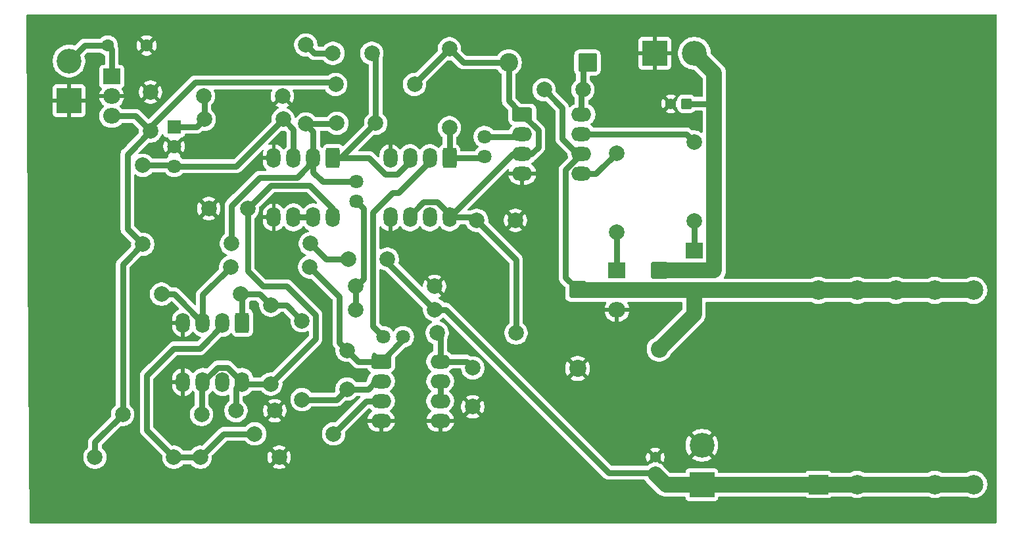
<source format=gbr>
%TF.GenerationSoftware,KiCad,Pcbnew,9.0.6*%
%TF.CreationDate,2025-11-28T19:55:11-03:00*%
%TF.ProjectId,placa_buck,706c6163-615f-4627-9563-6b2e6b696361,rev?*%
%TF.SameCoordinates,Original*%
%TF.FileFunction,Copper,L2,Bot*%
%TF.FilePolarity,Positive*%
%FSLAX46Y46*%
G04 Gerber Fmt 4.6, Leading zero omitted, Abs format (unit mm)*
G04 Created by KiCad (PCBNEW 9.0.6) date 2025-11-28 19:55:11*
%MOMM*%
%LPD*%
G01*
G04 APERTURE LIST*
G04 Aperture macros list*
%AMRoundRect*
0 Rectangle with rounded corners*
0 $1 Rounding radius*
0 $2 $3 $4 $5 $6 $7 $8 $9 X,Y pos of 4 corners*
0 Add a 4 corners polygon primitive as box body*
4,1,4,$2,$3,$4,$5,$6,$7,$8,$9,$2,$3,0*
0 Add four circle primitives for the rounded corners*
1,1,$1+$1,$2,$3*
1,1,$1+$1,$4,$5*
1,1,$1+$1,$6,$7*
1,1,$1+$1,$8,$9*
0 Add four rect primitives between the rounded corners*
20,1,$1+$1,$2,$3,$4,$5,0*
20,1,$1+$1,$4,$5,$6,$7,0*
20,1,$1+$1,$6,$7,$8,$9,0*
20,1,$1+$1,$8,$9,$2,$3,0*%
G04 Aperture macros list end*
%TA.AperFunction,ComponentPad*%
%ADD10RoundRect,0.281250X-0.618750X1.018750X-0.618750X-1.018750X0.618750X-1.018750X0.618750X1.018750X0*%
%TD*%
%TA.AperFunction,ComponentPad*%
%ADD11O,1.800000X2.600000*%
%TD*%
%TA.AperFunction,ComponentPad*%
%ADD12R,3.200000X3.200000*%
%TD*%
%TA.AperFunction,ComponentPad*%
%ADD13C,3.200000*%
%TD*%
%TA.AperFunction,ComponentPad*%
%ADD14C,2.000000*%
%TD*%
%TA.AperFunction,ComponentPad*%
%ADD15R,2.200000X2.000000*%
%TD*%
%TA.AperFunction,ComponentPad*%
%ADD16O,2.200000X2.000000*%
%TD*%
%TA.AperFunction,ComponentPad*%
%ADD17R,1.800000X1.800000*%
%TD*%
%TA.AperFunction,ComponentPad*%
%ADD18C,1.800000*%
%TD*%
%TA.AperFunction,ComponentPad*%
%ADD19RoundRect,0.249999X-0.850001X0.850001X-0.850001X-0.850001X0.850001X-0.850001X0.850001X0.850001X0*%
%TD*%
%TA.AperFunction,ComponentPad*%
%ADD20C,2.200000*%
%TD*%
%TA.AperFunction,ComponentPad*%
%ADD21RoundRect,0.291666X0.408334X-0.408334X0.408334X0.408334X-0.408334X0.408334X-0.408334X-0.408334X0*%
%TD*%
%TA.AperFunction,ComponentPad*%
%ADD22C,1.400000*%
%TD*%
%TA.AperFunction,ComponentPad*%
%ADD23RoundRect,0.281250X-1.018750X-0.618750X1.018750X-0.618750X1.018750X0.618750X-1.018750X0.618750X0*%
%TD*%
%TA.AperFunction,ComponentPad*%
%ADD24O,2.600000X1.800000*%
%TD*%
%TA.AperFunction,ComponentPad*%
%ADD25RoundRect,0.291666X0.408334X0.408334X-0.408334X0.408334X-0.408334X-0.408334X0.408334X-0.408334X0*%
%TD*%
%TA.AperFunction,ComponentPad*%
%ADD26RoundRect,0.272726X0.927274X0.927274X-0.927274X0.927274X-0.927274X-0.927274X0.927274X-0.927274X0*%
%TD*%
%TA.AperFunction,ComponentPad*%
%ADD27C,2.400000*%
%TD*%
%TA.AperFunction,ComponentPad*%
%ADD28C,1.600000*%
%TD*%
%TA.AperFunction,ComponentPad*%
%ADD29C,2.500000*%
%TD*%
%TA.AperFunction,ComponentPad*%
%ADD30R,2.500000X2.500000*%
%TD*%
%TA.AperFunction,Conductor*%
%ADD31C,0.750000*%
%TD*%
%TA.AperFunction,Conductor*%
%ADD32C,0.800000*%
%TD*%
%TA.AperFunction,Conductor*%
%ADD33C,0.500000*%
%TD*%
%TA.AperFunction,Conductor*%
%ADD34C,2.000000*%
%TD*%
G04 APERTURE END LIST*
D10*
%TO.P,U6,1*%
%TO.N,Net-(R7-Pad2)*%
X158810000Y-67690000D03*
D11*
%TO.P,U6,2,-*%
%TO.N,Vcc{slash}2*%
X156270000Y-67690000D03*
%TO.P,U6,3,+*%
%TO.N,Net-(U6A-+)*%
X153730000Y-67690000D03*
%TO.P,U6,4,V-*%
%TO.N,GND*%
X151190000Y-67690000D03*
%TO.P,U6,5,+*%
X151190000Y-75310000D03*
%TO.P,U6,6,-*%
%TO.N,Vcc*%
X153730000Y-75310000D03*
%TO.P,U6,7*%
%TO.N,unconnected-(U6-Pad7)*%
X156270000Y-75310000D03*
%TO.P,U6,8,V+*%
%TO.N,Vcc*%
X158810000Y-75310000D03*
%TD*%
D10*
%TO.P,U2,1*%
%TO.N,Net-(U3A-+)*%
X170500000Y-46500000D03*
D11*
%TO.P,U2,2,-*%
%TO.N,Net-(JP2-A)*%
X167960000Y-46500000D03*
%TO.P,U2,3,+*%
%TO.N,Net-(U2A-+)*%
X165420000Y-46500000D03*
%TO.P,U2,4,V-*%
%TO.N,GND*%
X162880000Y-46500000D03*
%TO.P,U2,5,+*%
X162880000Y-54120000D03*
%TO.P,U2,6,-*%
%TO.N,Net-(U2B--)*%
X165420000Y-54120000D03*
%TO.P,U2,7*%
X167960000Y-54120000D03*
%TO.P,U2,8,V+*%
%TO.N,Vcc*%
X170500000Y-54120000D03*
%TD*%
D12*
%TO.P,J2,1,Pin_1*%
%TO.N,GND*%
X136500000Y-39080000D03*
D13*
%TO.P,J2,2,Pin_2*%
%TO.N,Vreg*%
X136500000Y-34000000D03*
%TD*%
D14*
%TO.P,R9,1*%
%TO.N,Net-(U6A-+)*%
X148420000Y-64000000D03*
%TO.P,R9,2*%
%TO.N,Net-(R7-Pad2)*%
X158580000Y-64000000D03*
%TD*%
%TO.P,R20,1*%
%TO.N,Vcc{slash}2*%
X160420000Y-82000000D03*
%TO.P,R20,2*%
X170580000Y-82000000D03*
%TD*%
%TO.P,R14,1*%
%TO.N,Net-(C11-Pad2)*%
X167580000Y-57500000D03*
%TO.P,R14,2*%
%TO.N,Net-(JP2-A)*%
X157420000Y-57500000D03*
%TD*%
D15*
%TO.P,U4,1,IN*%
%TO.N,Vreg*%
X142000000Y-36000000D03*
D16*
%TO.P,U4,2,GND*%
%TO.N,GND*%
X142000000Y-38540000D03*
%TO.P,U4,3,OUT*%
%TO.N,Vcc*%
X142000000Y-41080000D03*
%TD*%
D14*
%TO.P,C4,1*%
%TO.N,Net-(U7A--)*%
X172310000Y-76230000D03*
%TO.P,C4,2*%
%TO.N,Triangular*%
X172310000Y-71230000D03*
%TD*%
D17*
%TO.P,U8,1,REF*%
%TO.N,Net-(U8-REF)*%
X150050000Y-42450000D03*
D18*
%TO.P,U8,2,A*%
%TO.N,GND*%
X150050000Y-44990000D03*
%TO.P,U8,3,K*%
%TO.N,Net-(U2A-+)*%
X150050000Y-47530000D03*
%TD*%
D14*
%TO.P,R18,1*%
%TO.N,Vcc*%
X143420000Y-79500000D03*
%TO.P,R18,2*%
X153580000Y-79500000D03*
%TD*%
D15*
%TO.P,Q2,1,G*%
%TO.N,Net-(Q2-G)*%
X207050000Y-60960000D03*
D16*
%TO.P,Q2,2,D*%
%TO.N,Vs*%
X207050000Y-63500000D03*
%TO.P,Q2,3,S*%
%TO.N,GND*%
X207050000Y-66040000D03*
%TD*%
D18*
%TO.P,JP2,1,A*%
%TO.N,Net-(JP2-A)*%
X173500000Y-49500000D03*
%TO.P,JP2,2,B*%
%TO.N,Vf*%
X173500000Y-52040000D03*
%TD*%
%TO.P,JP3,1,A*%
%TO.N,PWM*%
X190000000Y-43750000D03*
%TO.P,JP3,2,B*%
%TO.N,Net-(JP3-B)*%
X190000000Y-46290000D03*
%TD*%
D14*
%TO.P,R7,1*%
%TO.N,Net-(U7A--)*%
X166500000Y-77580000D03*
%TO.P,R7,2*%
%TO.N,Net-(R7-Pad2)*%
X166500000Y-67420000D03*
%TD*%
D19*
%TO.P,D3,1,K*%
%TO.N,Vs*%
X202000000Y-63420000D03*
D20*
%TO.P,D3,2,A*%
%TO.N,GND*%
X202000000Y-73580000D03*
%TD*%
D14*
%TO.P,R12,1*%
%TO.N,Vcc{slash}2*%
X153420000Y-85000000D03*
%TO.P,R12,2*%
%TO.N,GND*%
X163580000Y-85000000D03*
%TD*%
D21*
%TO.P,C2,1*%
%TO.N,Vout*%
X212000000Y-87000000D03*
D22*
%TO.P,C2,2*%
%TO.N,GND*%
X212000000Y-85000000D03*
%TD*%
D14*
%TO.P,C6,1*%
%TO.N,Vcc*%
X188500000Y-73500000D03*
%TO.P,C6,2*%
%TO.N,GND*%
X188500000Y-78500000D03*
%TD*%
%TO.P,C7,1*%
%TO.N,Vcc*%
X158000000Y-79000000D03*
%TO.P,C7,2*%
%TO.N,GND*%
X163000000Y-79000000D03*
%TD*%
D23*
%TO.P,U7,1*%
%TO.N,Triangular*%
X176690000Y-72690000D03*
D24*
%TO.P,U7,2,-*%
%TO.N,Net-(U7A--)*%
X176690000Y-75230000D03*
%TO.P,U7,3,+*%
%TO.N,Vcc{slash}2*%
X176690000Y-77770000D03*
%TO.P,U7,4,V-*%
%TO.N,GND*%
X176690000Y-80310000D03*
%TO.P,U7,5,+*%
X184310000Y-80310000D03*
%TO.P,U7,6,-*%
%TO.N,Net-(U7B--)*%
X184310000Y-77770000D03*
%TO.P,U7,7*%
X184310000Y-75230000D03*
%TO.P,U7,8,V+*%
%TO.N,Vcc*%
X184310000Y-72690000D03*
%TD*%
D14*
%TO.P,R15,1*%
%TO.N,Net-(U2A-+)*%
X164080000Y-41500000D03*
%TO.P,R15,2*%
%TO.N,Net-(U8-REF)*%
X153920000Y-41500000D03*
%TD*%
%TO.P,C5,1*%
%TO.N,Vb*%
X202690000Y-37690000D03*
%TO.P,C5,2*%
%TO.N,Vs*%
X197690000Y-37690000D03*
%TD*%
%TO.P,C8,1*%
%TO.N,Vcc*%
X189000000Y-54500000D03*
%TO.P,C8,2*%
%TO.N,GND*%
X194000000Y-54500000D03*
%TD*%
%TO.P,R6,1*%
%TO.N,Vcc*%
X146000000Y-57580000D03*
%TO.P,R6,2*%
%TO.N,Net-(U2A-+)*%
X146000000Y-47420000D03*
%TD*%
%TO.P,R1,1*%
%TO.N,Net-(Q1-G)*%
X217000000Y-54580000D03*
%TO.P,R1,2*%
%TO.N,Vho*%
X217000000Y-44420000D03*
%TD*%
D15*
%TO.P,Q1,1,G*%
%TO.N,Net-(Q1-G)*%
X217000000Y-58420000D03*
D16*
%TO.P,Q1,2,D*%
%TO.N,Vin*%
X217000000Y-60960000D03*
%TO.P,Q1,3,S*%
%TO.N,Vs*%
X217000000Y-63500000D03*
%TD*%
D14*
%TO.P,C11,1*%
%TO.N,Vout*%
X177500000Y-59500000D03*
%TO.P,C11,2*%
%TO.N,Net-(C11-Pad2)*%
X172500000Y-59500000D03*
%TD*%
%TO.P,R17,1*%
%TO.N,Vcc*%
X183920000Y-69000000D03*
%TO.P,R17,2*%
X194080000Y-69000000D03*
%TD*%
D18*
%TO.P,JP1,1,A*%
%TO.N,Net-(JP1-A)*%
X177000000Y-69500000D03*
%TO.P,JP1,2,B*%
%TO.N,Triangular*%
X179540000Y-69500000D03*
%TD*%
D14*
%TO.P,C12,1*%
%TO.N,Vcc*%
X147000000Y-43000000D03*
%TO.P,C12,2*%
%TO.N,GND*%
X147000000Y-38000000D03*
%TD*%
%TO.P,C10,1*%
%TO.N,Net-(C10-Pad1)*%
X170500000Y-33000000D03*
%TO.P,C10,2*%
%TO.N,Net-(U3A-+)*%
X175500000Y-33000000D03*
%TD*%
D25*
%TO.P,C1,1*%
%TO.N,Vin*%
X216000000Y-39500000D03*
D22*
%TO.P,C1,2*%
%TO.N,GND*%
X214000000Y-39500000D03*
%TD*%
D14*
%TO.P,R2,1*%
%TO.N,Net-(Q2-G)*%
X207000000Y-56000000D03*
%TO.P,R2,2*%
%TO.N,Vlo*%
X207000000Y-45840000D03*
%TD*%
%TO.P,R10,1*%
%TO.N,Net-(U6A-+)*%
X157340000Y-60500000D03*
%TO.P,R10,2*%
%TO.N,Triangular*%
X167500000Y-60500000D03*
%TD*%
%TO.P,R8,1*%
%TO.N,Vcc*%
X162500000Y-75580000D03*
%TO.P,R8,2*%
%TO.N,Net-(R7-Pad2)*%
X162500000Y-65420000D03*
%TD*%
%TO.P,R5,1*%
%TO.N,Vcc*%
X185500000Y-32420000D03*
%TO.P,R5,2*%
%TO.N,Net-(JP3-B)*%
X185500000Y-42580000D03*
%TD*%
D10*
%TO.P,U3,1*%
%TO.N,Net-(JP3-B)*%
X185500000Y-46500000D03*
D11*
%TO.P,U3,2,-*%
%TO.N,Net-(JP1-A)*%
X182960000Y-46500000D03*
%TO.P,U3,3,+*%
%TO.N,Net-(U3A-+)*%
X180420000Y-46500000D03*
%TO.P,U3,4,V-*%
%TO.N,GND*%
X177880000Y-46500000D03*
%TO.P,U3,5,+*%
X177880000Y-54120000D03*
%TO.P,U3,6,-*%
%TO.N,Vcc*%
X180420000Y-54120000D03*
%TO.P,U3,7*%
%TO.N,unconnected-(U3-Pad7)*%
X182960000Y-54120000D03*
%TO.P,U3,8,V+*%
%TO.N,Vcc*%
X185500000Y-54120000D03*
%TD*%
D23*
%TO.P,U1,1,VCC*%
%TO.N,Vcc*%
X194880000Y-40880000D03*
D24*
%TO.P,U1,2,IN*%
%TO.N,PWM*%
X194880000Y-43420000D03*
%TO.P,U1,3,~{SD}*%
%TO.N,Vcc*%
X194880000Y-45960000D03*
%TO.P,U1,4,COM*%
%TO.N,GND*%
X194880000Y-48500000D03*
%TO.P,U1,5,LO*%
%TO.N,Vlo*%
X202500000Y-48500000D03*
%TO.P,U1,6,VS*%
%TO.N,Vs*%
X202500000Y-45960000D03*
%TO.P,U1,7,HO*%
%TO.N,Vho*%
X202500000Y-43420000D03*
%TO.P,U1,8,VB*%
%TO.N,Vb*%
X202500000Y-40880000D03*
%TD*%
D26*
%TO.P,D1,1,K*%
%TO.N,Vb*%
X203270000Y-34190000D03*
D27*
%TO.P,D1,2,A*%
%TO.N,Vcc*%
X193110000Y-34190000D03*
%TD*%
D14*
%TO.P,R11,1*%
%TO.N,Vcc*%
X139840000Y-85000000D03*
%TO.P,R11,2*%
%TO.N,Vcc{slash}2*%
X150000000Y-85000000D03*
%TD*%
D12*
%TO.P,J1,1,Pin_1*%
%TO.N,GND*%
X211955000Y-33000000D03*
D13*
%TO.P,J1,2,Pin_2*%
%TO.N,Vin*%
X217035000Y-33000000D03*
%TD*%
D14*
%TO.P,C9,1*%
%TO.N,Vcc*%
X159500000Y-53000000D03*
%TO.P,C9,2*%
%TO.N,GND*%
X154500000Y-53000000D03*
%TD*%
%TO.P,C3,1*%
%TO.N,Net-(U3A-+)*%
X176000000Y-42000000D03*
%TO.P,C3,2*%
%TO.N,Net-(JP2-A)*%
X171000000Y-42000000D03*
%TD*%
%TO.P,R4,1*%
%TO.N,Vf*%
X173420000Y-63000000D03*
%TO.P,R4,2*%
%TO.N,GND*%
X183580000Y-63000000D03*
%TD*%
D12*
%TO.P,J3,1,Pin_1*%
%TO.N,Vout*%
X218000000Y-88545000D03*
D13*
%TO.P,J3,2,Pin_2*%
%TO.N,GND*%
X218000000Y-83465000D03*
%TD*%
D14*
%TO.P,R19,1*%
%TO.N,Vcc*%
X170840000Y-37000000D03*
%TO.P,R19,2*%
X181000000Y-37000000D03*
%TD*%
%TO.P,R3,1*%
%TO.N,Vout*%
X183580000Y-66000000D03*
%TO.P,R3,2*%
%TO.N,Vf*%
X173420000Y-66000000D03*
%TD*%
%TO.P,R16,1*%
%TO.N,Net-(U8-REF)*%
X153840000Y-38500000D03*
%TO.P,R16,2*%
%TO.N,GND*%
X164000000Y-38500000D03*
%TD*%
%TO.P,R13,1*%
%TO.N,Net-(JP2-A)*%
X167000000Y-42080000D03*
%TO.P,R13,2*%
%TO.N,Net-(C10-Pad1)*%
X167000000Y-31920000D03*
%TD*%
D28*
%TO.P,C13,1*%
%TO.N,Vreg*%
X141500000Y-32000000D03*
%TO.P,C13,2*%
%TO.N,GND*%
X146500000Y-32000000D03*
%TD*%
D19*
%TO.P,D2,1,K*%
%TO.N,Vin*%
X212500000Y-60920000D03*
D20*
%TO.P,D2,2,A*%
%TO.N,Vs*%
X212500000Y-71080000D03*
%TD*%
D29*
%TO.P,L1,1,1*%
%TO.N,Vs*%
X233000000Y-63500000D03*
X238000000Y-63500000D03*
X243000000Y-63500000D03*
X248000000Y-63500000D03*
X253000000Y-63500000D03*
D30*
%TO.P,L1,2,2*%
%TO.N,Vout*%
X233000000Y-88500000D03*
D29*
X238000000Y-88500000D03*
X248000000Y-88500000D03*
X253000000Y-88500000D03*
%TD*%
D31*
%TO.N,Vf*%
X173420000Y-63000000D02*
X173420000Y-66000000D01*
%TO.N,Net-(U2B--)*%
X165420000Y-54120000D02*
X167960000Y-54120000D01*
%TO.N,Vcc{slash}2*%
X150000000Y-85000000D02*
X153420000Y-85000000D01*
%TO.N,Vcc*%
X184310000Y-72690000D02*
X184310000Y-69390000D01*
X184310000Y-69390000D02*
X183920000Y-69000000D01*
%TO.N,Net-(U7B--)*%
X184310000Y-75230000D02*
X184310000Y-77770000D01*
%TO.N,Vcc*%
X152751000Y-36749000D02*
X147000000Y-42500000D01*
X147000000Y-42500000D02*
X147000000Y-43000000D01*
X170840000Y-37000000D02*
X170589000Y-36749000D01*
X170589000Y-36749000D02*
X152751000Y-36749000D01*
%TO.N,Net-(Q1-G)*%
X217000000Y-54580000D02*
X217000000Y-58420000D01*
%TO.N,Net-(Q2-G)*%
X207000000Y-56000000D02*
X207000000Y-60910000D01*
X207000000Y-60910000D02*
X207050000Y-60960000D01*
%TO.N,Vho*%
X217000000Y-44420000D02*
X216000000Y-43420000D01*
X216000000Y-43420000D02*
X202500000Y-43420000D01*
%TO.N,Vin*%
X216000000Y-39500000D02*
X219601000Y-39500000D01*
%TO.N,Vb*%
X202690000Y-37690000D02*
X202690000Y-34770000D01*
X202690000Y-34770000D02*
X203270000Y-34190000D01*
X202500000Y-40880000D02*
X202500000Y-37880000D01*
X202500000Y-37880000D02*
X202690000Y-37690000D01*
%TO.N,Vlo*%
X204340000Y-48500000D02*
X207000000Y-45840000D01*
X202500000Y-48500000D02*
X204340000Y-48500000D01*
%TO.N,Vs*%
X200000000Y-40000000D02*
X197690000Y-37690000D01*
X200000000Y-44000000D02*
X200000000Y-40000000D01*
X202500000Y-45960000D02*
X201960000Y-45960000D01*
X201960000Y-45960000D02*
X200000000Y-44000000D01*
X200449000Y-61869000D02*
X202000000Y-63420000D01*
X200449000Y-48011000D02*
X200449000Y-61869000D01*
X202500000Y-45960000D02*
X200449000Y-48011000D01*
%TO.N,Vcc{slash}2*%
X170580000Y-82000000D02*
X174810000Y-77770000D01*
X174810000Y-77770000D02*
X176690000Y-77770000D01*
%TO.N,Net-(U7A--)*%
X170960000Y-77580000D02*
X166500000Y-77580000D01*
X172310000Y-76230000D02*
X170960000Y-77580000D01*
X175000000Y-76230000D02*
X172310000Y-76230000D01*
X176690000Y-75230000D02*
X176000000Y-75230000D01*
X176000000Y-75230000D02*
X175000000Y-76230000D01*
%TO.N,Vcc*%
X184310000Y-72690000D02*
X187690000Y-72690000D01*
X187690000Y-72690000D02*
X188500000Y-73500000D01*
X194080000Y-59580000D02*
X189000000Y-54500000D01*
X194080000Y-69000000D02*
X194080000Y-59580000D01*
%TO.N,PWM*%
X190000000Y-43750000D02*
X194550000Y-43750000D01*
X194550000Y-43750000D02*
X194880000Y-43420000D01*
%TO.N,Vcc*%
X185500000Y-54120000D02*
X193660000Y-45960000D01*
X193660000Y-45960000D02*
X194880000Y-45960000D01*
X194880000Y-45960000D02*
X196040000Y-45960000D01*
X196040000Y-45960000D02*
X196931000Y-45069000D01*
X196931000Y-42931000D02*
X196931000Y-45069000D01*
X194880000Y-40880000D02*
X196931000Y-42931000D01*
X193110000Y-34190000D02*
X193110000Y-39110000D01*
X193110000Y-39110000D02*
X194880000Y-40880000D01*
X187270000Y-34190000D02*
X193110000Y-34190000D01*
X185500000Y-32420000D02*
X187270000Y-34190000D01*
X181000000Y-37000000D02*
X181000000Y-36920000D01*
X181000000Y-36920000D02*
X185500000Y-32420000D01*
%TO.N,Net-(JP3-B)*%
X185500000Y-46500000D02*
X185500000Y-42580000D01*
X185500000Y-46500000D02*
X189790000Y-46500000D01*
X189790000Y-46500000D02*
X190000000Y-46290000D01*
%TO.N,Vcc*%
X185500000Y-54120000D02*
X188620000Y-54120000D01*
X188620000Y-54120000D02*
X189000000Y-54500000D01*
X185500000Y-54120000D02*
X185500000Y-53720000D01*
X185500000Y-53720000D02*
X183890000Y-52110000D01*
X183827433Y-52172567D02*
X183890000Y-52110000D01*
X182172567Y-52172567D02*
X183827433Y-52172567D01*
X180420000Y-54120000D02*
X180420000Y-53925134D01*
X180420000Y-53925134D02*
X182172567Y-52172567D01*
%TO.N,Net-(U3A-+)*%
X175145133Y-46500000D02*
X170500000Y-46500000D01*
X177072567Y-48427433D02*
X175145134Y-46500000D01*
X175145134Y-46500000D02*
X175145133Y-46500000D01*
X178769000Y-48551000D02*
X177196134Y-48551000D01*
X177196134Y-48551000D02*
X177072567Y-48427433D01*
X180420000Y-46500000D02*
X180420000Y-46900000D01*
X180420000Y-46900000D02*
X178769000Y-48551000D01*
%TO.N,Net-(C10-Pad1)*%
X170500000Y-33000000D02*
X168080000Y-33000000D01*
X168080000Y-33000000D02*
X167000000Y-31920000D01*
%TO.N,Net-(U3A-+)*%
X176000000Y-42000000D02*
X176000000Y-33500000D01*
X176000000Y-33500000D02*
X175500000Y-33000000D01*
X170500000Y-46500000D02*
X171500000Y-46500000D01*
X171500000Y-46500000D02*
X176000000Y-42000000D01*
%TO.N,Net-(JP2-A)*%
X167960000Y-46500000D02*
X167960000Y-46900000D01*
X167960000Y-46900000D02*
X165860000Y-49000000D01*
X161023712Y-49000000D02*
X165860000Y-49000000D01*
X157420000Y-52603712D02*
X161023712Y-49000000D01*
X157420000Y-57500000D02*
X157420000Y-52603712D01*
X167960000Y-48300000D02*
X167960000Y-46500000D01*
X169160000Y-49500000D02*
X167960000Y-48300000D01*
X173500000Y-49500000D02*
X169160000Y-49500000D01*
X167000000Y-42080000D02*
X170920000Y-42080000D01*
X170920000Y-42080000D02*
X171000000Y-42000000D01*
X167960000Y-43040000D02*
X167960000Y-46500000D01*
X167000000Y-42080000D02*
X167960000Y-43040000D01*
%TO.N,Net-(U2A-+)*%
X165420000Y-42840000D02*
X165420000Y-46500000D01*
X164080000Y-41500000D02*
X165420000Y-42840000D01*
X158050000Y-47530000D02*
X164080000Y-41500000D01*
X150050000Y-47530000D02*
X158050000Y-47530000D01*
X146000000Y-47420000D02*
X149940000Y-47420000D01*
X149940000Y-47420000D02*
X150050000Y-47530000D01*
%TO.N,Net-(U8-REF)*%
X153920000Y-41500000D02*
X153920000Y-38580000D01*
X153920000Y-38580000D02*
X153840000Y-38500000D01*
X150050000Y-42450000D02*
X152970000Y-42450000D01*
X152970000Y-42450000D02*
X153920000Y-41500000D01*
%TO.N,Vreg*%
X138500000Y-32000000D02*
X141500000Y-32000000D01*
X136500000Y-34000000D02*
X138500000Y-32000000D01*
X142000000Y-36000000D02*
X142000000Y-32500000D01*
X142000000Y-32500000D02*
X141500000Y-32000000D01*
%TO.N,Vcc*%
X145080000Y-41080000D02*
X147000000Y-43000000D01*
X142000000Y-41080000D02*
X145080000Y-41080000D01*
X144000000Y-46000000D02*
X147000000Y-43000000D01*
X144000000Y-55580000D02*
X144000000Y-46000000D01*
X146000000Y-57580000D02*
X144000000Y-55580000D01*
X139840000Y-83080000D02*
X143420000Y-79500000D01*
X139840000Y-85000000D02*
X139840000Y-83080000D01*
X143420000Y-79500000D02*
X143420000Y-60160000D01*
X146000000Y-57580000D02*
X143420000Y-60160000D01*
%TO.N,Net-(U6A-+)*%
X153730000Y-67690000D02*
X150040000Y-64000000D01*
X150040000Y-64000000D02*
X148420000Y-64000000D01*
X153730000Y-67690000D02*
X153730000Y-64110000D01*
X153730000Y-64110000D02*
X157340000Y-60500000D01*
%TO.N,Net-(R7-Pad2)*%
X162500000Y-65420000D02*
X164500000Y-65420000D01*
X164500000Y-65420000D02*
X166500000Y-67420000D01*
X158580000Y-64000000D02*
X161080000Y-64000000D01*
X161080000Y-64000000D02*
X162500000Y-65420000D01*
X158810000Y-67690000D02*
X158810000Y-64230000D01*
X158810000Y-64230000D02*
X158580000Y-64000000D01*
%TO.N,Vcc{slash}2*%
X153360000Y-71000000D02*
X156270000Y-68090000D01*
X156270000Y-68090000D02*
X156270000Y-67690000D01*
X150000000Y-71000000D02*
X153360000Y-71000000D01*
X146500000Y-74500000D02*
X150000000Y-71000000D01*
X146500000Y-81500000D02*
X146500000Y-74500000D01*
X150000000Y-85000000D02*
X146500000Y-81500000D01*
X156420000Y-82000000D02*
X153420000Y-85000000D01*
X160420000Y-82000000D02*
X156420000Y-82000000D01*
%TO.N,Vcc*%
X158000000Y-79000000D02*
X158000000Y-76120000D01*
X158000000Y-76120000D02*
X158810000Y-75310000D01*
X153580000Y-79500000D02*
X153580000Y-75460000D01*
X153580000Y-75460000D02*
X153730000Y-75310000D01*
X158810000Y-75310000D02*
X156934000Y-73434000D01*
X156934000Y-73434000D02*
X155606000Y-73434000D01*
X155606000Y-73434000D02*
X153730000Y-75310000D01*
X162500000Y-75580000D02*
X159080000Y-75580000D01*
X159080000Y-75580000D02*
X158810000Y-75310000D01*
X168251000Y-66694712D02*
X164556288Y-63000000D01*
X162500000Y-75580000D02*
X162500000Y-75500000D01*
X162500000Y-75500000D02*
X168251000Y-69749000D01*
X168251000Y-69749000D02*
X168251000Y-66694712D01*
X159500000Y-53000000D02*
X159500000Y-61000000D01*
X159500000Y-61000000D02*
X161500000Y-63000000D01*
X161500000Y-63000000D02*
X164556288Y-63000000D01*
X159500000Y-53000000D02*
X162500000Y-50000000D01*
X162500000Y-50000000D02*
X167500000Y-50000000D01*
X167500000Y-50000000D02*
X170500000Y-53000000D01*
X170500000Y-53000000D02*
X170500000Y-54120000D01*
%TO.N,Net-(C11-Pad2)*%
X169580000Y-59500000D02*
X172500000Y-59500000D01*
X167580000Y-57500000D02*
X169580000Y-59500000D01*
%TO.N,Triangular*%
X172310000Y-71230000D02*
X171310000Y-70230000D01*
X171310000Y-70230000D02*
X171310000Y-64310000D01*
X171310000Y-64310000D02*
X167500000Y-60500000D01*
X176690000Y-72690000D02*
X173770000Y-72690000D01*
X173770000Y-72690000D02*
X172310000Y-71230000D01*
X179540000Y-69500000D02*
X179540000Y-69840000D01*
X179540000Y-69840000D02*
X176690000Y-72690000D01*
%TO.N,Vf*%
X173500000Y-52040000D02*
X174400000Y-52940000D01*
X174400000Y-52940000D02*
X174400000Y-62020000D01*
X174400000Y-62020000D02*
X173420000Y-63000000D01*
%TO.N,Net-(JP1-A)*%
X182960000Y-46500000D02*
X182960000Y-46900000D01*
X182960000Y-46900000D02*
X178917000Y-50943000D01*
X178917000Y-50943000D02*
X178145357Y-50943000D01*
X178145357Y-50943000D02*
X175624000Y-53464357D01*
X175624000Y-53464357D02*
X175624000Y-68124000D01*
X175624000Y-68124000D02*
X177000000Y-69500000D01*
D32*
%TO.N,Vout*%
X183580000Y-66000000D02*
X184994213Y-66000000D01*
X184994213Y-66000000D02*
X205994213Y-87000000D01*
X205994213Y-87000000D02*
X212000000Y-87000000D01*
X177500000Y-59500000D02*
X177500000Y-59920000D01*
X177500000Y-59920000D02*
X183580000Y-66000000D01*
D33*
X183580000Y-65580000D02*
X183580000Y-66000000D01*
D34*
X218000000Y-88545000D02*
X213344000Y-88545000D01*
X252955000Y-88545000D02*
X253000000Y-88500000D01*
X218000000Y-88545000D02*
X252955000Y-88545000D01*
D33*
X183500000Y-66000000D02*
X183580000Y-66000000D01*
X183000000Y-66000000D02*
X183580000Y-66000000D01*
D34*
X213344000Y-88545000D02*
X212000000Y-87201000D01*
%TO.N,Vs*%
X202080000Y-63500000D02*
X207050000Y-63500000D01*
X233000000Y-63500000D02*
X238000000Y-63500000D01*
D33*
X201500000Y-45960000D02*
X202500000Y-45960000D01*
D34*
X217000000Y-63500000D02*
X233000000Y-63500000D01*
X217000000Y-66580000D02*
X212500000Y-71080000D01*
D33*
X206970000Y-63420000D02*
X207050000Y-63500000D01*
D34*
X202000000Y-63420000D02*
X202080000Y-63500000D01*
X238000000Y-63500000D02*
X253000000Y-63500000D01*
X216979000Y-63521000D02*
X207071000Y-63521000D01*
X217000000Y-63500000D02*
X216979000Y-63521000D01*
X216960000Y-63460000D02*
X217000000Y-63500000D01*
X217000000Y-63500000D02*
X217000000Y-66580000D01*
X207071000Y-63521000D02*
X207050000Y-63500000D01*
D33*
%TO.N,PWM*%
X194480000Y-43420000D02*
X194880000Y-43420000D01*
%TO.N,Vf*%
X173000000Y-52540000D02*
X173500000Y-52040000D01*
%TO.N,Triangular*%
X175810000Y-71810000D02*
X176690000Y-72690000D01*
%TO.N,Net-(JP1-A)*%
X182960000Y-47500000D02*
X182960000Y-46500000D01*
%TO.N,Vcc*%
X184115133Y-72690000D02*
X184310000Y-72690000D01*
%TO.N,Vlo*%
X207000000Y-45840000D02*
X206830000Y-45670000D01*
D34*
%TO.N,Vin*%
X212540000Y-60960000D02*
X212500000Y-60920000D01*
X219601000Y-60921000D02*
X219562000Y-60960000D01*
X219601000Y-39500000D02*
X219601000Y-60921000D01*
X219562000Y-60960000D02*
X217000000Y-60960000D01*
X219601000Y-35566000D02*
X219601000Y-39500000D01*
X217000000Y-60960000D02*
X212540000Y-60960000D01*
X217035000Y-33000000D02*
X219601000Y-35566000D01*
D33*
%TO.N,Vcc{slash}2*%
X156270000Y-68389000D02*
X156270000Y-67690000D01*
X150000000Y-85000000D02*
X153340000Y-85000000D01*
%TO.N,Vb*%
X202770000Y-40610000D02*
X202500000Y-40880000D01*
%TO.N,Net-(C11-Pad2)*%
X168080000Y-57000000D02*
X167580000Y-57500000D01*
%TD*%
%TA.AperFunction,Conductor*%
%TO.N,GND*%
G36*
X162627290Y-37644185D02*
G01*
X162673045Y-37696989D01*
X162682989Y-37766147D01*
X162670736Y-37804795D01*
X162609897Y-37924197D01*
X162536934Y-38148752D01*
X162500000Y-38381947D01*
X162500000Y-38618052D01*
X162536934Y-38851247D01*
X162609897Y-39075802D01*
X162717087Y-39286174D01*
X162777338Y-39369104D01*
X162777340Y-39369105D01*
X163600000Y-38546445D01*
X163600000Y-38552661D01*
X163627259Y-38654394D01*
X163679920Y-38745606D01*
X163754394Y-38820080D01*
X163845606Y-38872741D01*
X163947339Y-38900000D01*
X163953554Y-38900000D01*
X163130893Y-39722658D01*
X163213828Y-39782914D01*
X163424198Y-39890103D01*
X163451063Y-39898832D01*
X163508739Y-39938269D01*
X163535938Y-40002627D01*
X163524024Y-40071473D01*
X163476780Y-40122950D01*
X163469041Y-40127248D01*
X163293566Y-40216657D01*
X163229542Y-40263174D01*
X163102490Y-40355483D01*
X163102488Y-40355485D01*
X163102487Y-40355485D01*
X162935485Y-40522487D01*
X162935485Y-40522488D01*
X162935483Y-40522490D01*
X162925343Y-40536447D01*
X162796657Y-40713566D01*
X162689433Y-40924003D01*
X162616446Y-41148631D01*
X162579500Y-41381902D01*
X162579500Y-41381908D01*
X162579500Y-41618092D01*
X162585503Y-41655996D01*
X162589341Y-41680228D01*
X162580385Y-41749521D01*
X162554548Y-41787306D01*
X157723675Y-46618181D01*
X157662352Y-46651666D01*
X157635994Y-46654500D01*
X151206469Y-46654500D01*
X151139430Y-46634815D01*
X151118788Y-46618181D01*
X150962363Y-46461756D01*
X150962358Y-46461752D01*
X150822319Y-46360008D01*
X150779653Y-46304678D01*
X150773674Y-46235065D01*
X150806279Y-46173270D01*
X150822319Y-46159372D01*
X150847513Y-46141066D01*
X150847514Y-46141066D01*
X150096447Y-45390000D01*
X150102661Y-45390000D01*
X150204394Y-45362741D01*
X150295606Y-45310080D01*
X150370080Y-45235606D01*
X150422741Y-45144394D01*
X150450000Y-45042661D01*
X150450000Y-45036448D01*
X151201066Y-45787514D01*
X151201066Y-45787513D01*
X151247386Y-45723760D01*
X151347432Y-45527410D01*
X151415526Y-45317835D01*
X151450000Y-45100181D01*
X151450000Y-44879818D01*
X151415526Y-44662164D01*
X151347432Y-44452589D01*
X151247388Y-44256243D01*
X151201066Y-44192485D01*
X151201065Y-44192485D01*
X150450000Y-44943551D01*
X150450000Y-44937339D01*
X150422741Y-44835606D01*
X150370080Y-44744394D01*
X150295606Y-44669920D01*
X150204394Y-44617259D01*
X150102661Y-44590000D01*
X150096446Y-44590000D01*
X150799628Y-43886818D01*
X150860951Y-43853333D01*
X150887308Y-43850499D01*
X150997872Y-43850499D01*
X151057483Y-43844091D01*
X151192331Y-43793796D01*
X151307546Y-43707546D01*
X151393796Y-43592331D01*
X151444091Y-43457483D01*
X151446375Y-43436243D01*
X151473114Y-43371692D01*
X151530507Y-43331845D01*
X151569664Y-43325500D01*
X153056231Y-43325500D01*
X153056232Y-43325499D01*
X153225374Y-43291855D01*
X153384705Y-43225858D01*
X153528099Y-43130045D01*
X153632692Y-43025450D01*
X153694015Y-42991966D01*
X153739773Y-42990659D01*
X153801904Y-43000500D01*
X153801908Y-43000500D01*
X154038097Y-43000500D01*
X154271368Y-42963553D01*
X154293241Y-42956446D01*
X154495992Y-42890568D01*
X154706433Y-42783343D01*
X154897510Y-42644517D01*
X155064517Y-42477510D01*
X155203343Y-42286433D01*
X155310568Y-42075992D01*
X155383553Y-41851368D01*
X155385340Y-41840085D01*
X155420500Y-41618097D01*
X155420500Y-41381902D01*
X155383553Y-41148631D01*
X155322882Y-40961908D01*
X155310568Y-40924008D01*
X155310566Y-40924005D01*
X155310566Y-40924003D01*
X155240952Y-40787379D01*
X155203343Y-40713567D01*
X155064517Y-40522490D01*
X154897510Y-40355483D01*
X154846613Y-40318504D01*
X154803949Y-40263174D01*
X154795500Y-40218187D01*
X154795500Y-39717889D01*
X154815185Y-39650850D01*
X154831819Y-39630208D01*
X154900102Y-39561925D01*
X154984517Y-39477510D01*
X155123343Y-39286433D01*
X155230568Y-39075992D01*
X155303553Y-38851368D01*
X155307765Y-38824772D01*
X155340500Y-38618097D01*
X155340500Y-38381902D01*
X155303553Y-38148631D01*
X155252010Y-37990000D01*
X155230568Y-37924008D01*
X155230566Y-37924005D01*
X155230566Y-37924003D01*
X155169826Y-37804795D01*
X155156930Y-37736126D01*
X155183206Y-37671385D01*
X155240313Y-37631128D01*
X155280311Y-37624500D01*
X162560251Y-37624500D01*
X162627290Y-37644185D01*
G37*
%TD.AperFunction*%
%TA.AperFunction,Conductor*%
G36*
X148597456Y-43397632D02*
G01*
X148648932Y-43444877D01*
X148658927Y-43465577D01*
X148706202Y-43592328D01*
X148706206Y-43592335D01*
X148792452Y-43707544D01*
X148792455Y-43707547D01*
X148907664Y-43793793D01*
X148907671Y-43793797D01*
X148910288Y-43794773D01*
X149042517Y-43844091D01*
X149102127Y-43850500D01*
X149212693Y-43850499D01*
X149279730Y-43870183D01*
X149300372Y-43886818D01*
X150003554Y-44590000D01*
X149997339Y-44590000D01*
X149895606Y-44617259D01*
X149804394Y-44669920D01*
X149729920Y-44744394D01*
X149677259Y-44835606D01*
X149650000Y-44937339D01*
X149650000Y-44943553D01*
X148898932Y-44192485D01*
X148898931Y-44192485D01*
X148852616Y-44256233D01*
X148752567Y-44452589D01*
X148684473Y-44662164D01*
X148650000Y-44879818D01*
X148650000Y-45100181D01*
X148684473Y-45317835D01*
X148752567Y-45527410D01*
X148852611Y-45723756D01*
X148898932Y-45787513D01*
X149650000Y-45036445D01*
X149650000Y-45042661D01*
X149677259Y-45144394D01*
X149729920Y-45235606D01*
X149804394Y-45310080D01*
X149895606Y-45362741D01*
X149997339Y-45390000D01*
X150003553Y-45390000D01*
X149252485Y-46141065D01*
X149252485Y-46141066D01*
X149277680Y-46159371D01*
X149320346Y-46214701D01*
X149326325Y-46284314D01*
X149293720Y-46346110D01*
X149277681Y-46360008D01*
X149137636Y-46461756D01*
X149091212Y-46508181D01*
X149029889Y-46541666D01*
X149003531Y-46544500D01*
X147281813Y-46544500D01*
X147214774Y-46524815D01*
X147181495Y-46493386D01*
X147178159Y-46488794D01*
X147144517Y-46442490D01*
X146977510Y-46275483D01*
X146786433Y-46136657D01*
X146768081Y-46127306D01*
X146575996Y-46029433D01*
X146351368Y-45956446D01*
X146118097Y-45919500D01*
X146118092Y-45919500D01*
X145881908Y-45919500D01*
X145881903Y-45919500D01*
X145648630Y-45956447D01*
X145648627Y-45956447D01*
X145596306Y-45973448D01*
X145526465Y-45975443D01*
X145466632Y-45939363D01*
X145435804Y-45876662D01*
X145443769Y-45807247D01*
X145470305Y-45767838D01*
X146712694Y-44525448D01*
X146774015Y-44491965D01*
X146819768Y-44490658D01*
X146860147Y-44497053D01*
X146881905Y-44500500D01*
X146881908Y-44500500D01*
X147118097Y-44500500D01*
X147351368Y-44463553D01*
X147575992Y-44390568D01*
X147786433Y-44283343D01*
X147977510Y-44144517D01*
X148144517Y-43977510D01*
X148283343Y-43786433D01*
X148390568Y-43575992D01*
X148424815Y-43470590D01*
X148464251Y-43412917D01*
X148528610Y-43385718D01*
X148597456Y-43397632D01*
G37*
%TD.AperFunction*%
%TA.AperFunction,Conductor*%
G36*
X164299930Y-42995789D02*
G01*
X164329521Y-42999613D01*
X164335126Y-43003445D01*
X164339053Y-43004300D01*
X164367307Y-43025451D01*
X164508181Y-43166325D01*
X164541666Y-43227648D01*
X164544500Y-43254006D01*
X164544500Y-44943531D01*
X164524815Y-45010570D01*
X164508181Y-45031212D01*
X164351756Y-45187636D01*
X164250008Y-45327681D01*
X164194678Y-45370346D01*
X164125065Y-45376325D01*
X164063270Y-45343719D01*
X164049372Y-45327680D01*
X163947862Y-45187964D01*
X163947857Y-45187958D01*
X163792041Y-45032142D01*
X163613760Y-44902613D01*
X163417410Y-44802567D01*
X163207836Y-44734473D01*
X163130000Y-44722144D01*
X163130000Y-46184314D01*
X163125606Y-46179920D01*
X163034394Y-46127259D01*
X162932661Y-46100000D01*
X162827339Y-46100000D01*
X162725606Y-46127259D01*
X162634394Y-46179920D01*
X162630000Y-46184314D01*
X162630000Y-44722144D01*
X162552164Y-44734473D01*
X162552157Y-44734474D01*
X162349398Y-44800354D01*
X162279557Y-44802349D01*
X162219725Y-44766268D01*
X162188897Y-44703567D01*
X162196862Y-44634153D01*
X162223397Y-44594746D01*
X163792694Y-43025448D01*
X163854015Y-42991965D01*
X163899768Y-42990658D01*
X163940147Y-42997053D01*
X163961905Y-43000500D01*
X163961908Y-43000500D01*
X164198096Y-43000500D01*
X164260227Y-42990659D01*
X164265653Y-42991360D01*
X164270780Y-42989448D01*
X164299930Y-42995789D01*
G37*
%TD.AperFunction*%
%TA.AperFunction,Conductor*%
G36*
X255942539Y-28020185D02*
G01*
X255988294Y-28072989D01*
X255999500Y-28124500D01*
X255999500Y-93375500D01*
X255979815Y-93442539D01*
X255927011Y-93488294D01*
X255875500Y-93499500D01*
X131537754Y-93499500D01*
X131470715Y-93479815D01*
X131424960Y-93427011D01*
X131413756Y-93376278D01*
X131360445Y-84877814D01*
X131199149Y-59165295D01*
X131062815Y-37432155D01*
X134400000Y-37432155D01*
X134400000Y-38830000D01*
X135657586Y-38830000D01*
X135625000Y-38993820D01*
X135625000Y-39166180D01*
X135657586Y-39330000D01*
X134400000Y-39330000D01*
X134400000Y-40727844D01*
X134406401Y-40787372D01*
X134406403Y-40787379D01*
X134456645Y-40922086D01*
X134456649Y-40922093D01*
X134542809Y-41037187D01*
X134542812Y-41037190D01*
X134657906Y-41123350D01*
X134657913Y-41123354D01*
X134792620Y-41173596D01*
X134792627Y-41173598D01*
X134852155Y-41179999D01*
X134852172Y-41180000D01*
X136250000Y-41180000D01*
X136250000Y-39922413D01*
X136413820Y-39955000D01*
X136586180Y-39955000D01*
X136750000Y-39922413D01*
X136750000Y-41180000D01*
X138147828Y-41180000D01*
X138147844Y-41179999D01*
X138207372Y-41173598D01*
X138207379Y-41173596D01*
X138342086Y-41123354D01*
X138342093Y-41123350D01*
X138457187Y-41037190D01*
X138457190Y-41037187D01*
X138543350Y-40922093D01*
X138543354Y-40922086D01*
X138593596Y-40787379D01*
X138593598Y-40787372D01*
X138599999Y-40727844D01*
X138600000Y-40727827D01*
X138600000Y-39330000D01*
X137342414Y-39330000D01*
X137375000Y-39166180D01*
X137375000Y-38993820D01*
X137342414Y-38830000D01*
X138600000Y-38830000D01*
X138600000Y-37432172D01*
X138599999Y-37432155D01*
X138593598Y-37372627D01*
X138593596Y-37372620D01*
X138543354Y-37237913D01*
X138543350Y-37237906D01*
X138457190Y-37122812D01*
X138457187Y-37122809D01*
X138342093Y-37036649D01*
X138342086Y-37036645D01*
X138207379Y-36986403D01*
X138207372Y-36986401D01*
X138147844Y-36980000D01*
X136750000Y-36980000D01*
X136750000Y-38237586D01*
X136586180Y-38205000D01*
X136413820Y-38205000D01*
X136250000Y-38237586D01*
X136250000Y-36980000D01*
X134852155Y-36980000D01*
X134792627Y-36986401D01*
X134792620Y-36986403D01*
X134657913Y-37036645D01*
X134657906Y-37036649D01*
X134542812Y-37122809D01*
X134542809Y-37122812D01*
X134456649Y-37237906D01*
X134456645Y-37237913D01*
X134406403Y-37372620D01*
X134406401Y-37372627D01*
X134400000Y-37432155D01*
X131062815Y-37432155D01*
X131040421Y-33862332D01*
X134399500Y-33862332D01*
X134399500Y-34137667D01*
X134399501Y-34137684D01*
X134435438Y-34410655D01*
X134435439Y-34410660D01*
X134435440Y-34410666D01*
X134456240Y-34488294D01*
X134506704Y-34676630D01*
X134612075Y-34931017D01*
X134612077Y-34931022D01*
X134632190Y-34965858D01*
X134749751Y-35169479D01*
X134749753Y-35169482D01*
X134749754Y-35169483D01*
X134917370Y-35387926D01*
X134917376Y-35387933D01*
X135112066Y-35582623D01*
X135112073Y-35582629D01*
X135203327Y-35652650D01*
X135330521Y-35750249D01*
X135448451Y-35818336D01*
X135568971Y-35887919D01*
X135568976Y-35887921D01*
X135568979Y-35887923D01*
X135823368Y-35993295D01*
X136089334Y-36064560D01*
X136362326Y-36100500D01*
X136362333Y-36100500D01*
X136637667Y-36100500D01*
X136637674Y-36100500D01*
X136910666Y-36064560D01*
X137176632Y-35993295D01*
X137431021Y-35887923D01*
X137669479Y-35750249D01*
X137887928Y-35582628D01*
X138082628Y-35387928D01*
X138250249Y-35169479D01*
X138367812Y-34965854D01*
X138387923Y-34931022D01*
X138387923Y-34931020D01*
X138493295Y-34676632D01*
X138564560Y-34410666D01*
X138600500Y-34137674D01*
X138600500Y-33862326D01*
X138564560Y-33589334D01*
X138495230Y-33330589D01*
X138496893Y-33260743D01*
X138527320Y-33210822D01*
X138826326Y-32911816D01*
X138887648Y-32878334D01*
X138914006Y-32875500D01*
X140484953Y-32875500D01*
X140551992Y-32895185D01*
X140572634Y-32911819D01*
X140652786Y-32991971D01*
X140787122Y-33089570D01*
X140818390Y-33112287D01*
X141000781Y-33205220D01*
X141038817Y-33217578D01*
X141096491Y-33257013D01*
X141123691Y-33321371D01*
X141124500Y-33335509D01*
X141124500Y-34375500D01*
X141104815Y-34442539D01*
X141052011Y-34488294D01*
X141000501Y-34499500D01*
X140852130Y-34499500D01*
X140852123Y-34499501D01*
X140792516Y-34505908D01*
X140657671Y-34556202D01*
X140657664Y-34556206D01*
X140542455Y-34642452D01*
X140542452Y-34642455D01*
X140456206Y-34757664D01*
X140456202Y-34757671D01*
X140405908Y-34892517D01*
X140400403Y-34943726D01*
X140399501Y-34952123D01*
X140399500Y-34952135D01*
X140399500Y-37047870D01*
X140399501Y-37047876D01*
X140405908Y-37107483D01*
X140456202Y-37242328D01*
X140456206Y-37242335D01*
X140542452Y-37357544D01*
X140542455Y-37357547D01*
X140657664Y-37443793D01*
X140665454Y-37448047D01*
X140663725Y-37451211D01*
X140705915Y-37482734D01*
X140730393Y-37548175D01*
X140715604Y-37616462D01*
X140707036Y-37630021D01*
X140617084Y-37753829D01*
X140509897Y-37964197D01*
X140436934Y-38188752D01*
X140420898Y-38290000D01*
X141509252Y-38290000D01*
X141487482Y-38327708D01*
X141450000Y-38467591D01*
X141450000Y-38612409D01*
X141487482Y-38752292D01*
X141509252Y-38790000D01*
X140420898Y-38790000D01*
X140436934Y-38891247D01*
X140509897Y-39115802D01*
X140617085Y-39326171D01*
X140755866Y-39517186D01*
X140922815Y-39684135D01*
X140957551Y-39709372D01*
X141000217Y-39764702D01*
X141006196Y-39834315D01*
X140973591Y-39896111D01*
X140957552Y-39910008D01*
X140922496Y-39935478D01*
X140922487Y-39935485D01*
X140755485Y-40102487D01*
X140755485Y-40102488D01*
X140755483Y-40102490D01*
X140695862Y-40184550D01*
X140616657Y-40293566D01*
X140509433Y-40504003D01*
X140436446Y-40728631D01*
X140399500Y-40961902D01*
X140399500Y-41198097D01*
X140436446Y-41431368D01*
X140509433Y-41655996D01*
X140604083Y-41841756D01*
X140616657Y-41866433D01*
X140755483Y-42057510D01*
X140922490Y-42224517D01*
X141113567Y-42363343D01*
X141212991Y-42414002D01*
X141324003Y-42470566D01*
X141324005Y-42470566D01*
X141324008Y-42470568D01*
X141438088Y-42507635D01*
X141548631Y-42543553D01*
X141781903Y-42580500D01*
X141781908Y-42580500D01*
X142218097Y-42580500D01*
X142451368Y-42543553D01*
X142509037Y-42524815D01*
X142675992Y-42470568D01*
X142886433Y-42363343D01*
X143077510Y-42224517D01*
X143244517Y-42057510D01*
X143281495Y-42006613D01*
X143336826Y-41963949D01*
X143381813Y-41955500D01*
X144665994Y-41955500D01*
X144733033Y-41975185D01*
X144753675Y-41991819D01*
X145474548Y-42712692D01*
X145508033Y-42774015D01*
X145509341Y-42819769D01*
X145503791Y-42854815D01*
X145499500Y-42881908D01*
X145499500Y-43118092D01*
X145505503Y-43155996D01*
X145509341Y-43180228D01*
X145500385Y-43249521D01*
X145474548Y-43287306D01*
X143943614Y-44818242D01*
X143441901Y-45319955D01*
X143399115Y-45362741D01*
X143319953Y-45441902D01*
X143224145Y-45585288D01*
X143224138Y-45585301D01*
X143158146Y-45744621D01*
X143158143Y-45744633D01*
X143124500Y-45913766D01*
X143124500Y-55666233D01*
X143158143Y-55835366D01*
X143158146Y-55835378D01*
X143224138Y-55994698D01*
X143224145Y-55994711D01*
X143319954Y-56138098D01*
X143319957Y-56138102D01*
X144474548Y-57292692D01*
X144508033Y-57354015D01*
X144509341Y-57399769D01*
X144499500Y-57461908D01*
X144499500Y-57698092D01*
X144506554Y-57742631D01*
X144509341Y-57760228D01*
X144500385Y-57829521D01*
X144474548Y-57867306D01*
X143262262Y-59079594D01*
X142861901Y-59479955D01*
X142825654Y-59516202D01*
X142739953Y-59601902D01*
X142644145Y-59745288D01*
X142644138Y-59745301D01*
X142578146Y-59904621D01*
X142578143Y-59904633D01*
X142544500Y-60073766D01*
X142544500Y-78218187D01*
X142524815Y-78285226D01*
X142493386Y-78318505D01*
X142442488Y-78355484D01*
X142275485Y-78522487D01*
X142275485Y-78522488D01*
X142275483Y-78522490D01*
X142250039Y-78557511D01*
X142136657Y-78713566D01*
X142029433Y-78924003D01*
X141956446Y-79148631D01*
X141919500Y-79381902D01*
X141919500Y-79618091D01*
X141929341Y-79680228D01*
X141920385Y-79749521D01*
X141894548Y-79787306D01*
X139931376Y-81750480D01*
X139281901Y-82399955D01*
X139220927Y-82460929D01*
X139159953Y-82521902D01*
X139064145Y-82665288D01*
X139064138Y-82665301D01*
X138998146Y-82824621D01*
X138998143Y-82824633D01*
X138964500Y-82993766D01*
X138964500Y-83718187D01*
X138944815Y-83785226D01*
X138913386Y-83818504D01*
X138898186Y-83829548D01*
X138862488Y-83855484D01*
X138695485Y-84022487D01*
X138695485Y-84022488D01*
X138695483Y-84022490D01*
X138658505Y-84073386D01*
X138556657Y-84213566D01*
X138449433Y-84424003D01*
X138376446Y-84648631D01*
X138339500Y-84881902D01*
X138339500Y-85118097D01*
X138376446Y-85351368D01*
X138449433Y-85575996D01*
X138544254Y-85762091D01*
X138556657Y-85786433D01*
X138695483Y-85977510D01*
X138862490Y-86144517D01*
X139053567Y-86283343D01*
X139152991Y-86334002D01*
X139264003Y-86390566D01*
X139264005Y-86390566D01*
X139264008Y-86390568D01*
X139384412Y-86429689D01*
X139488631Y-86463553D01*
X139721903Y-86500500D01*
X139721908Y-86500500D01*
X139958097Y-86500500D01*
X140191368Y-86463553D01*
X140230285Y-86450908D01*
X140415992Y-86390568D01*
X140626433Y-86283343D01*
X140817510Y-86144517D01*
X140984517Y-85977510D01*
X141123343Y-85786433D01*
X141230568Y-85575992D01*
X141303553Y-85351368D01*
X141303572Y-85351247D01*
X141340500Y-85118097D01*
X141340500Y-84881902D01*
X141303553Y-84648631D01*
X141230566Y-84424003D01*
X141174002Y-84312991D01*
X141123343Y-84213567D01*
X140984517Y-84022490D01*
X140817510Y-83855483D01*
X140766613Y-83818504D01*
X140763273Y-83814172D01*
X140758297Y-83811900D01*
X140742164Y-83786797D01*
X140723949Y-83763174D01*
X140722696Y-83756503D01*
X140720523Y-83753122D01*
X140715500Y-83718187D01*
X140715500Y-83494005D01*
X140735185Y-83426966D01*
X140751814Y-83406329D01*
X143132694Y-81025448D01*
X143194015Y-80991965D01*
X143239768Y-80990658D01*
X143280147Y-80997053D01*
X143301905Y-81000500D01*
X143301908Y-81000500D01*
X143538097Y-81000500D01*
X143771368Y-80963553D01*
X143995992Y-80890568D01*
X144206433Y-80783343D01*
X144397510Y-80644517D01*
X144564517Y-80477510D01*
X144703343Y-80286433D01*
X144810568Y-80075992D01*
X144883553Y-79851368D01*
X144920500Y-79618097D01*
X144920500Y-79381902D01*
X144883553Y-79148631D01*
X144825696Y-78970568D01*
X144810568Y-78924008D01*
X144810566Y-78924005D01*
X144810566Y-78924003D01*
X144724145Y-78754394D01*
X144703343Y-78713567D01*
X144564517Y-78522490D01*
X144397510Y-78355483D01*
X144346613Y-78318504D01*
X144303949Y-78263174D01*
X144295500Y-78218187D01*
X144295500Y-60574005D01*
X144315185Y-60506966D01*
X144331814Y-60486329D01*
X145712694Y-59105448D01*
X145774015Y-59071965D01*
X145819768Y-59070658D01*
X145860147Y-59077053D01*
X145881905Y-59080500D01*
X145881908Y-59080500D01*
X146118097Y-59080500D01*
X146351368Y-59043553D01*
X146373238Y-59036447D01*
X146575992Y-58970568D01*
X146786433Y-58863343D01*
X146977510Y-58724517D01*
X147144517Y-58557510D01*
X147283343Y-58366433D01*
X147390568Y-58155992D01*
X147463553Y-57931368D01*
X147500500Y-57698097D01*
X147500500Y-57461902D01*
X147463553Y-57228631D01*
X147429689Y-57124412D01*
X147390568Y-57004008D01*
X147390566Y-57004005D01*
X147390566Y-57004003D01*
X147318486Y-56862539D01*
X147283343Y-56793567D01*
X147144517Y-56602490D01*
X146977510Y-56435483D01*
X146786433Y-56296657D01*
X146575996Y-56189433D01*
X146351368Y-56116446D01*
X146118097Y-56079500D01*
X146118092Y-56079500D01*
X145881908Y-56079500D01*
X145819769Y-56089341D01*
X145750476Y-56080385D01*
X145712692Y-56054548D01*
X144911819Y-55253675D01*
X144878334Y-55192352D01*
X144875500Y-55165994D01*
X144875500Y-52881947D01*
X153000000Y-52881947D01*
X153000000Y-53118052D01*
X153036934Y-53351247D01*
X153109897Y-53575802D01*
X153217087Y-53786174D01*
X153277338Y-53869104D01*
X153277340Y-53869105D01*
X154100000Y-53046445D01*
X154100000Y-53052661D01*
X154127259Y-53154394D01*
X154179920Y-53245606D01*
X154254394Y-53320080D01*
X154345606Y-53372741D01*
X154447339Y-53400000D01*
X154453554Y-53400000D01*
X153630893Y-54222658D01*
X153713828Y-54282914D01*
X153924197Y-54390102D01*
X154148752Y-54463065D01*
X154148751Y-54463065D01*
X154381948Y-54500000D01*
X154618052Y-54500000D01*
X154851247Y-54463065D01*
X155075802Y-54390102D01*
X155286163Y-54282918D01*
X155286169Y-54282914D01*
X155369104Y-54222658D01*
X155369105Y-54222658D01*
X154546446Y-53400000D01*
X154552661Y-53400000D01*
X154654394Y-53372741D01*
X154745606Y-53320080D01*
X154820080Y-53245606D01*
X154872741Y-53154394D01*
X154900000Y-53052661D01*
X154900000Y-53046447D01*
X155722658Y-53869105D01*
X155722658Y-53869104D01*
X155782914Y-53786169D01*
X155782918Y-53786163D01*
X155890102Y-53575802D01*
X155963065Y-53351247D01*
X156000000Y-53118052D01*
X156000000Y-52881947D01*
X155963065Y-52648752D01*
X155890102Y-52424197D01*
X155782914Y-52213828D01*
X155722658Y-52130894D01*
X155722658Y-52130893D01*
X154900000Y-52953552D01*
X154900000Y-52947339D01*
X154872741Y-52845606D01*
X154820080Y-52754394D01*
X154745606Y-52679920D01*
X154654394Y-52627259D01*
X154552661Y-52600000D01*
X154546447Y-52600000D01*
X155369105Y-51777340D01*
X155369104Y-51777338D01*
X155286174Y-51717087D01*
X155075802Y-51609897D01*
X154851247Y-51536934D01*
X154851248Y-51536934D01*
X154618052Y-51500000D01*
X154381948Y-51500000D01*
X154148752Y-51536934D01*
X153924197Y-51609897D01*
X153713830Y-51717084D01*
X153630894Y-51777340D01*
X154453554Y-52600000D01*
X154447339Y-52600000D01*
X154345606Y-52627259D01*
X154254394Y-52679920D01*
X154179920Y-52754394D01*
X154127259Y-52845606D01*
X154100000Y-52947339D01*
X154100000Y-52953554D01*
X153277340Y-52130894D01*
X153217084Y-52213830D01*
X153109897Y-52424197D01*
X153036934Y-52648752D01*
X153000000Y-52881947D01*
X144875500Y-52881947D01*
X144875500Y-48701086D01*
X144895185Y-48634047D01*
X144947989Y-48588292D01*
X145017147Y-48578348D01*
X145072383Y-48600767D01*
X145213567Y-48703343D01*
X145296513Y-48745606D01*
X145424003Y-48810566D01*
X145424005Y-48810566D01*
X145424008Y-48810568D01*
X145496660Y-48834174D01*
X145648631Y-48883553D01*
X145881903Y-48920500D01*
X145881908Y-48920500D01*
X146118097Y-48920500D01*
X146351368Y-48883553D01*
X146575992Y-48810568D01*
X146786433Y-48703343D01*
X146977510Y-48564517D01*
X147144517Y-48397510D01*
X147181495Y-48346613D01*
X147236826Y-48303949D01*
X147281813Y-48295500D01*
X148811874Y-48295500D01*
X148878913Y-48315185D01*
X148912193Y-48346616D01*
X148981754Y-48442361D01*
X149137636Y-48598243D01*
X149137641Y-48598247D01*
X149214922Y-48654394D01*
X149315978Y-48727815D01*
X149444375Y-48793237D01*
X149512393Y-48827895D01*
X149512396Y-48827896D01*
X149605354Y-48858099D01*
X149722049Y-48896015D01*
X149939778Y-48930500D01*
X149939779Y-48930500D01*
X150160221Y-48930500D01*
X150160222Y-48930500D01*
X150377951Y-48896015D01*
X150587606Y-48827895D01*
X150784022Y-48727815D01*
X150962365Y-48598242D01*
X151118242Y-48442365D01*
X151118242Y-48442364D01*
X151118788Y-48441819D01*
X151180111Y-48408334D01*
X151206469Y-48405500D01*
X158136231Y-48405500D01*
X158136232Y-48405499D01*
X158305374Y-48371855D01*
X158464705Y-48305858D01*
X158608099Y-48210045D01*
X161374743Y-45443400D01*
X161436065Y-45409916D01*
X161505757Y-45414900D01*
X161561690Y-45456772D01*
X161586107Y-45522236D01*
X161580354Y-45569399D01*
X161514473Y-45772162D01*
X161480000Y-45989818D01*
X161480000Y-46250000D01*
X162564314Y-46250000D01*
X162559920Y-46254394D01*
X162507259Y-46345606D01*
X162480000Y-46447339D01*
X162480000Y-46552661D01*
X162507259Y-46654394D01*
X162559920Y-46745606D01*
X162564314Y-46750000D01*
X161480000Y-46750000D01*
X161480000Y-47010181D01*
X161514473Y-47227835D01*
X161582567Y-47437410D01*
X161682613Y-47633760D01*
X161812142Y-47812041D01*
X161912920Y-47912819D01*
X161946405Y-47974142D01*
X161941421Y-48043834D01*
X161899549Y-48099767D01*
X161834085Y-48124184D01*
X161825239Y-48124500D01*
X160937480Y-48124500D01*
X160768345Y-48158143D01*
X160768333Y-48158146D01*
X160609013Y-48224138D01*
X160609000Y-48224145D01*
X160465613Y-48319954D01*
X160465609Y-48319957D01*
X157657933Y-51127635D01*
X156861901Y-51923667D01*
X156800927Y-51984641D01*
X156739953Y-52045614D01*
X156644145Y-52189000D01*
X156644138Y-52189013D01*
X156578146Y-52348333D01*
X156578143Y-52348345D01*
X156544500Y-52517478D01*
X156544500Y-56218187D01*
X156524815Y-56285226D01*
X156493386Y-56318505D01*
X156442488Y-56355484D01*
X156275485Y-56522487D01*
X156275485Y-56522488D01*
X156275483Y-56522490D01*
X156217362Y-56602487D01*
X156136657Y-56713566D01*
X156029433Y-56924003D01*
X155956446Y-57148631D01*
X155919500Y-57381902D01*
X155919500Y-57618097D01*
X155956446Y-57851368D01*
X156029433Y-58075996D01*
X156116349Y-58246577D01*
X156136657Y-58286433D01*
X156275483Y-58477510D01*
X156442490Y-58644517D01*
X156633567Y-58783343D01*
X156784070Y-58860028D01*
X156808410Y-58872430D01*
X156859206Y-58920405D01*
X156876001Y-58988226D01*
X156853464Y-59054361D01*
X156798748Y-59097812D01*
X156790442Y-59100842D01*
X156780839Y-59103962D01*
X156764003Y-59109433D01*
X156553566Y-59216657D01*
X156444550Y-59295862D01*
X156362490Y-59355483D01*
X156362488Y-59355485D01*
X156362487Y-59355485D01*
X156195485Y-59522487D01*
X156195485Y-59522488D01*
X156195483Y-59522490D01*
X156138192Y-59601344D01*
X156056657Y-59713566D01*
X155949433Y-59924003D01*
X155876446Y-60148631D01*
X155839500Y-60381902D01*
X155839500Y-60618091D01*
X155849341Y-60680228D01*
X155840385Y-60749521D01*
X155814548Y-60787306D01*
X153756250Y-62845606D01*
X153171901Y-63429955D01*
X153128322Y-63473534D01*
X153049953Y-63551902D01*
X152954145Y-63695288D01*
X152954138Y-63695301D01*
X152888146Y-63854621D01*
X152888143Y-63854633D01*
X152854500Y-64023766D01*
X152854500Y-65276993D01*
X152834815Y-65344032D01*
X152782011Y-65389787D01*
X152712853Y-65399731D01*
X152649297Y-65370706D01*
X152642819Y-65364674D01*
X150598102Y-63319957D01*
X150598098Y-63319954D01*
X150454711Y-63224145D01*
X150454698Y-63224138D01*
X150295378Y-63158146D01*
X150295366Y-63158143D01*
X150126232Y-63124500D01*
X150126229Y-63124500D01*
X149701813Y-63124500D01*
X149634774Y-63104815D01*
X149601495Y-63073386D01*
X149590058Y-63057644D01*
X149564517Y-63022490D01*
X149397510Y-62855483D01*
X149206433Y-62716657D01*
X149134333Y-62679920D01*
X148995996Y-62609433D01*
X148771368Y-62536446D01*
X148538097Y-62499500D01*
X148538092Y-62499500D01*
X148301908Y-62499500D01*
X148301903Y-62499500D01*
X148068631Y-62536446D01*
X147844003Y-62609433D01*
X147633566Y-62716657D01*
X147524550Y-62795862D01*
X147442490Y-62855483D01*
X147442488Y-62855485D01*
X147442487Y-62855485D01*
X147275485Y-63022487D01*
X147275485Y-63022488D01*
X147275483Y-63022490D01*
X147249942Y-63057644D01*
X147136657Y-63213566D01*
X147029433Y-63424003D01*
X146956446Y-63648631D01*
X146919500Y-63881902D01*
X146919500Y-64118097D01*
X146956446Y-64351368D01*
X147029433Y-64575996D01*
X147101104Y-64716657D01*
X147136657Y-64786433D01*
X147275483Y-64977510D01*
X147442490Y-65144517D01*
X147633567Y-65283343D01*
X147706792Y-65320653D01*
X147844003Y-65390566D01*
X147844005Y-65390566D01*
X147844008Y-65390568D01*
X147964412Y-65429689D01*
X148068631Y-65463553D01*
X148301903Y-65500500D01*
X148301908Y-65500500D01*
X148538097Y-65500500D01*
X148771368Y-65463553D01*
X148995992Y-65390568D01*
X149206433Y-65283343D01*
X149397510Y-65144517D01*
X149564517Y-64977510D01*
X149569587Y-64970530D01*
X149624914Y-64927864D01*
X149694527Y-64921882D01*
X149756323Y-64954485D01*
X149757588Y-64955732D01*
X150625865Y-65824009D01*
X150659350Y-65885332D01*
X150654366Y-65955024D01*
X150612494Y-66010957D01*
X150594480Y-66022174D01*
X150456242Y-66092611D01*
X150277958Y-66222142D01*
X150122142Y-66377958D01*
X149992613Y-66556239D01*
X149892567Y-66752589D01*
X149824473Y-66962164D01*
X149790000Y-67179818D01*
X149790000Y-67440000D01*
X150874314Y-67440000D01*
X150869920Y-67444394D01*
X150817259Y-67535606D01*
X150790000Y-67637339D01*
X150790000Y-67742661D01*
X150817259Y-67844394D01*
X150869920Y-67935606D01*
X150874314Y-67940000D01*
X149790000Y-67940000D01*
X149790000Y-68200181D01*
X149824473Y-68417835D01*
X149892567Y-68627410D01*
X149992613Y-68823760D01*
X150122142Y-69002041D01*
X150277958Y-69157857D01*
X150456239Y-69287386D01*
X150652589Y-69387432D01*
X150862163Y-69455526D01*
X150939999Y-69467854D01*
X150940000Y-69467854D01*
X150940000Y-68005686D01*
X150944394Y-68010080D01*
X151035606Y-68062741D01*
X151137339Y-68090000D01*
X151242661Y-68090000D01*
X151344394Y-68062741D01*
X151435606Y-68010080D01*
X151440000Y-68005686D01*
X151440000Y-69467854D01*
X151517834Y-69455526D01*
X151517837Y-69455526D01*
X151727410Y-69387432D01*
X151923760Y-69287386D01*
X152102041Y-69157857D01*
X152257857Y-69002041D01*
X152257862Y-69002035D01*
X152359372Y-68862319D01*
X152414702Y-68819653D01*
X152484315Y-68813674D01*
X152546110Y-68846279D01*
X152560008Y-68862319D01*
X152661752Y-69002358D01*
X152661756Y-69002363D01*
X152817636Y-69158243D01*
X152817641Y-69158247D01*
X152874075Y-69199248D01*
X152995978Y-69287815D01*
X153124375Y-69353237D01*
X153192393Y-69387895D01*
X153192396Y-69387896D01*
X153406683Y-69457521D01*
X153406130Y-69459221D01*
X153460059Y-69490183D01*
X153492225Y-69552208D01*
X153485752Y-69621777D01*
X153458204Y-69663651D01*
X153033675Y-70088181D01*
X152972352Y-70121666D01*
X152945994Y-70124500D01*
X149913768Y-70124500D01*
X149744633Y-70158143D01*
X149744621Y-70158146D01*
X149585301Y-70224138D01*
X149585288Y-70224145D01*
X149441901Y-70319954D01*
X149441897Y-70319957D01*
X146796041Y-72965815D01*
X145941901Y-73819955D01*
X145910488Y-73851368D01*
X145819953Y-73941902D01*
X145724145Y-74085288D01*
X145724138Y-74085301D01*
X145658146Y-74244621D01*
X145658143Y-74244633D01*
X145624500Y-74413766D01*
X145624500Y-81586233D01*
X145658143Y-81755366D01*
X145658146Y-81755378D01*
X145724138Y-81914698D01*
X145724145Y-81914711D01*
X145819954Y-82058098D01*
X145819957Y-82058102D01*
X148474548Y-84712692D01*
X148508033Y-84774015D01*
X148509341Y-84819769D01*
X148499500Y-84881907D01*
X148499500Y-85118097D01*
X148536446Y-85351368D01*
X148609433Y-85575996D01*
X148704254Y-85762091D01*
X148716657Y-85786433D01*
X148855483Y-85977510D01*
X149022490Y-86144517D01*
X149213567Y-86283343D01*
X149312991Y-86334002D01*
X149424003Y-86390566D01*
X149424005Y-86390566D01*
X149424008Y-86390568D01*
X149544412Y-86429689D01*
X149648631Y-86463553D01*
X149881903Y-86500500D01*
X149881908Y-86500500D01*
X150118097Y-86500500D01*
X150351368Y-86463553D01*
X150390285Y-86450908D01*
X150575992Y-86390568D01*
X150786433Y-86283343D01*
X150977510Y-86144517D01*
X151144517Y-85977510D01*
X151181495Y-85926613D01*
X151236826Y-85883949D01*
X151281813Y-85875500D01*
X152138187Y-85875500D01*
X152205226Y-85895185D01*
X152238504Y-85926613D01*
X152275483Y-85977510D01*
X152442490Y-86144517D01*
X152633567Y-86283343D01*
X152732991Y-86334002D01*
X152844003Y-86390566D01*
X152844005Y-86390566D01*
X152844008Y-86390568D01*
X152964412Y-86429689D01*
X153068631Y-86463553D01*
X153301903Y-86500500D01*
X153301908Y-86500500D01*
X153538097Y-86500500D01*
X153771368Y-86463553D01*
X153810285Y-86450908D01*
X153995992Y-86390568D01*
X154206433Y-86283343D01*
X154397510Y-86144517D01*
X154564517Y-85977510D01*
X154703343Y-85786433D01*
X154810568Y-85575992D01*
X154883553Y-85351368D01*
X154883572Y-85351247D01*
X154920500Y-85118097D01*
X154920500Y-84886215D01*
X154920500Y-84881947D01*
X162080000Y-84881947D01*
X162080000Y-85118052D01*
X162116934Y-85351247D01*
X162189897Y-85575802D01*
X162297087Y-85786174D01*
X162357338Y-85869104D01*
X162357340Y-85869105D01*
X163180000Y-85046445D01*
X163180000Y-85052661D01*
X163207259Y-85154394D01*
X163259920Y-85245606D01*
X163334394Y-85320080D01*
X163425606Y-85372741D01*
X163527339Y-85400000D01*
X163533554Y-85400000D01*
X162710893Y-86222658D01*
X162793828Y-86282914D01*
X163004197Y-86390102D01*
X163228752Y-86463065D01*
X163228751Y-86463065D01*
X163461948Y-86500000D01*
X163698052Y-86500000D01*
X163931247Y-86463065D01*
X164155802Y-86390102D01*
X164366163Y-86282918D01*
X164366169Y-86282914D01*
X164449104Y-86222658D01*
X164449105Y-86222658D01*
X163626446Y-85400000D01*
X163632661Y-85400000D01*
X163734394Y-85372741D01*
X163825606Y-85320080D01*
X163900080Y-85245606D01*
X163952741Y-85154394D01*
X163980000Y-85052661D01*
X163980000Y-85046447D01*
X164802658Y-85869105D01*
X164802658Y-85869104D01*
X164862914Y-85786169D01*
X164862918Y-85786163D01*
X164970102Y-85575802D01*
X165043065Y-85351247D01*
X165080000Y-85118052D01*
X165080000Y-84881947D01*
X165043065Y-84648752D01*
X164970102Y-84424197D01*
X164862914Y-84213828D01*
X164802658Y-84130894D01*
X164802658Y-84130893D01*
X163980000Y-84953552D01*
X163980000Y-84947339D01*
X163952741Y-84845606D01*
X163900080Y-84754394D01*
X163825606Y-84679920D01*
X163734394Y-84627259D01*
X163632661Y-84600000D01*
X163626447Y-84600000D01*
X164449105Y-83777340D01*
X164449104Y-83777338D01*
X164366174Y-83717087D01*
X164155802Y-83609897D01*
X163931247Y-83536934D01*
X163931248Y-83536934D01*
X163698052Y-83500000D01*
X163461948Y-83500000D01*
X163228752Y-83536934D01*
X163004197Y-83609897D01*
X162793830Y-83717084D01*
X162710894Y-83777340D01*
X163533554Y-84600000D01*
X163527339Y-84600000D01*
X163425606Y-84627259D01*
X163334394Y-84679920D01*
X163259920Y-84754394D01*
X163207259Y-84845606D01*
X163180000Y-84947339D01*
X163180000Y-84953553D01*
X162357340Y-84130894D01*
X162297084Y-84213830D01*
X162189897Y-84424197D01*
X162116934Y-84648752D01*
X162080000Y-84881947D01*
X154920500Y-84881947D01*
X154920500Y-84881908D01*
X154910546Y-84819064D01*
X154910471Y-84818554D01*
X154915210Y-84784538D01*
X154919612Y-84750480D01*
X154920045Y-84749846D01*
X154920114Y-84749353D01*
X154921431Y-84747819D01*
X154945447Y-84712695D01*
X156746325Y-82911819D01*
X156807648Y-82878334D01*
X156834006Y-82875500D01*
X159138187Y-82875500D01*
X159205226Y-82895185D01*
X159238504Y-82926613D01*
X159275483Y-82977510D01*
X159442490Y-83144517D01*
X159633567Y-83283343D01*
X159719951Y-83327358D01*
X159844003Y-83390566D01*
X159844005Y-83390566D01*
X159844008Y-83390568D01*
X159956029Y-83426966D01*
X160068631Y-83463553D01*
X160301903Y-83500500D01*
X160301908Y-83500500D01*
X160538097Y-83500500D01*
X160771368Y-83463553D01*
X160995992Y-83390568D01*
X161206433Y-83283343D01*
X161397510Y-83144517D01*
X161564517Y-82977510D01*
X161703343Y-82786433D01*
X161810568Y-82575992D01*
X161883553Y-82351368D01*
X161920500Y-82118097D01*
X161920500Y-81881902D01*
X161883553Y-81648631D01*
X161810566Y-81424003D01*
X161708730Y-81224140D01*
X161703343Y-81213567D01*
X161564517Y-81022490D01*
X161397510Y-80855483D01*
X161206433Y-80716657D01*
X161193368Y-80710000D01*
X160995996Y-80609433D01*
X160771368Y-80536446D01*
X160538097Y-80499500D01*
X160538092Y-80499500D01*
X160301908Y-80499500D01*
X160301903Y-80499500D01*
X160068631Y-80536446D01*
X159844003Y-80609433D01*
X159633566Y-80716657D01*
X159541783Y-80783342D01*
X159442490Y-80855483D01*
X159442488Y-80855485D01*
X159442487Y-80855485D01*
X159275484Y-81022488D01*
X159238505Y-81073386D01*
X159183174Y-81116051D01*
X159138187Y-81124500D01*
X156333768Y-81124500D01*
X156164633Y-81158143D01*
X156164621Y-81158146D01*
X156005299Y-81224139D01*
X156005297Y-81224140D01*
X155974639Y-81244626D01*
X155974638Y-81244626D01*
X155861905Y-81319951D01*
X155861897Y-81319957D01*
X153707306Y-83474548D01*
X153645983Y-83508033D01*
X153600228Y-83509340D01*
X153538092Y-83499500D01*
X153301908Y-83499500D01*
X153301903Y-83499500D01*
X153068631Y-83536446D01*
X152844003Y-83609433D01*
X152633566Y-83716657D01*
X152569542Y-83763174D01*
X152442490Y-83855483D01*
X152442488Y-83855485D01*
X152442487Y-83855485D01*
X152275484Y-84022488D01*
X152238505Y-84073386D01*
X152183174Y-84116051D01*
X152138187Y-84124500D01*
X151281813Y-84124500D01*
X151214774Y-84104815D01*
X151181495Y-84073386D01*
X151144517Y-84022490D01*
X150977510Y-83855483D01*
X150786433Y-83716657D01*
X150575996Y-83609433D01*
X150351368Y-83536446D01*
X150118097Y-83499500D01*
X150118092Y-83499500D01*
X149881908Y-83499500D01*
X149819769Y-83509341D01*
X149750476Y-83500385D01*
X149712692Y-83474548D01*
X147411819Y-81173675D01*
X147378334Y-81112352D01*
X147375500Y-81085994D01*
X147375500Y-74914006D01*
X147384144Y-74884565D01*
X147390668Y-74854579D01*
X147394422Y-74849563D01*
X147395185Y-74846967D01*
X147411819Y-74826325D01*
X150326325Y-71911819D01*
X150387648Y-71878334D01*
X150414006Y-71875500D01*
X153446231Y-71875500D01*
X153446232Y-71875499D01*
X153615374Y-71841855D01*
X153769097Y-71778181D01*
X153774698Y-71775861D01*
X153774698Y-71775860D01*
X153774705Y-71775858D01*
X153918099Y-71680045D01*
X156071324Y-69526818D01*
X156132647Y-69493334D01*
X156159005Y-69490500D01*
X156380221Y-69490500D01*
X156380222Y-69490500D01*
X156597951Y-69456015D01*
X156807606Y-69387895D01*
X157004022Y-69287815D01*
X157182365Y-69158242D01*
X157298449Y-69042157D01*
X157359768Y-69008675D01*
X157429460Y-69013659D01*
X157485394Y-69055530D01*
X157491121Y-69063869D01*
X157576185Y-69199247D01*
X157700752Y-69323814D01*
X157804503Y-69389006D01*
X157849915Y-69417540D01*
X157958473Y-69455526D01*
X158016193Y-69475723D01*
X158016198Y-69475724D01*
X158104571Y-69485680D01*
X158147338Y-69490499D01*
X158147341Y-69490500D01*
X158147344Y-69490500D01*
X159472659Y-69490500D01*
X159472660Y-69490499D01*
X159538231Y-69483111D01*
X159603801Y-69475724D01*
X159603804Y-69475723D01*
X159603807Y-69475723D01*
X159770085Y-69417540D01*
X159919248Y-69323814D01*
X160043814Y-69199248D01*
X160137540Y-69050085D01*
X160195723Y-68883807D01*
X160198371Y-68860310D01*
X160210499Y-68752662D01*
X160210500Y-68752658D01*
X160210500Y-66627341D01*
X160210499Y-66627337D01*
X160209199Y-66615802D01*
X160202903Y-66559920D01*
X160195724Y-66496198D01*
X160195723Y-66496193D01*
X160148914Y-66362421D01*
X160137540Y-66329915D01*
X160128284Y-66315185D01*
X160043814Y-66180752D01*
X159919247Y-66056185D01*
X159770083Y-65962459D01*
X159769206Y-65962152D01*
X159768543Y-65961920D01*
X159767681Y-65961302D01*
X159763810Y-65959438D01*
X159764136Y-65958759D01*
X159711768Y-65921198D01*
X159686022Y-65856245D01*
X159685500Y-65844880D01*
X159685500Y-65067889D01*
X159691914Y-65046043D01*
X159693775Y-65023351D01*
X159702535Y-65009874D01*
X159705185Y-65000850D01*
X159711010Y-64992551D01*
X159716001Y-64986025D01*
X159724517Y-64977510D01*
X159762402Y-64925365D01*
X159763323Y-64924162D01*
X159790337Y-64904373D01*
X159816826Y-64883949D01*
X159818702Y-64883596D01*
X159819689Y-64882874D01*
X159823928Y-64882615D01*
X159861813Y-64875500D01*
X160665994Y-64875500D01*
X160733033Y-64895185D01*
X160753675Y-64911819D01*
X160974548Y-65132692D01*
X161008033Y-65194015D01*
X161009341Y-65239769D01*
X160999500Y-65301907D01*
X160999500Y-65538097D01*
X161036446Y-65771368D01*
X161109433Y-65995996D01*
X161203572Y-66180752D01*
X161216657Y-66206433D01*
X161355483Y-66397510D01*
X161522490Y-66564517D01*
X161713567Y-66703343D01*
X161810218Y-66752589D01*
X161924003Y-66810566D01*
X161924005Y-66810566D01*
X161924008Y-66810568D01*
X162044412Y-66849689D01*
X162148631Y-66883553D01*
X162381903Y-66920500D01*
X162381908Y-66920500D01*
X162618097Y-66920500D01*
X162851368Y-66883553D01*
X163075992Y-66810568D01*
X163286433Y-66703343D01*
X163477510Y-66564517D01*
X163644517Y-66397510D01*
X163681495Y-66346613D01*
X163736826Y-66303949D01*
X163781813Y-66295500D01*
X164085994Y-66295500D01*
X164153033Y-66315185D01*
X164173675Y-66331819D01*
X164974548Y-67132692D01*
X165008033Y-67194015D01*
X165009341Y-67239769D01*
X164999500Y-67301907D01*
X164999500Y-67538097D01*
X165036446Y-67771368D01*
X165109433Y-67995996D01*
X165179743Y-68133985D01*
X165216657Y-68206433D01*
X165355483Y-68397510D01*
X165522490Y-68564517D01*
X165713567Y-68703343D01*
X165804795Y-68749826D01*
X165924003Y-68810566D01*
X165924005Y-68810566D01*
X165924008Y-68810568D01*
X166033915Y-68846279D01*
X166148631Y-68883553D01*
X166381903Y-68920500D01*
X166381908Y-68920500D01*
X166618097Y-68920500D01*
X166851368Y-68883553D01*
X166856449Y-68881902D01*
X167075992Y-68810568D01*
X167195205Y-68749825D01*
X167263874Y-68736929D01*
X167328614Y-68763205D01*
X167368872Y-68820311D01*
X167375500Y-68860310D01*
X167375500Y-69334993D01*
X167355815Y-69402032D01*
X167339181Y-69422674D01*
X162718088Y-74043766D01*
X162656765Y-74077251D01*
X162620691Y-74079704D01*
X162618095Y-74079500D01*
X162618092Y-74079500D01*
X162381908Y-74079500D01*
X162381903Y-74079500D01*
X162148631Y-74116446D01*
X161924003Y-74189433D01*
X161713566Y-74296657D01*
X161609056Y-74372589D01*
X161522490Y-74435483D01*
X161522488Y-74435485D01*
X161522487Y-74435485D01*
X161355484Y-74602488D01*
X161355483Y-74602490D01*
X161324949Y-74644517D01*
X161318505Y-74653386D01*
X161263174Y-74696051D01*
X161218187Y-74704500D01*
X160301315Y-74704500D01*
X160234276Y-74684815D01*
X160188521Y-74632011D01*
X160178842Y-74599898D01*
X160178699Y-74598998D01*
X160176015Y-74582049D01*
X160156081Y-74520697D01*
X160107896Y-74372396D01*
X160107895Y-74372393D01*
X160064095Y-74286433D01*
X160007815Y-74175978D01*
X159979990Y-74137680D01*
X159878247Y-73997641D01*
X159878243Y-73997636D01*
X159722363Y-73841756D01*
X159722358Y-73841752D01*
X159544025Y-73712187D01*
X159544024Y-73712186D01*
X159544022Y-73712185D01*
X159481096Y-73680122D01*
X159347606Y-73612104D01*
X159347603Y-73612103D01*
X159137952Y-73543985D01*
X159029086Y-73526742D01*
X158920222Y-73509500D01*
X158699778Y-73509500D01*
X158656232Y-73516397D01*
X158482045Y-73543985D01*
X158403423Y-73569531D01*
X158333582Y-73571526D01*
X158277425Y-73539281D01*
X157492102Y-72753957D01*
X157492098Y-72753954D01*
X157348711Y-72658145D01*
X157348698Y-72658138D01*
X157189378Y-72592146D01*
X157189366Y-72592143D01*
X157020232Y-72558500D01*
X157020229Y-72558500D01*
X155519771Y-72558500D01*
X155519768Y-72558500D01*
X155350633Y-72592143D01*
X155350621Y-72592146D01*
X155191301Y-72658138D01*
X155191289Y-72658145D01*
X155108346Y-72713567D01*
X155108345Y-72713568D01*
X155047898Y-72753956D01*
X154262574Y-73539280D01*
X154201251Y-73572765D01*
X154136576Y-73569530D01*
X154057954Y-73543985D01*
X153894654Y-73518121D01*
X153840222Y-73509500D01*
X153619778Y-73509500D01*
X153547201Y-73520995D01*
X153402047Y-73543985D01*
X153192396Y-73612103D01*
X153192393Y-73612104D01*
X152995974Y-73712187D01*
X152817641Y-73841752D01*
X152817636Y-73841756D01*
X152661756Y-73997636D01*
X152560008Y-74137681D01*
X152504678Y-74180346D01*
X152435065Y-74186325D01*
X152373270Y-74153719D01*
X152359372Y-74137680D01*
X152257862Y-73997964D01*
X152257857Y-73997958D01*
X152102041Y-73842142D01*
X151923760Y-73712613D01*
X151727410Y-73612567D01*
X151517836Y-73544473D01*
X151440000Y-73532144D01*
X151440000Y-74994314D01*
X151435606Y-74989920D01*
X151344394Y-74937259D01*
X151242661Y-74910000D01*
X151137339Y-74910000D01*
X151035606Y-74937259D01*
X150944394Y-74989920D01*
X150940000Y-74994314D01*
X150940000Y-73532144D01*
X150862164Y-73544473D01*
X150862161Y-73544473D01*
X150652589Y-73612567D01*
X150456239Y-73712613D01*
X150277958Y-73842142D01*
X150122142Y-73997958D01*
X149992613Y-74176239D01*
X149892567Y-74372589D01*
X149824473Y-74582164D01*
X149790000Y-74799818D01*
X149790000Y-75060000D01*
X150874314Y-75060000D01*
X150869920Y-75064394D01*
X150817259Y-75155606D01*
X150790000Y-75257339D01*
X150790000Y-75362661D01*
X150817259Y-75464394D01*
X150869920Y-75555606D01*
X150874314Y-75560000D01*
X149790000Y-75560000D01*
X149790000Y-75820181D01*
X149824473Y-76037835D01*
X149892567Y-76247410D01*
X149992613Y-76443760D01*
X150122142Y-76622041D01*
X150277958Y-76777857D01*
X150456239Y-76907386D01*
X150652589Y-77007432D01*
X150862163Y-77075526D01*
X150939999Y-77087854D01*
X150940000Y-77087854D01*
X150940000Y-75625686D01*
X150944394Y-75630080D01*
X151035606Y-75682741D01*
X151137339Y-75710000D01*
X151242661Y-75710000D01*
X151344394Y-75682741D01*
X151435606Y-75630080D01*
X151440000Y-75625686D01*
X151440000Y-77087854D01*
X151517834Y-77075526D01*
X151517837Y-77075526D01*
X151727410Y-77007432D01*
X151923760Y-76907386D01*
X152102041Y-76777857D01*
X152257857Y-76622041D01*
X152257862Y-76622035D01*
X152359372Y-76482319D01*
X152380956Y-76465674D01*
X152400225Y-76446393D01*
X152408220Y-76444650D01*
X152414702Y-76439653D01*
X152441860Y-76437320D01*
X152468493Y-76431517D01*
X152476161Y-76434374D01*
X152484315Y-76433674D01*
X152508423Y-76446394D01*
X152533966Y-76455911D01*
X152542107Y-76464167D01*
X152546110Y-76466279D01*
X152558931Y-76480859D01*
X152559510Y-76481632D01*
X152661758Y-76622365D01*
X152674437Y-76635044D01*
X152679741Y-76642124D01*
X152688992Y-76666901D01*
X152701666Y-76690111D01*
X152703286Y-76705183D01*
X152704181Y-76707579D01*
X152703755Y-76709540D01*
X152704500Y-76716469D01*
X152704500Y-78218187D01*
X152684815Y-78285226D01*
X152653386Y-78318505D01*
X152602488Y-78355484D01*
X152435485Y-78522487D01*
X152435485Y-78522488D01*
X152435483Y-78522490D01*
X152410039Y-78557511D01*
X152296657Y-78713566D01*
X152189433Y-78924003D01*
X152116446Y-79148631D01*
X152079500Y-79381902D01*
X152079500Y-79618097D01*
X152116446Y-79851368D01*
X152189433Y-80075996D01*
X152224347Y-80144517D01*
X152296657Y-80286433D01*
X152435483Y-80477510D01*
X152602490Y-80644517D01*
X152793567Y-80783343D01*
X152892991Y-80834002D01*
X153004003Y-80890566D01*
X153004005Y-80890566D01*
X153004008Y-80890568D01*
X153124412Y-80929689D01*
X153228631Y-80963553D01*
X153461903Y-81000500D01*
X153461908Y-81000500D01*
X153698097Y-81000500D01*
X153931368Y-80963553D01*
X154155992Y-80890568D01*
X154366433Y-80783343D01*
X154557510Y-80644517D01*
X154724517Y-80477510D01*
X154863343Y-80286433D01*
X154970568Y-80075992D01*
X155043553Y-79851368D01*
X155080500Y-79618097D01*
X155080500Y-79381902D01*
X155043553Y-79148631D01*
X154985696Y-78970568D01*
X154970568Y-78924008D01*
X154970566Y-78924005D01*
X154970566Y-78924003D01*
X154884145Y-78754394D01*
X154863343Y-78713567D01*
X154724517Y-78522490D01*
X154557510Y-78355483D01*
X154506613Y-78318504D01*
X154463949Y-78263174D01*
X154455500Y-78218187D01*
X154455500Y-76977187D01*
X154475185Y-76910148D01*
X154506613Y-76876870D01*
X154642365Y-76778242D01*
X154798242Y-76622365D01*
X154814260Y-76600318D01*
X154899682Y-76482745D01*
X154955011Y-76440079D01*
X155024625Y-76434100D01*
X155086420Y-76466705D01*
X155100318Y-76482745D01*
X155201752Y-76622358D01*
X155201756Y-76622363D01*
X155357636Y-76778243D01*
X155357641Y-76778247D01*
X155466912Y-76857636D01*
X155535978Y-76907815D01*
X155659136Y-76970568D01*
X155732393Y-77007895D01*
X155732396Y-77007896D01*
X155818826Y-77035978D01*
X155942049Y-77076015D01*
X156159778Y-77110500D01*
X156159779Y-77110500D01*
X156380221Y-77110500D01*
X156380222Y-77110500D01*
X156597951Y-77076015D01*
X156807606Y-77007895D01*
X156944204Y-76938293D01*
X157012873Y-76925397D01*
X157077614Y-76951673D01*
X157117871Y-77008779D01*
X157124500Y-77048778D01*
X157124500Y-77718187D01*
X157104815Y-77785226D01*
X157073386Y-77818505D01*
X157022488Y-77855484D01*
X156855485Y-78022487D01*
X156855485Y-78022488D01*
X156855483Y-78022490D01*
X156799169Y-78100000D01*
X156716657Y-78213566D01*
X156609433Y-78424003D01*
X156536446Y-78648631D01*
X156499500Y-78881902D01*
X156499500Y-79118097D01*
X156536446Y-79351368D01*
X156609433Y-79575996D01*
X156684162Y-79722658D01*
X156716657Y-79786433D01*
X156855483Y-79977510D01*
X157022490Y-80144517D01*
X157213567Y-80283343D01*
X157312991Y-80334002D01*
X157424003Y-80390566D01*
X157424005Y-80390566D01*
X157424008Y-80390568D01*
X157544412Y-80429689D01*
X157648631Y-80463553D01*
X157881903Y-80500500D01*
X157881908Y-80500500D01*
X158118097Y-80500500D01*
X158351368Y-80463553D01*
X158352870Y-80463065D01*
X158575992Y-80390568D01*
X158786433Y-80283343D01*
X158977510Y-80144517D01*
X159144517Y-79977510D01*
X159283343Y-79786433D01*
X159390568Y-79575992D01*
X159463553Y-79351368D01*
X159463572Y-79351247D01*
X159500500Y-79118097D01*
X159500500Y-78881947D01*
X161500000Y-78881947D01*
X161500000Y-79118052D01*
X161536934Y-79351247D01*
X161609897Y-79575802D01*
X161717087Y-79786174D01*
X161777338Y-79869104D01*
X161777340Y-79869105D01*
X162600000Y-79046445D01*
X162600000Y-79052661D01*
X162627259Y-79154394D01*
X162679920Y-79245606D01*
X162754394Y-79320080D01*
X162845606Y-79372741D01*
X162947339Y-79400000D01*
X162953554Y-79400000D01*
X162130893Y-80222658D01*
X162213828Y-80282914D01*
X162424197Y-80390102D01*
X162648752Y-80463065D01*
X162648751Y-80463065D01*
X162881948Y-80500000D01*
X163118052Y-80500000D01*
X163351247Y-80463065D01*
X163575802Y-80390102D01*
X163786163Y-80282918D01*
X163786169Y-80282914D01*
X163869104Y-80222658D01*
X163869105Y-80222658D01*
X163046446Y-79400000D01*
X163052661Y-79400000D01*
X163154394Y-79372741D01*
X163245606Y-79320080D01*
X163320080Y-79245606D01*
X163372741Y-79154394D01*
X163400000Y-79052661D01*
X163400000Y-79046447D01*
X164222658Y-79869105D01*
X164222658Y-79869104D01*
X164282914Y-79786169D01*
X164282918Y-79786163D01*
X164390102Y-79575802D01*
X164463065Y-79351247D01*
X164500000Y-79118052D01*
X164500000Y-78881947D01*
X164463065Y-78648752D01*
X164390102Y-78424197D01*
X164282914Y-78213828D01*
X164222658Y-78130894D01*
X164222658Y-78130893D01*
X163400000Y-78953552D01*
X163400000Y-78947339D01*
X163372741Y-78845606D01*
X163320080Y-78754394D01*
X163245606Y-78679920D01*
X163154394Y-78627259D01*
X163052661Y-78600000D01*
X163046447Y-78600000D01*
X163869105Y-77777340D01*
X163869104Y-77777338D01*
X163786174Y-77717087D01*
X163575802Y-77609897D01*
X163351247Y-77536934D01*
X163351248Y-77536934D01*
X163118052Y-77500000D01*
X162881948Y-77500000D01*
X162648752Y-77536934D01*
X162424197Y-77609897D01*
X162213830Y-77717084D01*
X162130894Y-77777340D01*
X162953554Y-78600000D01*
X162947339Y-78600000D01*
X162845606Y-78627259D01*
X162754394Y-78679920D01*
X162679920Y-78754394D01*
X162627259Y-78845606D01*
X162600000Y-78947339D01*
X162600000Y-78953553D01*
X161777340Y-78130894D01*
X161717084Y-78213830D01*
X161609897Y-78424197D01*
X161536934Y-78648752D01*
X161500000Y-78881947D01*
X159500500Y-78881947D01*
X159500500Y-78881902D01*
X159463553Y-78648631D01*
X159416567Y-78504025D01*
X159390568Y-78424008D01*
X159390566Y-78424005D01*
X159390566Y-78424003D01*
X159308619Y-78263174D01*
X159283343Y-78213567D01*
X159144517Y-78022490D01*
X158977510Y-77855483D01*
X158922247Y-77815332D01*
X158918177Y-77811796D01*
X158902117Y-77786736D01*
X158883949Y-77763174D01*
X158882676Y-77756400D01*
X158880478Y-77752969D01*
X158880488Y-77744748D01*
X158875500Y-77718187D01*
X158875500Y-77223488D01*
X158895185Y-77156449D01*
X158947989Y-77110694D01*
X158980097Y-77101016D01*
X159137951Y-77076015D01*
X159347606Y-77007895D01*
X159544022Y-76907815D01*
X159722365Y-76778242D01*
X159878242Y-76622365D01*
X159962340Y-76506613D01*
X160017668Y-76463949D01*
X160062657Y-76455500D01*
X161218187Y-76455500D01*
X161285226Y-76475185D01*
X161318504Y-76506613D01*
X161355483Y-76557510D01*
X161522490Y-76724517D01*
X161713567Y-76863343D01*
X161800006Y-76907386D01*
X161924003Y-76970566D01*
X161924005Y-76970566D01*
X161924008Y-76970568D01*
X162037463Y-77007432D01*
X162148631Y-77043553D01*
X162381903Y-77080500D01*
X162381908Y-77080500D01*
X162618097Y-77080500D01*
X162851368Y-77043553D01*
X162874681Y-77035978D01*
X163075992Y-76970568D01*
X163286433Y-76863343D01*
X163477510Y-76724517D01*
X163644517Y-76557510D01*
X163783343Y-76366433D01*
X163890568Y-76155992D01*
X163963553Y-75931368D01*
X164000500Y-75698097D01*
X164000500Y-75461910D01*
X163997595Y-75443567D01*
X163979719Y-75330707D01*
X163988673Y-75261417D01*
X164014508Y-75223634D01*
X168931045Y-70307099D01*
X169026858Y-70163705D01*
X169092855Y-70004374D01*
X169126500Y-69835229D01*
X169126500Y-69662771D01*
X169126500Y-66608483D01*
X169126500Y-66608480D01*
X169126499Y-66608478D01*
X169092855Y-66439338D01*
X169067327Y-66377708D01*
X169026861Y-66280013D01*
X169026854Y-66280000D01*
X168931046Y-66136614D01*
X168886617Y-66092185D01*
X168809099Y-66014667D01*
X166970011Y-64175579D01*
X165114390Y-62319957D01*
X165114386Y-62319954D01*
X164970999Y-62224145D01*
X164970986Y-62224138D01*
X164811666Y-62158146D01*
X164811654Y-62158143D01*
X164642520Y-62124500D01*
X164642517Y-62124500D01*
X161914006Y-62124500D01*
X161846967Y-62104815D01*
X161826325Y-62088181D01*
X160411819Y-60673675D01*
X160378334Y-60612352D01*
X160375500Y-60585994D01*
X160375500Y-54281812D01*
X160395185Y-54214773D01*
X160426616Y-54181493D01*
X160428782Y-54179920D01*
X160477510Y-54144517D01*
X160644517Y-53977510D01*
X160783343Y-53786433D01*
X160890568Y-53575992D01*
X160963553Y-53351368D01*
X160965687Y-53337895D01*
X161000500Y-53118097D01*
X161000500Y-52881905D01*
X160994750Y-52845606D01*
X160990658Y-52819769D01*
X160999612Y-52750480D01*
X161025447Y-52712695D01*
X162826325Y-50911819D01*
X162887648Y-50878334D01*
X162914006Y-50875500D01*
X167085994Y-50875500D01*
X167153033Y-50895185D01*
X167173675Y-50911819D01*
X168408535Y-52146679D01*
X168442020Y-52208002D01*
X168437036Y-52277694D01*
X168395164Y-52333627D01*
X168329700Y-52358044D01*
X168291920Y-52354937D01*
X168287954Y-52353985D01*
X168115226Y-52326628D01*
X168070222Y-52319500D01*
X167849778Y-52319500D01*
X167804774Y-52326628D01*
X167632047Y-52353985D01*
X167422396Y-52422103D01*
X167422393Y-52422104D01*
X167225974Y-52522187D01*
X167047641Y-52651752D01*
X167047636Y-52651756D01*
X166891756Y-52807636D01*
X166891752Y-52807641D01*
X166790318Y-52947254D01*
X166734988Y-52989920D01*
X166665375Y-52995899D01*
X166603580Y-52963293D01*
X166589682Y-52947254D01*
X166488247Y-52807641D01*
X166488243Y-52807636D01*
X166332363Y-52651756D01*
X166332358Y-52651752D01*
X166154025Y-52522187D01*
X166154024Y-52522186D01*
X166154022Y-52522185D01*
X166088931Y-52489019D01*
X165957606Y-52422104D01*
X165957603Y-52422103D01*
X165747952Y-52353985D01*
X165575226Y-52326628D01*
X165530222Y-52319500D01*
X165309778Y-52319500D01*
X165264774Y-52326628D01*
X165092047Y-52353985D01*
X164882396Y-52422103D01*
X164882393Y-52422104D01*
X164685974Y-52522187D01*
X164507641Y-52651752D01*
X164507636Y-52651756D01*
X164351756Y-52807636D01*
X164250008Y-52947681D01*
X164194678Y-52990346D01*
X164125065Y-52996325D01*
X164063270Y-52963719D01*
X164049372Y-52947680D01*
X163947862Y-52807964D01*
X163947857Y-52807958D01*
X163792041Y-52652142D01*
X163613760Y-52522613D01*
X163417410Y-52422567D01*
X163207836Y-52354473D01*
X163130000Y-52342144D01*
X163130000Y-53804314D01*
X163125606Y-53799920D01*
X163034394Y-53747259D01*
X162932661Y-53720000D01*
X162827339Y-53720000D01*
X162725606Y-53747259D01*
X162634394Y-53799920D01*
X162630000Y-53804314D01*
X162630000Y-52342144D01*
X162552164Y-52354473D01*
X162552161Y-52354473D01*
X162342589Y-52422567D01*
X162146239Y-52522613D01*
X161967958Y-52652142D01*
X161812142Y-52807958D01*
X161682613Y-52986239D01*
X161582567Y-53182589D01*
X161514473Y-53392164D01*
X161480000Y-53609818D01*
X161480000Y-53870000D01*
X162564314Y-53870000D01*
X162559920Y-53874394D01*
X162507259Y-53965606D01*
X162480000Y-54067339D01*
X162480000Y-54172661D01*
X162507259Y-54274394D01*
X162559920Y-54365606D01*
X162564314Y-54370000D01*
X161480000Y-54370000D01*
X161480000Y-54630181D01*
X161514473Y-54847835D01*
X161582567Y-55057410D01*
X161682613Y-55253760D01*
X161812142Y-55432041D01*
X161967958Y-55587857D01*
X162146239Y-55717386D01*
X162342589Y-55817432D01*
X162552163Y-55885526D01*
X162629999Y-55897854D01*
X162630000Y-55897854D01*
X162630000Y-54435686D01*
X162634394Y-54440080D01*
X162725606Y-54492741D01*
X162827339Y-54520000D01*
X162932661Y-54520000D01*
X163034394Y-54492741D01*
X163125606Y-54440080D01*
X163130000Y-54435686D01*
X163130000Y-55897854D01*
X163207834Y-55885526D01*
X163207837Y-55885526D01*
X163417410Y-55817432D01*
X163613760Y-55717386D01*
X163792041Y-55587857D01*
X163947857Y-55432041D01*
X163947862Y-55432035D01*
X164049372Y-55292319D01*
X164104702Y-55249653D01*
X164174315Y-55243674D01*
X164236110Y-55276279D01*
X164250008Y-55292319D01*
X164351752Y-55432358D01*
X164351756Y-55432363D01*
X164507636Y-55588243D01*
X164507641Y-55588247D01*
X164614981Y-55666233D01*
X164685978Y-55717815D01*
X164814375Y-55783237D01*
X164882393Y-55817895D01*
X164882396Y-55817896D01*
X164987221Y-55851955D01*
X165092049Y-55886015D01*
X165309778Y-55920500D01*
X165309779Y-55920500D01*
X165530221Y-55920500D01*
X165530222Y-55920500D01*
X165747951Y-55886015D01*
X165957606Y-55817895D01*
X166154022Y-55717815D01*
X166332365Y-55588242D01*
X166488242Y-55432365D01*
X166536144Y-55366433D01*
X166589682Y-55292745D01*
X166645011Y-55250079D01*
X166714625Y-55244100D01*
X166776420Y-55276705D01*
X166790318Y-55292745D01*
X166891752Y-55432358D01*
X166891756Y-55432363D01*
X167047636Y-55588243D01*
X167047641Y-55588247D01*
X167154981Y-55666233D01*
X167225978Y-55717815D01*
X167363627Y-55787951D01*
X167414423Y-55835926D01*
X167431218Y-55903747D01*
X167408680Y-55969882D01*
X167353965Y-56013333D01*
X167326731Y-56020909D01*
X167228630Y-56036447D01*
X167004003Y-56109433D01*
X166793566Y-56216657D01*
X166729542Y-56263174D01*
X166602490Y-56355483D01*
X166602488Y-56355485D01*
X166602487Y-56355485D01*
X166435485Y-56522487D01*
X166435485Y-56522488D01*
X166435483Y-56522490D01*
X166377362Y-56602487D01*
X166296657Y-56713566D01*
X166189433Y-56924003D01*
X166116446Y-57148631D01*
X166079500Y-57381902D01*
X166079500Y-57618097D01*
X166116446Y-57851368D01*
X166189433Y-58075996D01*
X166276349Y-58246577D01*
X166296657Y-58286433D01*
X166435483Y-58477510D01*
X166602490Y-58644517D01*
X166793567Y-58783343D01*
X166944070Y-58860028D01*
X166968410Y-58872430D01*
X167019206Y-58920405D01*
X167036001Y-58988226D01*
X167013464Y-59054361D01*
X166958748Y-59097812D01*
X166950442Y-59100842D01*
X166940839Y-59103962D01*
X166924003Y-59109433D01*
X166713566Y-59216657D01*
X166604550Y-59295862D01*
X166522490Y-59355483D01*
X166522488Y-59355485D01*
X166522487Y-59355485D01*
X166355485Y-59522487D01*
X166355485Y-59522488D01*
X166355483Y-59522490D01*
X166298192Y-59601344D01*
X166216657Y-59713566D01*
X166109433Y-59924003D01*
X166036446Y-60148631D01*
X165999500Y-60381902D01*
X165999500Y-60618097D01*
X166036446Y-60851368D01*
X166109433Y-61075996D01*
X166216657Y-61286433D01*
X166355483Y-61477510D01*
X166522490Y-61644517D01*
X166713567Y-61783343D01*
X166784529Y-61819500D01*
X166924003Y-61890566D01*
X166924005Y-61890566D01*
X166924008Y-61890568D01*
X167035057Y-61926650D01*
X167148631Y-61963553D01*
X167381903Y-62000500D01*
X167381908Y-62000500D01*
X167618096Y-62000500D01*
X167680227Y-61990659D01*
X167749521Y-61999613D01*
X167787307Y-62025451D01*
X170398181Y-64636325D01*
X170431666Y-64697648D01*
X170434500Y-64724006D01*
X170434500Y-70316233D01*
X170468143Y-70485366D01*
X170468146Y-70485378D01*
X170534138Y-70644698D01*
X170534145Y-70644711D01*
X170629953Y-70788097D01*
X170629954Y-70788098D01*
X170629955Y-70788099D01*
X170784549Y-70942693D01*
X170818033Y-71004015D01*
X170819341Y-71049769D01*
X170809500Y-71111907D01*
X170809500Y-71348097D01*
X170846446Y-71581368D01*
X170919433Y-71805996D01*
X171008093Y-71980000D01*
X171026657Y-72016433D01*
X171165483Y-72207510D01*
X171332490Y-72374517D01*
X171523567Y-72513343D01*
X171612193Y-72558500D01*
X171734003Y-72620566D01*
X171734005Y-72620566D01*
X171734008Y-72620568D01*
X171849636Y-72658138D01*
X171958631Y-72693553D01*
X172191903Y-72730500D01*
X172191908Y-72730500D01*
X172428096Y-72730500D01*
X172490226Y-72720659D01*
X172559520Y-72729613D01*
X172597306Y-72755451D01*
X173211897Y-73370042D01*
X173211901Y-73370045D01*
X173355288Y-73465854D01*
X173355301Y-73465861D01*
X173456047Y-73507591D01*
X173514626Y-73531855D01*
X173683766Y-73565499D01*
X173683769Y-73565500D01*
X173683771Y-73565500D01*
X173856229Y-73565500D01*
X174844880Y-73565500D01*
X174911919Y-73585185D01*
X174957674Y-73637989D01*
X174961924Y-73648552D01*
X174962461Y-73650087D01*
X175030420Y-73758243D01*
X175056186Y-73799248D01*
X175180752Y-73923814D01*
X175309940Y-74004989D01*
X175316130Y-74008878D01*
X175362421Y-74061213D01*
X175373069Y-74130266D01*
X175344694Y-74194115D01*
X175337840Y-74201553D01*
X175221751Y-74317642D01*
X175092187Y-74495974D01*
X174992104Y-74692393D01*
X174992103Y-74692396D01*
X174923985Y-74902047D01*
X174899080Y-75059284D01*
X174869150Y-75122418D01*
X174864289Y-75127566D01*
X174673673Y-75318182D01*
X174612353Y-75351666D01*
X174585994Y-75354500D01*
X173591813Y-75354500D01*
X173524774Y-75334815D01*
X173491495Y-75303386D01*
X173454517Y-75252490D01*
X173287510Y-75085483D01*
X173096433Y-74946657D01*
X172885996Y-74839433D01*
X172661368Y-74766446D01*
X172428097Y-74729500D01*
X172428092Y-74729500D01*
X172191908Y-74729500D01*
X172191903Y-74729500D01*
X171958631Y-74766446D01*
X171734003Y-74839433D01*
X171523566Y-74946657D01*
X171414550Y-75025862D01*
X171332490Y-75085483D01*
X171332488Y-75085485D01*
X171332487Y-75085485D01*
X171165485Y-75252487D01*
X171165485Y-75252488D01*
X171165483Y-75252490D01*
X171128505Y-75303386D01*
X171026657Y-75443566D01*
X170919433Y-75654003D01*
X170846446Y-75878631D01*
X170809500Y-76111902D01*
X170809500Y-76348091D01*
X170819341Y-76410229D01*
X170818639Y-76415655D01*
X170820551Y-76420780D01*
X170814209Y-76449929D01*
X170810385Y-76479523D01*
X170806553Y-76485127D01*
X170805699Y-76489053D01*
X170784551Y-76517303D01*
X170633673Y-76668182D01*
X170572352Y-76701666D01*
X170545994Y-76704500D01*
X167781813Y-76704500D01*
X167714774Y-76684815D01*
X167681495Y-76653386D01*
X167658957Y-76622365D01*
X167644517Y-76602490D01*
X167477510Y-76435483D01*
X167286433Y-76296657D01*
X167075996Y-76189433D01*
X166851368Y-76116446D01*
X166618097Y-76079500D01*
X166618092Y-76079500D01*
X166381908Y-76079500D01*
X166381903Y-76079500D01*
X166148631Y-76116446D01*
X165924003Y-76189433D01*
X165713566Y-76296657D01*
X165642774Y-76348091D01*
X165522490Y-76435483D01*
X165522488Y-76435485D01*
X165522487Y-76435485D01*
X165355485Y-76602487D01*
X165355485Y-76602488D01*
X165355483Y-76602490D01*
X165341043Y-76622365D01*
X165216657Y-76793566D01*
X165109433Y-77004003D01*
X165036446Y-77228631D01*
X164999500Y-77461902D01*
X164999500Y-77698097D01*
X165036446Y-77931368D01*
X165109433Y-78155996D01*
X165192236Y-78318505D01*
X165216657Y-78366433D01*
X165355483Y-78557510D01*
X165522490Y-78724517D01*
X165713567Y-78863343D01*
X165812991Y-78914002D01*
X165924003Y-78970566D01*
X165924005Y-78970566D01*
X165924008Y-78970568D01*
X166000187Y-78995320D01*
X166148631Y-79043553D01*
X166381903Y-79080500D01*
X166381908Y-79080500D01*
X166618097Y-79080500D01*
X166851368Y-79043553D01*
X167075992Y-78970568D01*
X167286433Y-78863343D01*
X167477510Y-78724517D01*
X167644517Y-78557510D01*
X167681495Y-78506613D01*
X167736826Y-78463949D01*
X167781813Y-78455500D01*
X171046231Y-78455500D01*
X171046232Y-78455499D01*
X171215374Y-78421855D01*
X171374705Y-78355858D01*
X171518099Y-78260045D01*
X172022692Y-77755450D01*
X172084015Y-77721966D01*
X172129771Y-77720659D01*
X172191903Y-77730500D01*
X172191908Y-77730500D01*
X172428097Y-77730500D01*
X172661368Y-77693553D01*
X172885992Y-77620568D01*
X173096433Y-77513343D01*
X173287510Y-77374517D01*
X173454517Y-77207510D01*
X173491495Y-77156613D01*
X173546826Y-77113949D01*
X173591813Y-77105500D01*
X173936994Y-77105500D01*
X174004033Y-77125185D01*
X174049788Y-77177989D01*
X174059732Y-77247147D01*
X174030707Y-77310703D01*
X174024675Y-77317181D01*
X170867306Y-80474548D01*
X170805983Y-80508033D01*
X170760228Y-80509340D01*
X170698092Y-80499500D01*
X170461908Y-80499500D01*
X170461903Y-80499500D01*
X170228631Y-80536446D01*
X170004003Y-80609433D01*
X169793566Y-80716657D01*
X169701783Y-80783342D01*
X169602490Y-80855483D01*
X169602488Y-80855485D01*
X169602487Y-80855485D01*
X169435485Y-81022487D01*
X169435485Y-81022488D01*
X169435483Y-81022490D01*
X169375862Y-81104550D01*
X169296657Y-81213566D01*
X169189433Y-81424003D01*
X169116446Y-81648631D01*
X169079500Y-81881902D01*
X169079500Y-82118097D01*
X169116446Y-82351368D01*
X169189433Y-82575996D01*
X169296102Y-82785343D01*
X169296657Y-82786433D01*
X169435483Y-82977510D01*
X169602490Y-83144517D01*
X169793567Y-83283343D01*
X169879951Y-83327358D01*
X170004003Y-83390566D01*
X170004005Y-83390566D01*
X170004008Y-83390568D01*
X170116029Y-83426966D01*
X170228631Y-83463553D01*
X170461903Y-83500500D01*
X170461908Y-83500500D01*
X170698097Y-83500500D01*
X170931368Y-83463553D01*
X171155992Y-83390568D01*
X171366433Y-83283343D01*
X171557510Y-83144517D01*
X171724517Y-82977510D01*
X171863343Y-82786433D01*
X171970568Y-82575992D01*
X172043553Y-82351368D01*
X172080500Y-82118097D01*
X172080500Y-81881905D01*
X172077053Y-81860147D01*
X172070658Y-81819769D01*
X172079612Y-81750480D01*
X172105447Y-81712695D01*
X175091089Y-78727054D01*
X175152410Y-78693571D01*
X175222102Y-78698555D01*
X175266449Y-78727056D01*
X175377636Y-78838243D01*
X175377641Y-78838247D01*
X175517680Y-78939991D01*
X175560346Y-78995320D01*
X175566325Y-79064934D01*
X175533720Y-79126729D01*
X175517681Y-79140627D01*
X175377959Y-79242142D01*
X175377958Y-79242142D01*
X175222142Y-79397958D01*
X175092613Y-79576239D01*
X174992567Y-79772589D01*
X174924473Y-79982161D01*
X174924473Y-79982164D01*
X174912145Y-80060000D01*
X176374314Y-80060000D01*
X176369920Y-80064394D01*
X176317259Y-80155606D01*
X176290000Y-80257339D01*
X176290000Y-80362661D01*
X176317259Y-80464394D01*
X176369920Y-80555606D01*
X176374314Y-80560000D01*
X174912145Y-80560000D01*
X174924473Y-80637835D01*
X174924473Y-80637838D01*
X174992567Y-80847410D01*
X175092613Y-81043760D01*
X175222142Y-81222041D01*
X175377958Y-81377857D01*
X175556239Y-81507386D01*
X175752589Y-81607432D01*
X175962164Y-81675526D01*
X176179819Y-81710000D01*
X176440000Y-81710000D01*
X176440000Y-80625686D01*
X176444394Y-80630080D01*
X176535606Y-80682741D01*
X176637339Y-80710000D01*
X176742661Y-80710000D01*
X176844394Y-80682741D01*
X176935606Y-80630080D01*
X176940000Y-80625686D01*
X176940000Y-81710000D01*
X177200181Y-81710000D01*
X177417835Y-81675526D01*
X177627410Y-81607432D01*
X177823760Y-81507386D01*
X178002041Y-81377857D01*
X178157857Y-81222041D01*
X178287386Y-81043760D01*
X178387432Y-80847410D01*
X178455526Y-80637838D01*
X178455526Y-80637835D01*
X178467855Y-80560000D01*
X177005686Y-80560000D01*
X177010080Y-80555606D01*
X177062741Y-80464394D01*
X177090000Y-80362661D01*
X177090000Y-80257339D01*
X177062741Y-80155606D01*
X177010080Y-80064394D01*
X177005686Y-80060000D01*
X178467855Y-80060000D01*
X178455526Y-79982164D01*
X178455526Y-79982161D01*
X178387432Y-79772589D01*
X178287386Y-79576239D01*
X178157857Y-79397958D01*
X178002041Y-79242142D01*
X177862318Y-79140627D01*
X177819653Y-79085297D01*
X177813674Y-79015684D01*
X177846280Y-78953889D01*
X177862313Y-78939994D01*
X178002365Y-78838242D01*
X178158242Y-78682365D01*
X178287815Y-78504022D01*
X178387895Y-78307606D01*
X178456015Y-78097951D01*
X178490500Y-77880222D01*
X178490500Y-77659778D01*
X178456015Y-77442049D01*
X178402498Y-77277338D01*
X178387896Y-77232396D01*
X178387895Y-77232393D01*
X178349199Y-77156449D01*
X178287815Y-77035978D01*
X178207474Y-76925397D01*
X178158247Y-76857641D01*
X178158243Y-76857636D01*
X178002363Y-76701756D01*
X178002358Y-76701752D01*
X177862745Y-76600318D01*
X177820079Y-76544989D01*
X177814100Y-76475375D01*
X177846705Y-76413580D01*
X177862745Y-76399682D01*
X178002358Y-76298247D01*
X178002356Y-76298247D01*
X178002365Y-76298242D01*
X178158242Y-76142365D01*
X178287815Y-75964022D01*
X178387895Y-75767606D01*
X178456015Y-75557951D01*
X178490500Y-75340222D01*
X178490500Y-75119778D01*
X178456015Y-74902049D01*
X178411956Y-74766446D01*
X178387896Y-74692396D01*
X178387895Y-74692393D01*
X178331670Y-74582048D01*
X178287815Y-74495978D01*
X178231579Y-74418575D01*
X178158247Y-74317641D01*
X178158243Y-74317636D01*
X178042160Y-74201553D01*
X178008675Y-74140230D01*
X178013659Y-74070538D01*
X178055531Y-74014605D01*
X178063854Y-74008888D01*
X178199248Y-73923814D01*
X178323814Y-73799248D01*
X178417540Y-73650085D01*
X178475723Y-73483807D01*
X178477746Y-73465858D01*
X178490499Y-73352662D01*
X178490500Y-73352658D01*
X178490500Y-72179005D01*
X178510185Y-72111966D01*
X178526814Y-72091328D01*
X179701844Y-70916298D01*
X179763165Y-70882815D01*
X179770076Y-70881516D01*
X179867951Y-70866015D01*
X180077606Y-70797895D01*
X180274022Y-70697815D01*
X180452365Y-70568242D01*
X180608242Y-70412365D01*
X180737815Y-70234022D01*
X180837895Y-70037606D01*
X180906015Y-69827951D01*
X180940500Y-69610222D01*
X180940500Y-69389778D01*
X180906015Y-69172049D01*
X180854552Y-69013659D01*
X180837896Y-68962396D01*
X180837895Y-68962393D01*
X180797900Y-68883901D01*
X180737815Y-68765978D01*
X180645293Y-68638631D01*
X180608247Y-68587641D01*
X180608243Y-68587636D01*
X180452363Y-68431756D01*
X180452358Y-68431752D01*
X180274025Y-68302187D01*
X180274024Y-68302186D01*
X180274022Y-68302185D01*
X180211096Y-68270122D01*
X180077606Y-68202104D01*
X180077603Y-68202103D01*
X179867952Y-68133985D01*
X179695226Y-68106628D01*
X179650222Y-68099500D01*
X179429778Y-68099500D01*
X179384774Y-68106628D01*
X179212047Y-68133985D01*
X179002396Y-68202103D01*
X179002393Y-68202104D01*
X178805974Y-68302187D01*
X178627641Y-68431752D01*
X178627636Y-68431756D01*
X178471756Y-68587636D01*
X178471752Y-68587641D01*
X178370318Y-68727254D01*
X178314988Y-68769920D01*
X178245375Y-68775899D01*
X178183580Y-68743293D01*
X178169682Y-68727254D01*
X178068247Y-68587641D01*
X178068243Y-68587636D01*
X177912363Y-68431756D01*
X177912358Y-68431752D01*
X177734025Y-68302187D01*
X177734024Y-68302186D01*
X177734022Y-68302185D01*
X177671096Y-68270122D01*
X177537606Y-68202104D01*
X177537603Y-68202103D01*
X177327952Y-68133985D01*
X177155226Y-68106628D01*
X177110222Y-68099500D01*
X176889778Y-68099500D01*
X176889006Y-68099500D01*
X176821967Y-68079815D01*
X176801325Y-68063181D01*
X176535819Y-67797675D01*
X176502334Y-67736352D01*
X176499500Y-67709994D01*
X176499500Y-60871178D01*
X176519185Y-60804139D01*
X176571989Y-60758384D01*
X176641147Y-60748440D01*
X176696385Y-60770859D01*
X176713567Y-60783343D01*
X176812991Y-60834002D01*
X176924003Y-60890566D01*
X176924005Y-60890566D01*
X176924008Y-60890568D01*
X177044412Y-60929689D01*
X177148631Y-60963553D01*
X177199195Y-60971561D01*
X177253108Y-60980100D01*
X177316243Y-61010029D01*
X177321392Y-61014892D01*
X182049714Y-65743214D01*
X182083199Y-65804537D01*
X182084507Y-65850291D01*
X182079500Y-65881907D01*
X182079500Y-66118097D01*
X182116446Y-66351368D01*
X182189433Y-66575996D01*
X182296657Y-66786433D01*
X182435483Y-66977510D01*
X182602490Y-67144517D01*
X182793567Y-67283343D01*
X183004008Y-67390568D01*
X183189192Y-67450738D01*
X183246868Y-67490176D01*
X183274066Y-67554534D01*
X183262151Y-67623381D01*
X183214907Y-67674856D01*
X183207170Y-67679153D01*
X183133569Y-67716655D01*
X183072044Y-67761356D01*
X182942490Y-67855483D01*
X182942488Y-67855485D01*
X182942487Y-67855485D01*
X182775485Y-68022487D01*
X182775485Y-68022488D01*
X182775483Y-68022490D01*
X182764381Y-68037771D01*
X182636657Y-68213566D01*
X182529433Y-68424003D01*
X182456446Y-68648631D01*
X182419500Y-68881902D01*
X182419500Y-69118097D01*
X182456446Y-69351368D01*
X182529433Y-69575996D01*
X182574096Y-69663651D01*
X182636657Y-69786433D01*
X182775483Y-69977510D01*
X182942490Y-70144517D01*
X183133567Y-70283343D01*
X183344008Y-70390568D01*
X183348816Y-70392130D01*
X183406492Y-70431566D01*
X183433691Y-70495925D01*
X183434500Y-70510062D01*
X183434500Y-71284473D01*
X183414815Y-71351512D01*
X183366795Y-71394957D01*
X183249379Y-71454785D01*
X183175974Y-71492187D01*
X182997641Y-71621752D01*
X182997636Y-71621756D01*
X182841756Y-71777636D01*
X182841752Y-71777641D01*
X182712187Y-71955974D01*
X182612104Y-72152393D01*
X182612103Y-72152396D01*
X182543985Y-72362047D01*
X182509500Y-72579778D01*
X182509500Y-72800221D01*
X182543985Y-73017952D01*
X182612103Y-73227603D01*
X182612104Y-73227606D01*
X182712187Y-73424025D01*
X182841752Y-73602358D01*
X182841756Y-73602363D01*
X182997636Y-73758243D01*
X182997641Y-73758247D01*
X183137254Y-73859682D01*
X183179920Y-73915012D01*
X183185899Y-73984625D01*
X183153293Y-74046420D01*
X183137254Y-74060318D01*
X182997641Y-74161752D01*
X182997636Y-74161756D01*
X182841756Y-74317636D01*
X182841752Y-74317641D01*
X182712187Y-74495974D01*
X182612104Y-74692393D01*
X182612103Y-74692396D01*
X182543985Y-74902047D01*
X182528392Y-75000500D01*
X182509500Y-75119778D01*
X182509500Y-75340222D01*
X182513054Y-75362661D01*
X182543985Y-75557952D01*
X182612103Y-75767603D01*
X182612104Y-75767606D01*
X182712187Y-75964025D01*
X182841752Y-76142358D01*
X182841756Y-76142363D01*
X182997636Y-76298243D01*
X182997641Y-76298247D01*
X183137254Y-76399682D01*
X183179920Y-76455012D01*
X183185899Y-76524625D01*
X183153293Y-76586420D01*
X183137254Y-76600318D01*
X182997641Y-76701752D01*
X182997636Y-76701756D01*
X182841756Y-76857636D01*
X182841752Y-76857641D01*
X182712187Y-77035974D01*
X182612104Y-77232393D01*
X182612103Y-77232396D01*
X182543985Y-77442047D01*
X182517400Y-77609897D01*
X182509500Y-77659778D01*
X182509500Y-77880222D01*
X182516465Y-77924197D01*
X182543985Y-78097952D01*
X182612103Y-78307603D01*
X182612104Y-78307606D01*
X182636692Y-78355861D01*
X182710135Y-78499999D01*
X182712187Y-78504025D01*
X182841752Y-78682358D01*
X182841756Y-78682363D01*
X182997636Y-78838243D01*
X182997641Y-78838247D01*
X183137680Y-78939991D01*
X183180346Y-78995320D01*
X183186325Y-79064934D01*
X183153720Y-79126729D01*
X183137681Y-79140627D01*
X182997959Y-79242142D01*
X182997958Y-79242142D01*
X182842142Y-79397958D01*
X182712613Y-79576239D01*
X182612567Y-79772589D01*
X182544473Y-79982161D01*
X182544473Y-79982164D01*
X182532145Y-80060000D01*
X183994314Y-80060000D01*
X183989920Y-80064394D01*
X183937259Y-80155606D01*
X183910000Y-80257339D01*
X183910000Y-80362661D01*
X183937259Y-80464394D01*
X183989920Y-80555606D01*
X183994314Y-80560000D01*
X182532145Y-80560000D01*
X182544473Y-80637835D01*
X182544473Y-80637838D01*
X182612567Y-80847410D01*
X182712613Y-81043760D01*
X182842142Y-81222041D01*
X182997958Y-81377857D01*
X183176239Y-81507386D01*
X183372589Y-81607432D01*
X183582164Y-81675526D01*
X183799819Y-81710000D01*
X184060000Y-81710000D01*
X184060000Y-80625686D01*
X184064394Y-80630080D01*
X184155606Y-80682741D01*
X184257339Y-80710000D01*
X184362661Y-80710000D01*
X184464394Y-80682741D01*
X184555606Y-80630080D01*
X184560000Y-80625686D01*
X184560000Y-81710000D01*
X184820181Y-81710000D01*
X185037835Y-81675526D01*
X185247410Y-81607432D01*
X185443760Y-81507386D01*
X185622041Y-81377857D01*
X185777857Y-81222041D01*
X185907386Y-81043760D01*
X186007432Y-80847410D01*
X186075526Y-80637838D01*
X186075526Y-80637835D01*
X186087855Y-80560000D01*
X184625686Y-80560000D01*
X184630080Y-80555606D01*
X184682741Y-80464394D01*
X184710000Y-80362661D01*
X184710000Y-80257339D01*
X184682741Y-80155606D01*
X184630080Y-80064394D01*
X184625686Y-80060000D01*
X186087855Y-80060000D01*
X186075526Y-79982164D01*
X186075526Y-79982161D01*
X186007432Y-79772589D01*
X185986595Y-79731694D01*
X185907386Y-79576239D01*
X185777857Y-79397958D01*
X185622041Y-79242142D01*
X185482318Y-79140627D01*
X185439653Y-79085297D01*
X185433674Y-79015684D01*
X185466280Y-78953889D01*
X185482313Y-78939994D01*
X185622365Y-78838242D01*
X185778242Y-78682365D01*
X185907815Y-78504022D01*
X185949683Y-78421853D01*
X185970017Y-78381947D01*
X187000000Y-78381947D01*
X187000000Y-78618052D01*
X187036934Y-78851247D01*
X187109897Y-79075802D01*
X187217087Y-79286174D01*
X187277338Y-79369104D01*
X187277340Y-79369105D01*
X188100000Y-78546445D01*
X188100000Y-78552661D01*
X188127259Y-78654394D01*
X188179920Y-78745606D01*
X188254394Y-78820080D01*
X188345606Y-78872741D01*
X188447339Y-78900000D01*
X188453554Y-78900000D01*
X187630893Y-79722658D01*
X187713828Y-79782914D01*
X187924197Y-79890102D01*
X188148752Y-79963065D01*
X188148751Y-79963065D01*
X188381948Y-80000000D01*
X188618052Y-80000000D01*
X188851247Y-79963065D01*
X189075802Y-79890102D01*
X189286163Y-79782918D01*
X189286169Y-79782914D01*
X189369104Y-79722658D01*
X189369105Y-79722658D01*
X188546446Y-78900000D01*
X188552661Y-78900000D01*
X188654394Y-78872741D01*
X188745606Y-78820080D01*
X188820080Y-78745606D01*
X188872741Y-78654394D01*
X188900000Y-78552661D01*
X188900000Y-78546446D01*
X189722658Y-79369105D01*
X189722658Y-79369104D01*
X189782914Y-79286169D01*
X189782918Y-79286163D01*
X189890102Y-79075802D01*
X189963065Y-78851247D01*
X190000000Y-78618052D01*
X190000000Y-78381947D01*
X189963065Y-78148752D01*
X189890102Y-77924197D01*
X189782914Y-77713828D01*
X189722658Y-77630894D01*
X189722658Y-77630893D01*
X188900000Y-78453552D01*
X188900000Y-78447339D01*
X188872741Y-78345606D01*
X188820080Y-78254394D01*
X188745606Y-78179920D01*
X188654394Y-78127259D01*
X188552661Y-78100000D01*
X188546447Y-78100000D01*
X189369105Y-77277340D01*
X189369104Y-77277338D01*
X189286174Y-77217087D01*
X189075802Y-77109897D01*
X188851247Y-77036934D01*
X188851248Y-77036934D01*
X188618052Y-77000000D01*
X188381948Y-77000000D01*
X188148752Y-77036934D01*
X187924197Y-77109897D01*
X187713830Y-77217084D01*
X187630894Y-77277340D01*
X188453554Y-78100000D01*
X188447339Y-78100000D01*
X188345606Y-78127259D01*
X188254394Y-78179920D01*
X188179920Y-78254394D01*
X188127259Y-78345606D01*
X188100000Y-78447339D01*
X188100000Y-78453554D01*
X187277340Y-77630894D01*
X187217084Y-77713830D01*
X187109897Y-77924197D01*
X187036934Y-78148752D01*
X187000000Y-78381947D01*
X185970017Y-78381947D01*
X186001184Y-78320779D01*
X186007894Y-78307607D01*
X186007895Y-78307606D01*
X186076015Y-78097951D01*
X186110500Y-77880222D01*
X186110500Y-77659778D01*
X186076015Y-77442049D01*
X186022498Y-77277338D01*
X186007897Y-77232399D01*
X186007895Y-77232393D01*
X185969199Y-77156449D01*
X185907815Y-77035978D01*
X185827474Y-76925397D01*
X185778247Y-76857641D01*
X185778243Y-76857636D01*
X185622363Y-76701756D01*
X185622358Y-76701752D01*
X185482745Y-76600318D01*
X185440079Y-76544989D01*
X185434100Y-76475375D01*
X185466705Y-76413580D01*
X185482745Y-76399682D01*
X185622358Y-76298247D01*
X185622356Y-76298247D01*
X185622365Y-76298242D01*
X185778242Y-76142365D01*
X185907815Y-75964022D01*
X186007895Y-75767606D01*
X186076015Y-75557951D01*
X186110500Y-75340222D01*
X186110500Y-75119778D01*
X186076015Y-74902049D01*
X186031956Y-74766446D01*
X186007896Y-74692396D01*
X186007895Y-74692393D01*
X185951670Y-74582048D01*
X185907815Y-74495978D01*
X185851579Y-74418575D01*
X185778247Y-74317641D01*
X185778243Y-74317636D01*
X185622363Y-74161756D01*
X185622358Y-74161752D01*
X185482745Y-74060318D01*
X185440079Y-74004989D01*
X185434100Y-73935375D01*
X185466705Y-73873580D01*
X185482745Y-73859682D01*
X185622358Y-73758247D01*
X185622356Y-73758247D01*
X185622365Y-73758242D01*
X185778242Y-73602365D01*
X185778242Y-73602364D01*
X185778788Y-73601819D01*
X185840111Y-73568334D01*
X185866469Y-73565500D01*
X186885264Y-73565500D01*
X186952303Y-73585185D01*
X186998058Y-73637989D01*
X187007737Y-73670102D01*
X187036446Y-73851368D01*
X187109433Y-74075996D01*
X187173408Y-74201553D01*
X187216657Y-74286433D01*
X187355483Y-74477510D01*
X187522490Y-74644517D01*
X187713567Y-74783343D01*
X187797924Y-74826325D01*
X187924003Y-74890566D01*
X187924005Y-74890566D01*
X187924008Y-74890568D01*
X188044412Y-74929689D01*
X188148631Y-74963553D01*
X188381903Y-75000500D01*
X188381908Y-75000500D01*
X188618097Y-75000500D01*
X188851368Y-74963553D01*
X188897862Y-74948446D01*
X189075992Y-74890568D01*
X189286433Y-74783343D01*
X189477510Y-74644517D01*
X189644517Y-74477510D01*
X189783343Y-74286433D01*
X189890568Y-74075992D01*
X189963553Y-73851368D01*
X189978302Y-73758247D01*
X190000500Y-73618097D01*
X190000500Y-73381902D01*
X189963553Y-73148631D01*
X189890566Y-72924003D01*
X189804684Y-72755451D01*
X189783343Y-72713567D01*
X189644517Y-72522490D01*
X189477510Y-72355483D01*
X189286433Y-72216657D01*
X189212537Y-72179005D01*
X189075996Y-72109433D01*
X188851368Y-72036446D01*
X188618097Y-71999500D01*
X188618092Y-71999500D01*
X188381908Y-71999500D01*
X188309022Y-72011043D01*
X188239729Y-72002087D01*
X188220735Y-71991671D01*
X188104710Y-71914145D01*
X188104698Y-71914138D01*
X187945378Y-71848146D01*
X187945366Y-71848143D01*
X187776232Y-71814500D01*
X187776229Y-71814500D01*
X185866469Y-71814500D01*
X185799430Y-71794815D01*
X185778788Y-71778181D01*
X185622363Y-71621756D01*
X185622358Y-71621752D01*
X185444025Y-71492187D01*
X185444024Y-71492186D01*
X185444022Y-71492185D01*
X185253204Y-71394957D01*
X185202409Y-71346983D01*
X185185500Y-71284473D01*
X185185500Y-69850521D01*
X185202200Y-69791319D01*
X185201131Y-69790774D01*
X185265904Y-69663651D01*
X185310568Y-69575992D01*
X185383553Y-69351368D01*
X185393687Y-69287386D01*
X185420500Y-69118097D01*
X185420500Y-68881902D01*
X185383553Y-68648631D01*
X185310566Y-68424003D01*
X185203342Y-68213566D01*
X185064517Y-68022490D01*
X184897510Y-67855483D01*
X184706433Y-67716657D01*
X184654116Y-67690000D01*
X184495996Y-67609433D01*
X184310806Y-67549261D01*
X184253131Y-67509823D01*
X184225933Y-67445464D01*
X184237848Y-67376618D01*
X184285092Y-67325142D01*
X184292831Y-67320845D01*
X184366431Y-67283344D01*
X184366430Y-67283344D01*
X184366433Y-67283343D01*
X184557510Y-67144517D01*
X184623691Y-67078335D01*
X184685010Y-67044853D01*
X184754702Y-67049837D01*
X184799050Y-67078338D01*
X205420174Y-87699462D01*
X205457067Y-87724113D01*
X205567667Y-87798014D01*
X205615665Y-87817895D01*
X205731547Y-87865895D01*
X205905516Y-87900499D01*
X205905520Y-87900500D01*
X205905521Y-87900500D01*
X205905522Y-87900500D01*
X210596374Y-87900500D01*
X210663413Y-87920185D01*
X210706858Y-87968203D01*
X210716657Y-87987434D01*
X210855483Y-88178510D01*
X212366490Y-89689517D01*
X212557566Y-89828343D01*
X212656992Y-89879003D01*
X212768003Y-89935566D01*
X212768005Y-89935566D01*
X212768008Y-89935568D01*
X212838915Y-89958607D01*
X212992631Y-90008553D01*
X213225903Y-90045500D01*
X213225908Y-90045500D01*
X213462092Y-90045500D01*
X215775501Y-90045500D01*
X215842540Y-90065185D01*
X215888295Y-90117989D01*
X215899501Y-90169500D01*
X215899501Y-90192876D01*
X215905908Y-90252483D01*
X215956202Y-90387328D01*
X215956206Y-90387335D01*
X216042452Y-90502544D01*
X216042455Y-90502547D01*
X216157664Y-90588793D01*
X216157671Y-90588797D01*
X216292517Y-90639091D01*
X216292516Y-90639091D01*
X216299444Y-90639835D01*
X216352127Y-90645500D01*
X219647872Y-90645499D01*
X219707483Y-90639091D01*
X219842331Y-90588796D01*
X219957546Y-90502546D01*
X220043796Y-90387331D01*
X220094091Y-90252483D01*
X220100500Y-90192873D01*
X220100500Y-90169500D01*
X220120185Y-90102461D01*
X220172989Y-90056706D01*
X220224500Y-90045500D01*
X231283937Y-90045500D01*
X231350976Y-90065185D01*
X231383204Y-90095190D01*
X231392454Y-90107546D01*
X231392457Y-90107548D01*
X231507664Y-90193793D01*
X231507671Y-90193797D01*
X231642517Y-90244091D01*
X231642516Y-90244091D01*
X231649444Y-90244835D01*
X231702127Y-90250500D01*
X234297872Y-90250499D01*
X234357483Y-90244091D01*
X234492331Y-90193796D01*
X234607546Y-90107546D01*
X234616795Y-90095190D01*
X234672728Y-90053319D01*
X234716063Y-90045500D01*
X237142659Y-90045500D01*
X237204660Y-90062114D01*
X237224100Y-90073338D01*
X237224120Y-90073348D01*
X237306687Y-90107548D01*
X237436113Y-90161158D01*
X237657762Y-90220548D01*
X237874312Y-90249057D01*
X237885250Y-90250498D01*
X237885266Y-90250500D01*
X237885273Y-90250500D01*
X238114727Y-90250500D01*
X238114734Y-90250500D01*
X238342238Y-90220548D01*
X238563887Y-90161158D01*
X238730538Y-90092128D01*
X238775879Y-90073348D01*
X238775882Y-90073346D01*
X238775888Y-90073344D01*
X238775894Y-90073340D01*
X238775899Y-90073338D01*
X238795340Y-90062114D01*
X238857341Y-90045500D01*
X247142659Y-90045500D01*
X247204660Y-90062114D01*
X247224100Y-90073338D01*
X247224120Y-90073348D01*
X247306687Y-90107548D01*
X247436113Y-90161158D01*
X247657762Y-90220548D01*
X247874312Y-90249057D01*
X247885250Y-90250498D01*
X247885266Y-90250500D01*
X247885273Y-90250500D01*
X248114727Y-90250500D01*
X248114734Y-90250500D01*
X248342238Y-90220548D01*
X248563887Y-90161158D01*
X248730538Y-90092128D01*
X248775879Y-90073348D01*
X248775882Y-90073346D01*
X248775888Y-90073344D01*
X248775894Y-90073340D01*
X248775899Y-90073338D01*
X248795340Y-90062114D01*
X248857341Y-90045500D01*
X252142659Y-90045500D01*
X252204660Y-90062114D01*
X252224100Y-90073338D01*
X252224120Y-90073348D01*
X252306687Y-90107548D01*
X252436113Y-90161158D01*
X252657762Y-90220548D01*
X252874312Y-90249057D01*
X252885250Y-90250498D01*
X252885266Y-90250500D01*
X252885273Y-90250500D01*
X253114727Y-90250500D01*
X253114734Y-90250500D01*
X253342238Y-90220548D01*
X253563887Y-90161158D01*
X253775888Y-90073344D01*
X253974612Y-89958611D01*
X254156661Y-89818919D01*
X254156665Y-89818914D01*
X254156670Y-89818911D01*
X254318911Y-89656670D01*
X254318914Y-89656665D01*
X254318919Y-89656661D01*
X254458611Y-89474612D01*
X254573344Y-89275888D01*
X254661158Y-89063887D01*
X254720548Y-88842238D01*
X254750500Y-88614734D01*
X254750500Y-88385266D01*
X254720548Y-88157762D01*
X254661158Y-87936113D01*
X254573344Y-87724112D01*
X254458611Y-87525388D01*
X254458608Y-87525385D01*
X254458607Y-87525382D01*
X254318918Y-87343338D01*
X254318911Y-87343330D01*
X254156670Y-87181089D01*
X254156661Y-87181081D01*
X253974617Y-87041392D01*
X253775890Y-86926657D01*
X253775876Y-86926650D01*
X253563887Y-86838842D01*
X253558938Y-86837516D01*
X253342238Y-86779452D01*
X253304215Y-86774446D01*
X253114741Y-86749500D01*
X253114734Y-86749500D01*
X252885266Y-86749500D01*
X252885258Y-86749500D01*
X252668715Y-86778009D01*
X252657762Y-86779452D01*
X252564076Y-86804554D01*
X252436112Y-86838842D01*
X252224123Y-86926650D01*
X252224108Y-86926657D01*
X252048774Y-87027887D01*
X251986774Y-87044500D01*
X249013226Y-87044500D01*
X248951226Y-87027887D01*
X248775891Y-86926657D01*
X248775876Y-86926650D01*
X248563887Y-86838842D01*
X248558938Y-86837516D01*
X248342238Y-86779452D01*
X248304215Y-86774446D01*
X248114741Y-86749500D01*
X248114734Y-86749500D01*
X247885266Y-86749500D01*
X247885258Y-86749500D01*
X247668715Y-86778009D01*
X247657762Y-86779452D01*
X247564076Y-86804554D01*
X247436112Y-86838842D01*
X247224123Y-86926650D01*
X247224108Y-86926657D01*
X247048774Y-87027887D01*
X246986774Y-87044500D01*
X239013226Y-87044500D01*
X238951226Y-87027887D01*
X238775891Y-86926657D01*
X238775876Y-86926650D01*
X238563887Y-86838842D01*
X238558938Y-86837516D01*
X238342238Y-86779452D01*
X238304215Y-86774446D01*
X238114741Y-86749500D01*
X238114734Y-86749500D01*
X237885266Y-86749500D01*
X237885258Y-86749500D01*
X237668715Y-86778009D01*
X237657762Y-86779452D01*
X237564076Y-86804554D01*
X237436112Y-86838842D01*
X237224123Y-86926650D01*
X237224108Y-86926657D01*
X237048774Y-87027887D01*
X236986774Y-87044500D01*
X234783437Y-87044500D01*
X234716398Y-87024815D01*
X234684170Y-86994811D01*
X234607546Y-86892454D01*
X234534160Y-86837517D01*
X234492335Y-86806206D01*
X234492328Y-86806202D01*
X234357482Y-86755908D01*
X234357483Y-86755908D01*
X234297883Y-86749501D01*
X234297881Y-86749500D01*
X234297873Y-86749500D01*
X234297864Y-86749500D01*
X231702129Y-86749500D01*
X231702123Y-86749501D01*
X231642516Y-86755908D01*
X231507671Y-86806202D01*
X231507664Y-86806206D01*
X231392456Y-86892452D01*
X231392455Y-86892453D01*
X231392454Y-86892454D01*
X231315830Y-86994811D01*
X231259896Y-87036682D01*
X231216563Y-87044500D01*
X220224499Y-87044500D01*
X220157460Y-87024815D01*
X220111705Y-86972011D01*
X220100499Y-86920500D01*
X220100499Y-86897129D01*
X220100498Y-86897123D01*
X220100497Y-86897116D01*
X220095299Y-86848757D01*
X220094091Y-86837516D01*
X220043797Y-86702671D01*
X220043793Y-86702664D01*
X219957547Y-86587455D01*
X219957544Y-86587452D01*
X219842335Y-86501206D01*
X219842328Y-86501202D01*
X219707482Y-86450908D01*
X219707483Y-86450908D01*
X219647883Y-86444501D01*
X219647881Y-86444500D01*
X219647873Y-86444500D01*
X219647864Y-86444500D01*
X216352129Y-86444500D01*
X216352123Y-86444501D01*
X216292516Y-86450908D01*
X216157671Y-86501202D01*
X216157664Y-86501206D01*
X216042455Y-86587452D01*
X216042452Y-86587455D01*
X215956206Y-86702664D01*
X215956202Y-86702671D01*
X215905908Y-86837517D01*
X215900002Y-86892454D01*
X215899501Y-86897123D01*
X215899500Y-86897135D01*
X215899500Y-86920500D01*
X215879815Y-86987539D01*
X215827011Y-87033294D01*
X215775500Y-87044500D01*
X214016889Y-87044500D01*
X213949850Y-87024815D01*
X213929208Y-87008181D01*
X213068408Y-86147381D01*
X213051095Y-86125672D01*
X213032869Y-86096666D01*
X213031593Y-86094634D01*
X212905366Y-85968407D01*
X212905365Y-85968406D01*
X212754218Y-85873433D01*
X212588858Y-85815572D01*
X212588859Y-85815572D01*
X212585723Y-85814475D01*
X212585449Y-85814444D01*
X212580933Y-85812949D01*
X212575992Y-85810432D01*
X212427647Y-85762231D01*
X212427225Y-85762092D01*
X212424944Y-85760514D01*
X212378496Y-85732050D01*
X212000001Y-85353554D01*
X212000000Y-85353554D01*
X211621503Y-85732049D01*
X211610382Y-85738904D01*
X211604363Y-85746348D01*
X211573641Y-85761556D01*
X211572774Y-85762091D01*
X211572129Y-85762304D01*
X211424008Y-85810432D01*
X211419072Y-85812946D01*
X211414544Y-85814444D01*
X211414277Y-85814475D01*
X211411211Y-85815547D01*
X211411147Y-85815569D01*
X211245781Y-85873433D01*
X211094637Y-85968404D01*
X210999859Y-86063182D01*
X210938535Y-86096666D01*
X210912178Y-86099500D01*
X206418575Y-86099500D01*
X206351536Y-86079815D01*
X206330894Y-86063181D01*
X205173265Y-84905552D01*
X210800000Y-84905552D01*
X210800000Y-85094447D01*
X210829548Y-85281002D01*
X210887914Y-85460637D01*
X210973666Y-85628933D01*
X210992116Y-85654328D01*
X211646446Y-85000000D01*
X211646446Y-84999999D01*
X211606951Y-84960504D01*
X211700000Y-84960504D01*
X211700000Y-85039496D01*
X211720444Y-85115796D01*
X211759940Y-85184205D01*
X211815795Y-85240060D01*
X211884204Y-85279556D01*
X211960504Y-85300000D01*
X212039496Y-85300000D01*
X212115796Y-85279556D01*
X212184205Y-85240060D01*
X212240060Y-85184205D01*
X212279556Y-85115796D01*
X212300000Y-85039496D01*
X212300000Y-84999999D01*
X212353554Y-84999999D01*
X212353554Y-85000000D01*
X213007882Y-85654328D01*
X213007883Y-85654328D01*
X213026331Y-85628937D01*
X213112085Y-85460637D01*
X213170451Y-85281002D01*
X213200000Y-85094447D01*
X213200000Y-84905552D01*
X213170451Y-84718997D01*
X213112085Y-84539362D01*
X213026329Y-84371059D01*
X213007883Y-84345670D01*
X213007882Y-84345669D01*
X212353554Y-84999999D01*
X212300000Y-84999999D01*
X212300000Y-84960504D01*
X212279556Y-84884204D01*
X212240060Y-84815795D01*
X212184205Y-84759940D01*
X212115796Y-84720444D01*
X212039496Y-84700000D01*
X211960504Y-84700000D01*
X211884204Y-84720444D01*
X211815795Y-84759940D01*
X211759940Y-84815795D01*
X211720444Y-84884204D01*
X211700000Y-84960504D01*
X211606951Y-84960504D01*
X210992116Y-84345669D01*
X210992116Y-84345670D01*
X210973669Y-84371060D01*
X210887914Y-84539362D01*
X210829548Y-84718997D01*
X210800000Y-84905552D01*
X205173265Y-84905552D01*
X204259829Y-83992116D01*
X211345669Y-83992116D01*
X212000000Y-84646446D01*
X212000001Y-84646446D01*
X212654328Y-83992116D01*
X212628933Y-83973666D01*
X212460637Y-83887914D01*
X212281002Y-83829548D01*
X212094447Y-83800000D01*
X211905553Y-83800000D01*
X211718997Y-83829548D01*
X211539362Y-83887914D01*
X211371060Y-83973669D01*
X211345670Y-83992116D01*
X211345669Y-83992116D01*
X204259829Y-83992116D01*
X203595071Y-83327358D01*
X215900000Y-83327358D01*
X215900000Y-83602641D01*
X215935930Y-83875565D01*
X216007180Y-84141471D01*
X216112520Y-84395787D01*
X216112527Y-84395802D01*
X216250163Y-84634196D01*
X216348758Y-84762686D01*
X217227545Y-83883899D01*
X217320343Y-84022780D01*
X217442220Y-84144657D01*
X217581099Y-84237453D01*
X216702312Y-85116240D01*
X216830804Y-85214836D01*
X217069197Y-85352472D01*
X217069212Y-85352479D01*
X217323528Y-85457819D01*
X217589434Y-85529069D01*
X217862358Y-85565000D01*
X218137642Y-85565000D01*
X218410565Y-85529069D01*
X218676471Y-85457819D01*
X218930787Y-85352479D01*
X218930802Y-85352472D01*
X219169194Y-85214836D01*
X219169211Y-85214825D01*
X219297686Y-85116241D01*
X219297686Y-85116239D01*
X218418899Y-84237453D01*
X218557780Y-84144657D01*
X218679657Y-84022780D01*
X218772453Y-83883899D01*
X219651239Y-84762686D01*
X219651241Y-84762686D01*
X219749825Y-84634211D01*
X219749836Y-84634194D01*
X219887472Y-84395802D01*
X219887479Y-84395787D01*
X219992819Y-84141471D01*
X220064069Y-83875565D01*
X220100000Y-83602641D01*
X220100000Y-83327358D01*
X220064069Y-83054434D01*
X219992819Y-82788528D01*
X219887479Y-82534212D01*
X219887472Y-82534197D01*
X219749836Y-82295804D01*
X219651240Y-82167312D01*
X218772453Y-83046099D01*
X218679657Y-82907220D01*
X218557780Y-82785343D01*
X218418899Y-82692546D01*
X219297686Y-81813758D01*
X219169196Y-81715163D01*
X218930802Y-81577527D01*
X218930787Y-81577520D01*
X218676471Y-81472180D01*
X218410565Y-81400930D01*
X218137642Y-81365000D01*
X217862358Y-81365000D01*
X217589434Y-81400930D01*
X217323528Y-81472180D01*
X217069212Y-81577520D01*
X217069197Y-81577527D01*
X216830799Y-81715166D01*
X216702312Y-81813757D01*
X216702312Y-81813758D01*
X217581100Y-82692546D01*
X217442220Y-82785343D01*
X217320343Y-82907220D01*
X217227546Y-83046100D01*
X216348758Y-82167312D01*
X216348757Y-82167312D01*
X216250166Y-82295799D01*
X216112527Y-82534197D01*
X216112520Y-82534212D01*
X216007180Y-82788528D01*
X215935930Y-83054434D01*
X215900000Y-83327358D01*
X203595071Y-83327358D01*
X202217105Y-81949392D01*
X195182386Y-74914672D01*
X193721785Y-73454071D01*
X200400000Y-73454071D01*
X200400000Y-73705928D01*
X200439397Y-73954669D01*
X200517219Y-74194184D01*
X200631557Y-74418583D01*
X200705748Y-74520697D01*
X200705748Y-74520698D01*
X201476212Y-73750234D01*
X201487482Y-73792292D01*
X201559890Y-73917708D01*
X201662292Y-74020110D01*
X201787708Y-74092518D01*
X201829765Y-74103787D01*
X201059300Y-74874250D01*
X201161416Y-74948442D01*
X201385815Y-75062780D01*
X201625330Y-75140602D01*
X201874072Y-75180000D01*
X202125928Y-75180000D01*
X202374669Y-75140602D01*
X202614184Y-75062780D01*
X202838575Y-74948446D01*
X202838581Y-74948442D01*
X202940697Y-74874250D01*
X202940698Y-74874250D01*
X202170234Y-74103787D01*
X202212292Y-74092518D01*
X202337708Y-74020110D01*
X202440110Y-73917708D01*
X202512518Y-73792292D01*
X202523787Y-73750235D01*
X203294250Y-74520698D01*
X203294250Y-74520697D01*
X203368442Y-74418581D01*
X203368446Y-74418575D01*
X203482780Y-74194184D01*
X203560602Y-73954669D01*
X203600000Y-73705928D01*
X203600000Y-73454071D01*
X203560602Y-73205330D01*
X203482780Y-72965815D01*
X203368442Y-72741416D01*
X203294250Y-72639301D01*
X203294250Y-72639300D01*
X202523787Y-73409764D01*
X202512518Y-73367708D01*
X202440110Y-73242292D01*
X202337708Y-73139890D01*
X202212292Y-73067482D01*
X202170232Y-73056212D01*
X202940698Y-72285748D01*
X202838583Y-72211557D01*
X202614184Y-72097219D01*
X202374669Y-72019397D01*
X202125928Y-71980000D01*
X201874072Y-71980000D01*
X201625330Y-72019397D01*
X201385815Y-72097219D01*
X201161413Y-72211559D01*
X201059301Y-72285747D01*
X201059300Y-72285748D01*
X201829765Y-73056212D01*
X201787708Y-73067482D01*
X201662292Y-73139890D01*
X201559890Y-73242292D01*
X201487482Y-73367708D01*
X201476212Y-73409765D01*
X200705748Y-72639300D01*
X200705747Y-72639301D01*
X200631559Y-72741413D01*
X200517219Y-72965815D01*
X200439397Y-73205330D01*
X200400000Y-73454071D01*
X193721785Y-73454071D01*
X185568251Y-65300537D01*
X185493363Y-65250499D01*
X185420757Y-65201985D01*
X185420755Y-65201984D01*
X185330562Y-65164626D01*
X185256879Y-65134105D01*
X185256871Y-65134103D01*
X185082909Y-65099500D01*
X185082905Y-65099500D01*
X185082904Y-65099500D01*
X184843649Y-65099500D01*
X184776610Y-65079815D01*
X184743332Y-65048387D01*
X184724517Y-65022490D01*
X184557510Y-64855483D01*
X184366433Y-64716657D01*
X184157506Y-64610203D01*
X184106711Y-64562229D01*
X184089916Y-64494408D01*
X184112453Y-64428274D01*
X184157507Y-64389234D01*
X184366163Y-64282918D01*
X184366169Y-64282914D01*
X184449104Y-64222658D01*
X184449105Y-64222658D01*
X183626446Y-63400000D01*
X183632661Y-63400000D01*
X183734394Y-63372741D01*
X183825606Y-63320080D01*
X183900080Y-63245606D01*
X183952741Y-63154394D01*
X183980000Y-63052661D01*
X183980000Y-63046447D01*
X184802658Y-63869105D01*
X184802658Y-63869104D01*
X184862914Y-63786169D01*
X184862918Y-63786163D01*
X184970102Y-63575802D01*
X185043065Y-63351247D01*
X185080000Y-63118052D01*
X185080000Y-62881947D01*
X185043065Y-62648752D01*
X184970102Y-62424197D01*
X184862914Y-62213828D01*
X184802658Y-62130894D01*
X184802658Y-62130893D01*
X183980000Y-62953552D01*
X183980000Y-62947339D01*
X183952741Y-62845606D01*
X183900080Y-62754394D01*
X183825606Y-62679920D01*
X183734394Y-62627259D01*
X183632661Y-62600000D01*
X183626447Y-62600000D01*
X184449105Y-61777340D01*
X184449104Y-61777338D01*
X184366174Y-61717087D01*
X184155802Y-61609897D01*
X183931247Y-61536934D01*
X183931248Y-61536934D01*
X183698052Y-61500000D01*
X183461948Y-61500000D01*
X183228752Y-61536934D01*
X183004197Y-61609897D01*
X182793830Y-61717084D01*
X182710894Y-61777340D01*
X183533554Y-62600000D01*
X183527339Y-62600000D01*
X183425606Y-62627259D01*
X183334394Y-62679920D01*
X183259920Y-62754394D01*
X183207259Y-62845606D01*
X183180000Y-62947339D01*
X183180000Y-62953554D01*
X182357340Y-62130894D01*
X182297084Y-62213830D01*
X182189897Y-62424197D01*
X182116934Y-62648752D01*
X182080000Y-62881947D01*
X182080000Y-62927138D01*
X182060315Y-62994177D01*
X182007511Y-63039932D01*
X181938353Y-63049876D01*
X181874797Y-63020851D01*
X181868319Y-63014819D01*
X178953844Y-60100344D01*
X178920359Y-60039021D01*
X178923593Y-59974347D01*
X178963553Y-59851368D01*
X178984729Y-59717669D01*
X179000500Y-59618097D01*
X179000500Y-59381902D01*
X178963553Y-59148631D01*
X178905696Y-58970568D01*
X178890568Y-58924008D01*
X178890566Y-58924005D01*
X178890566Y-58924003D01*
X178834002Y-58812991D01*
X178783343Y-58713567D01*
X178644517Y-58522490D01*
X178477510Y-58355483D01*
X178286433Y-58216657D01*
X178227610Y-58186685D01*
X178075996Y-58109433D01*
X177851368Y-58036446D01*
X177618097Y-57999500D01*
X177618092Y-57999500D01*
X177381908Y-57999500D01*
X177381903Y-57999500D01*
X177148631Y-58036446D01*
X176924003Y-58109433D01*
X176713564Y-58216658D01*
X176696383Y-58229141D01*
X176630576Y-58252619D01*
X176562523Y-58236792D01*
X176513829Y-58186685D01*
X176499500Y-58128821D01*
X176499500Y-55383359D01*
X176519185Y-55316320D01*
X176571989Y-55270565D01*
X176641147Y-55260621D01*
X176704703Y-55289646D01*
X176723818Y-55310474D01*
X176812137Y-55432035D01*
X176812142Y-55432041D01*
X176967958Y-55587857D01*
X177146239Y-55717386D01*
X177342589Y-55817432D01*
X177552163Y-55885526D01*
X177629999Y-55897854D01*
X177630000Y-55897854D01*
X177630000Y-54435686D01*
X177634394Y-54440080D01*
X177725606Y-54492741D01*
X177827339Y-54520000D01*
X177932661Y-54520000D01*
X178034394Y-54492741D01*
X178125606Y-54440080D01*
X178130000Y-54435686D01*
X178130000Y-55897854D01*
X178207834Y-55885526D01*
X178207837Y-55885526D01*
X178417410Y-55817432D01*
X178613760Y-55717386D01*
X178792041Y-55587857D01*
X178947857Y-55432041D01*
X178947862Y-55432035D01*
X179049372Y-55292319D01*
X179104702Y-55249653D01*
X179174315Y-55243674D01*
X179236110Y-55276279D01*
X179250008Y-55292319D01*
X179351752Y-55432358D01*
X179351756Y-55432363D01*
X179507636Y-55588243D01*
X179507641Y-55588247D01*
X179614981Y-55666233D01*
X179685978Y-55717815D01*
X179814375Y-55783237D01*
X179882393Y-55817895D01*
X179882396Y-55817896D01*
X179987221Y-55851955D01*
X180092049Y-55886015D01*
X180309778Y-55920500D01*
X180309779Y-55920500D01*
X180530221Y-55920500D01*
X180530222Y-55920500D01*
X180747951Y-55886015D01*
X180957606Y-55817895D01*
X181154022Y-55717815D01*
X181332365Y-55588242D01*
X181488242Y-55432365D01*
X181536144Y-55366433D01*
X181589682Y-55292745D01*
X181645011Y-55250079D01*
X181714625Y-55244100D01*
X181776420Y-55276705D01*
X181790318Y-55292745D01*
X181891752Y-55432358D01*
X181891756Y-55432363D01*
X182047636Y-55588243D01*
X182047641Y-55588247D01*
X182154981Y-55666233D01*
X182225978Y-55717815D01*
X182354375Y-55783237D01*
X182422393Y-55817895D01*
X182422396Y-55817896D01*
X182527221Y-55851955D01*
X182632049Y-55886015D01*
X182849778Y-55920500D01*
X182849779Y-55920500D01*
X183070221Y-55920500D01*
X183070222Y-55920500D01*
X183287951Y-55886015D01*
X183497606Y-55817895D01*
X183694022Y-55717815D01*
X183872365Y-55588242D01*
X184028242Y-55432365D01*
X184076144Y-55366433D01*
X184129682Y-55292745D01*
X184185011Y-55250079D01*
X184254625Y-55244100D01*
X184316420Y-55276705D01*
X184330318Y-55292745D01*
X184431752Y-55432358D01*
X184431756Y-55432363D01*
X184587636Y-55588243D01*
X184587641Y-55588247D01*
X184694981Y-55666233D01*
X184765978Y-55717815D01*
X184894375Y-55783237D01*
X184962393Y-55817895D01*
X184962396Y-55817896D01*
X185067221Y-55851955D01*
X185172049Y-55886015D01*
X185389778Y-55920500D01*
X185389779Y-55920500D01*
X185610221Y-55920500D01*
X185610222Y-55920500D01*
X185827951Y-55886015D01*
X186037606Y-55817895D01*
X186234022Y-55717815D01*
X186412365Y-55588242D01*
X186568242Y-55432365D01*
X186697815Y-55254022D01*
X186795042Y-55063204D01*
X186843017Y-55012409D01*
X186905527Y-54995500D01*
X187493237Y-54995500D01*
X187560276Y-55015185D01*
X187606031Y-55067989D01*
X187607800Y-55072052D01*
X187609431Y-55075991D01*
X187694870Y-55243674D01*
X187716657Y-55286433D01*
X187855483Y-55477510D01*
X188022490Y-55644517D01*
X188213567Y-55783343D01*
X188281379Y-55817895D01*
X188424003Y-55890566D01*
X188424005Y-55890566D01*
X188424008Y-55890568D01*
X188464569Y-55903747D01*
X188648631Y-55963553D01*
X188881903Y-56000500D01*
X188881908Y-56000500D01*
X189118096Y-56000500D01*
X189180227Y-55990659D01*
X189249521Y-55999613D01*
X189287307Y-56025451D01*
X193168181Y-59906325D01*
X193201666Y-59967648D01*
X193204500Y-59994006D01*
X193204500Y-67718187D01*
X193184815Y-67785226D01*
X193153386Y-67818505D01*
X193102488Y-67855484D01*
X192935485Y-68022487D01*
X192935485Y-68022488D01*
X192935483Y-68022490D01*
X192924381Y-68037771D01*
X192796657Y-68213566D01*
X192689433Y-68424003D01*
X192616446Y-68648631D01*
X192579500Y-68881902D01*
X192579500Y-69118097D01*
X192616446Y-69351368D01*
X192689433Y-69575996D01*
X192734096Y-69663651D01*
X192796657Y-69786433D01*
X192935483Y-69977510D01*
X193102490Y-70144517D01*
X193293567Y-70283343D01*
X193365420Y-70319954D01*
X193504003Y-70390566D01*
X193504005Y-70390566D01*
X193504008Y-70390568D01*
X193594498Y-70419970D01*
X193728631Y-70463553D01*
X193961903Y-70500500D01*
X193961908Y-70500500D01*
X194198097Y-70500500D01*
X194431368Y-70463553D01*
X194492881Y-70443566D01*
X194655992Y-70390568D01*
X194866433Y-70283343D01*
X195057510Y-70144517D01*
X195224517Y-69977510D01*
X195363343Y-69786433D01*
X195470568Y-69575992D01*
X195543553Y-69351368D01*
X195553687Y-69287386D01*
X195580500Y-69118097D01*
X195580500Y-68881902D01*
X195543553Y-68648631D01*
X195470566Y-68424003D01*
X195363342Y-68213566D01*
X195224517Y-68022490D01*
X195057510Y-67855483D01*
X195006613Y-67818504D01*
X194963949Y-67763174D01*
X194955500Y-67718187D01*
X194955500Y-59493768D01*
X194955499Y-59493766D01*
X194952752Y-59479955D01*
X194921855Y-59324626D01*
X194877133Y-59216657D01*
X194855861Y-59165301D01*
X194855854Y-59165288D01*
X194760046Y-59021902D01*
X194701697Y-58963553D01*
X194638099Y-58899955D01*
X190525451Y-54787307D01*
X190491966Y-54725984D01*
X190490659Y-54680227D01*
X190500500Y-54618096D01*
X190500500Y-54381947D01*
X192500000Y-54381947D01*
X192500000Y-54618052D01*
X192536934Y-54851247D01*
X192609897Y-55075802D01*
X192717087Y-55286174D01*
X192777338Y-55369104D01*
X192777340Y-55369105D01*
X193600000Y-54546445D01*
X193600000Y-54552661D01*
X193627259Y-54654394D01*
X193679920Y-54745606D01*
X193754394Y-54820080D01*
X193845606Y-54872741D01*
X193947339Y-54900000D01*
X193953554Y-54900000D01*
X193130893Y-55722658D01*
X193213828Y-55782914D01*
X193424197Y-55890102D01*
X193648752Y-55963065D01*
X193648751Y-55963065D01*
X193881948Y-56000000D01*
X194118052Y-56000000D01*
X194351247Y-55963065D01*
X194575802Y-55890102D01*
X194786163Y-55782918D01*
X194786169Y-55782914D01*
X194869104Y-55722658D01*
X194869105Y-55722658D01*
X194046446Y-54900000D01*
X194052661Y-54900000D01*
X194154394Y-54872741D01*
X194245606Y-54820080D01*
X194320080Y-54745606D01*
X194372741Y-54654394D01*
X194400000Y-54552661D01*
X194400000Y-54546447D01*
X195222658Y-55369105D01*
X195222658Y-55369104D01*
X195282914Y-55286169D01*
X195282918Y-55286163D01*
X195390102Y-55075802D01*
X195463065Y-54851247D01*
X195500000Y-54618052D01*
X195500000Y-54381947D01*
X195463065Y-54148752D01*
X195390102Y-53924197D01*
X195282914Y-53713828D01*
X195222658Y-53630894D01*
X195222658Y-53630893D01*
X194400000Y-54453552D01*
X194400000Y-54447339D01*
X194372741Y-54345606D01*
X194320080Y-54254394D01*
X194245606Y-54179920D01*
X194154394Y-54127259D01*
X194052661Y-54100000D01*
X194046447Y-54100000D01*
X194869105Y-53277340D01*
X194869104Y-53277338D01*
X194786174Y-53217087D01*
X194575802Y-53109897D01*
X194351247Y-53036934D01*
X194351248Y-53036934D01*
X194118052Y-53000000D01*
X193881948Y-53000000D01*
X193648752Y-53036934D01*
X193424197Y-53109897D01*
X193213830Y-53217084D01*
X193130894Y-53277340D01*
X193953554Y-54100000D01*
X193947339Y-54100000D01*
X193845606Y-54127259D01*
X193754394Y-54179920D01*
X193679920Y-54254394D01*
X193627259Y-54345606D01*
X193600000Y-54447339D01*
X193600000Y-54453553D01*
X192777340Y-53630894D01*
X192717084Y-53713830D01*
X192609897Y-53924197D01*
X192536934Y-54148752D01*
X192500000Y-54381947D01*
X190500500Y-54381947D01*
X190500500Y-54381902D01*
X190463553Y-54148631D01*
X190416560Y-54004003D01*
X190390568Y-53924008D01*
X190390566Y-53924005D01*
X190390566Y-53924003D01*
X190324105Y-53793567D01*
X190283343Y-53713567D01*
X190144517Y-53522490D01*
X189977510Y-53355483D01*
X189786433Y-53216657D01*
X189719571Y-53182589D01*
X189575996Y-53109433D01*
X189351368Y-53036446D01*
X189118097Y-52999500D01*
X189118092Y-52999500D01*
X188881908Y-52999500D01*
X188881903Y-52999500D01*
X188648631Y-53036446D01*
X188424003Y-53109433D01*
X188213574Y-53216653D01*
X188213570Y-53216655D01*
X188213567Y-53216657D01*
X188213563Y-53216660D01*
X188207839Y-53220819D01*
X188187794Y-53227970D01*
X188169890Y-53239477D01*
X188145860Y-53242931D01*
X188142032Y-53244298D01*
X188134955Y-53244500D01*
X187913006Y-53244500D01*
X187845967Y-53224815D01*
X187800212Y-53172011D01*
X187790268Y-53102853D01*
X187819293Y-53039297D01*
X187825325Y-53032819D01*
X188812531Y-52045613D01*
X192955492Y-47902650D01*
X193016813Y-47869167D01*
X193086505Y-47874151D01*
X193142438Y-47916023D01*
X193166855Y-47981487D01*
X193161102Y-48028650D01*
X193114474Y-48172157D01*
X193114473Y-48172164D01*
X193102145Y-48250000D01*
X194564314Y-48250000D01*
X194559920Y-48254394D01*
X194507259Y-48345606D01*
X194480000Y-48447339D01*
X194480000Y-48552661D01*
X194507259Y-48654394D01*
X194559920Y-48745606D01*
X194564314Y-48750000D01*
X193102145Y-48750000D01*
X193114473Y-48827835D01*
X193114473Y-48827838D01*
X193182567Y-49037410D01*
X193282613Y-49233760D01*
X193412142Y-49412041D01*
X193567958Y-49567857D01*
X193746239Y-49697386D01*
X193942589Y-49797432D01*
X194152164Y-49865526D01*
X194369819Y-49900000D01*
X194630000Y-49900000D01*
X194630000Y-48815686D01*
X194634394Y-48820080D01*
X194725606Y-48872741D01*
X194827339Y-48900000D01*
X194932661Y-48900000D01*
X195034394Y-48872741D01*
X195125606Y-48820080D01*
X195130000Y-48815686D01*
X195130000Y-49900000D01*
X195390181Y-49900000D01*
X195607835Y-49865526D01*
X195817410Y-49797432D01*
X196013760Y-49697386D01*
X196192041Y-49567857D01*
X196347857Y-49412041D01*
X196477386Y-49233760D01*
X196577432Y-49037410D01*
X196645526Y-48827838D01*
X196645526Y-48827835D01*
X196657855Y-48750000D01*
X195195686Y-48750000D01*
X195200080Y-48745606D01*
X195252741Y-48654394D01*
X195280000Y-48552661D01*
X195280000Y-48447339D01*
X195252741Y-48345606D01*
X195200080Y-48254394D01*
X195195686Y-48250000D01*
X196657855Y-48250000D01*
X196645526Y-48172164D01*
X196645526Y-48172161D01*
X196577432Y-47962589D01*
X196477386Y-47766239D01*
X196347857Y-47587958D01*
X196192041Y-47432142D01*
X196052318Y-47330627D01*
X196009653Y-47275297D01*
X196003674Y-47205684D01*
X196036280Y-47143889D01*
X196052313Y-47129994D01*
X196192365Y-47028242D01*
X196348242Y-46872365D01*
X196427529Y-46763233D01*
X196458957Y-46733017D01*
X196518788Y-46693039D01*
X196598099Y-46640045D01*
X197611045Y-45627099D01*
X197706858Y-45483705D01*
X197772855Y-45324374D01*
X197806500Y-45155229D01*
X197806500Y-44982771D01*
X197806500Y-42844771D01*
X197806500Y-42844768D01*
X197806499Y-42844766D01*
X197780228Y-42712692D01*
X197772855Y-42675626D01*
X197733453Y-42580500D01*
X197706861Y-42516301D01*
X197706854Y-42516288D01*
X197611046Y-42372902D01*
X197558410Y-42320266D01*
X197489099Y-42250955D01*
X196716819Y-41478675D01*
X196683334Y-41417352D01*
X196680500Y-41390994D01*
X196680500Y-40217341D01*
X196680499Y-40217337D01*
X196680422Y-40216657D01*
X196670349Y-40127248D01*
X196665724Y-40086198D01*
X196665723Y-40086193D01*
X196635388Y-39999500D01*
X196607540Y-39919915D01*
X196604070Y-39914393D01*
X196513814Y-39770752D01*
X196389247Y-39646185D01*
X196240086Y-39552460D01*
X196073806Y-39494276D01*
X196073801Y-39494275D01*
X195942662Y-39479500D01*
X195942656Y-39479500D01*
X194769006Y-39479500D01*
X194701967Y-39459815D01*
X194681325Y-39443181D01*
X194021819Y-38783675D01*
X193988334Y-38722352D01*
X193985500Y-38695994D01*
X193985500Y-37571902D01*
X196189500Y-37571902D01*
X196189500Y-37808097D01*
X196226446Y-38041368D01*
X196299433Y-38265996D01*
X196367712Y-38400000D01*
X196406657Y-38476433D01*
X196545483Y-38667510D01*
X196712490Y-38834517D01*
X196903567Y-38973343D01*
X196979061Y-39011809D01*
X197114003Y-39080566D01*
X197114005Y-39080566D01*
X197114008Y-39080568D01*
X197222447Y-39115802D01*
X197338631Y-39153553D01*
X197571903Y-39190500D01*
X197571908Y-39190500D01*
X197808096Y-39190500D01*
X197870227Y-39180659D01*
X197939521Y-39189613D01*
X197977307Y-39215451D01*
X199088181Y-40326325D01*
X199121666Y-40387648D01*
X199124500Y-40414006D01*
X199124500Y-44086233D01*
X199158143Y-44255366D01*
X199158146Y-44255378D01*
X199224138Y-44414698D01*
X199224145Y-44414711D01*
X199319954Y-44558098D01*
X199319957Y-44558102D01*
X200663181Y-45901325D01*
X200696666Y-45962648D01*
X200699500Y-45989006D01*
X200699500Y-46070222D01*
X200702557Y-46089521D01*
X200733985Y-46287954D01*
X200759530Y-46366576D01*
X200761525Y-46436418D01*
X200729280Y-46492574D01*
X200098514Y-47123342D01*
X199890901Y-47330955D01*
X199856406Y-47365450D01*
X199768953Y-47452902D01*
X199673145Y-47596288D01*
X199673138Y-47596301D01*
X199607146Y-47755621D01*
X199607143Y-47755633D01*
X199573500Y-47924766D01*
X199573500Y-61955233D01*
X199607143Y-62124366D01*
X199607146Y-62124378D01*
X199673138Y-62283698D01*
X199673145Y-62283711D01*
X199768954Y-62427098D01*
X199768957Y-62427102D01*
X200363181Y-63021325D01*
X200396666Y-63082648D01*
X200399500Y-63109006D01*
X200399500Y-64320017D01*
X200410000Y-64422796D01*
X200442133Y-64519767D01*
X200465186Y-64589335D01*
X200557288Y-64738656D01*
X200681344Y-64862712D01*
X200830665Y-64954814D01*
X200997202Y-65009999D01*
X201099990Y-65020500D01*
X201099995Y-65020500D01*
X202900005Y-65020500D01*
X202900010Y-65020500D01*
X203002798Y-65009999D01*
X203012470Y-65006793D01*
X203051473Y-65000500D01*
X205607775Y-65000500D01*
X205674814Y-65020185D01*
X205720569Y-65072989D01*
X205730513Y-65142147D01*
X205708093Y-65197385D01*
X205667087Y-65253825D01*
X205559897Y-65464197D01*
X205486934Y-65688752D01*
X205470898Y-65790000D01*
X206559252Y-65790000D01*
X206537482Y-65827708D01*
X206500000Y-65967591D01*
X206500000Y-66112409D01*
X206537482Y-66252292D01*
X206559252Y-66290000D01*
X205470898Y-66290000D01*
X205486934Y-66391247D01*
X205559897Y-66615802D01*
X205667085Y-66826171D01*
X205805866Y-67017186D01*
X205972813Y-67184133D01*
X206163828Y-67322914D01*
X206374197Y-67430102D01*
X206598752Y-67503065D01*
X206800000Y-67534940D01*
X206800000Y-66530747D01*
X206837708Y-66552518D01*
X206977591Y-66590000D01*
X207122409Y-66590000D01*
X207262292Y-66552518D01*
X207300000Y-66530747D01*
X207300000Y-67534939D01*
X207501247Y-67503065D01*
X207725802Y-67430102D01*
X207936171Y-67322914D01*
X208127186Y-67184133D01*
X208294133Y-67017186D01*
X208432914Y-66826171D01*
X208540102Y-66615802D01*
X208613065Y-66391247D01*
X208629102Y-66290000D01*
X207540748Y-66290000D01*
X207562518Y-66252292D01*
X207600000Y-66112409D01*
X207600000Y-65967591D01*
X207562518Y-65827708D01*
X207540748Y-65790000D01*
X208629102Y-65790000D01*
X208613065Y-65688752D01*
X208540102Y-65464197D01*
X208432914Y-65253828D01*
X208407164Y-65218386D01*
X208383684Y-65152579D01*
X208399509Y-65084525D01*
X208449615Y-65035830D01*
X208507482Y-65021500D01*
X215375500Y-65021500D01*
X215442539Y-65041185D01*
X215488294Y-65093989D01*
X215499500Y-65145500D01*
X215499500Y-65907110D01*
X215479815Y-65974149D01*
X215463181Y-65994791D01*
X211849747Y-69608224D01*
X211818362Y-69631027D01*
X211661153Y-69711130D01*
X211457350Y-69859201D01*
X211457345Y-69859205D01*
X211279205Y-70037345D01*
X211279201Y-70037350D01*
X211131132Y-70241151D01*
X211016760Y-70465616D01*
X210955548Y-70654008D01*
X210938910Y-70705215D01*
X210899500Y-70954038D01*
X210899500Y-71205962D01*
X210911935Y-71284473D01*
X210938910Y-71454785D01*
X211016760Y-71694383D01*
X211091901Y-71841853D01*
X211128735Y-71914145D01*
X211131132Y-71918848D01*
X211279201Y-72122649D01*
X211279205Y-72122654D01*
X211457345Y-72300794D01*
X211457350Y-72300798D01*
X211635117Y-72429952D01*
X211661155Y-72448870D01*
X211787689Y-72513342D01*
X211885616Y-72563239D01*
X211885618Y-72563239D01*
X211885621Y-72563241D01*
X212125215Y-72641090D01*
X212374038Y-72680500D01*
X212374039Y-72680500D01*
X212625961Y-72680500D01*
X212625962Y-72680500D01*
X212874785Y-72641090D01*
X213114379Y-72563241D01*
X213338845Y-72448870D01*
X213542656Y-72300793D01*
X213720793Y-72122656D01*
X213868870Y-71918845D01*
X213948971Y-71761634D01*
X213971770Y-71730255D01*
X218144517Y-67557510D01*
X218283343Y-67366434D01*
X218390568Y-67155992D01*
X218463553Y-66931368D01*
X218475861Y-66853659D01*
X218500500Y-66698097D01*
X218500500Y-65124500D01*
X218520185Y-65057461D01*
X218572989Y-65011706D01*
X218624500Y-65000500D01*
X232064717Y-65000500D01*
X232126716Y-65017112D01*
X232224112Y-65073344D01*
X232224117Y-65073346D01*
X232224123Y-65073349D01*
X232273953Y-65093989D01*
X232436113Y-65161158D01*
X232657762Y-65220548D01*
X232885266Y-65250500D01*
X232885273Y-65250500D01*
X233114727Y-65250500D01*
X233114734Y-65250500D01*
X233342238Y-65220548D01*
X233563887Y-65161158D01*
X233775888Y-65073344D01*
X233873283Y-65017112D01*
X233935283Y-65000500D01*
X237064717Y-65000500D01*
X237126716Y-65017112D01*
X237224112Y-65073344D01*
X237224117Y-65073346D01*
X237224123Y-65073349D01*
X237273953Y-65093989D01*
X237436113Y-65161158D01*
X237657762Y-65220548D01*
X237885266Y-65250500D01*
X237885273Y-65250500D01*
X238114727Y-65250500D01*
X238114734Y-65250500D01*
X238342238Y-65220548D01*
X238563887Y-65161158D01*
X238775888Y-65073344D01*
X238873283Y-65017112D01*
X238935283Y-65000500D01*
X242064717Y-65000500D01*
X242126716Y-65017112D01*
X242224112Y-65073344D01*
X242224117Y-65073346D01*
X242224123Y-65073349D01*
X242273953Y-65093989D01*
X242436113Y-65161158D01*
X242657762Y-65220548D01*
X242885266Y-65250500D01*
X242885273Y-65250500D01*
X243114727Y-65250500D01*
X243114734Y-65250500D01*
X243342238Y-65220548D01*
X243563887Y-65161158D01*
X243775888Y-65073344D01*
X243873283Y-65017112D01*
X243935283Y-65000500D01*
X247064717Y-65000500D01*
X247126716Y-65017112D01*
X247224112Y-65073344D01*
X247224117Y-65073346D01*
X247224123Y-65073349D01*
X247273953Y-65093989D01*
X247436113Y-65161158D01*
X247657762Y-65220548D01*
X247885266Y-65250500D01*
X247885273Y-65250500D01*
X248114727Y-65250500D01*
X248114734Y-65250500D01*
X248342238Y-65220548D01*
X248563887Y-65161158D01*
X248775888Y-65073344D01*
X248873283Y-65017112D01*
X248935283Y-65000500D01*
X252064717Y-65000500D01*
X252126716Y-65017112D01*
X252224112Y-65073344D01*
X252224117Y-65073346D01*
X252224123Y-65073349D01*
X252273953Y-65093989D01*
X252436113Y-65161158D01*
X252657762Y-65220548D01*
X252885266Y-65250500D01*
X252885273Y-65250500D01*
X253114727Y-65250500D01*
X253114734Y-65250500D01*
X253342238Y-65220548D01*
X253563887Y-65161158D01*
X253775888Y-65073344D01*
X253974612Y-64958611D01*
X254156661Y-64818919D01*
X254156665Y-64818914D01*
X254156670Y-64818911D01*
X254318911Y-64656670D01*
X254318914Y-64656665D01*
X254318919Y-64656661D01*
X254458611Y-64474612D01*
X254573344Y-64275888D01*
X254661158Y-64063887D01*
X254720548Y-63842238D01*
X254750500Y-63614734D01*
X254750500Y-63385266D01*
X254720548Y-63157762D01*
X254661158Y-62936113D01*
X254611190Y-62815480D01*
X254573349Y-62724123D01*
X254573346Y-62724117D01*
X254573344Y-62724112D01*
X254458611Y-62525388D01*
X254458608Y-62525385D01*
X254458607Y-62525382D01*
X254318918Y-62343338D01*
X254318911Y-62343330D01*
X254156670Y-62181089D01*
X254156661Y-62181081D01*
X253974617Y-62041392D01*
X253775890Y-61926657D01*
X253775876Y-61926650D01*
X253563887Y-61838842D01*
X253342238Y-61779452D01*
X253304215Y-61774446D01*
X253114741Y-61749500D01*
X253114734Y-61749500D01*
X252885266Y-61749500D01*
X252885258Y-61749500D01*
X252673819Y-61777338D01*
X252657762Y-61779452D01*
X252571319Y-61802614D01*
X252436112Y-61838842D01*
X252224123Y-61926650D01*
X252224109Y-61926657D01*
X252174615Y-61955233D01*
X252136415Y-61977288D01*
X252126717Y-61982887D01*
X252064717Y-61999500D01*
X248935283Y-61999500D01*
X248873283Y-61982887D01*
X248863585Y-61977288D01*
X248775888Y-61926656D01*
X248775876Y-61926650D01*
X248563887Y-61838842D01*
X248342238Y-61779452D01*
X248304215Y-61774446D01*
X248114741Y-61749500D01*
X248114734Y-61749500D01*
X247885266Y-61749500D01*
X247885258Y-61749500D01*
X247673819Y-61777338D01*
X247657762Y-61779452D01*
X247571319Y-61802614D01*
X247436112Y-61838842D01*
X247224123Y-61926650D01*
X247224109Y-61926657D01*
X247174615Y-61955233D01*
X247136415Y-61977288D01*
X247126717Y-61982887D01*
X247064717Y-61999500D01*
X243935283Y-61999500D01*
X243873283Y-61982887D01*
X243863585Y-61977288D01*
X243775888Y-61926656D01*
X243775876Y-61926650D01*
X243563887Y-61838842D01*
X243342238Y-61779452D01*
X243304215Y-61774446D01*
X243114741Y-61749500D01*
X243114734Y-61749500D01*
X242885266Y-61749500D01*
X242885258Y-61749500D01*
X242673819Y-61777338D01*
X242657762Y-61779452D01*
X242571319Y-61802614D01*
X242436112Y-61838842D01*
X242224123Y-61926650D01*
X242224109Y-61926657D01*
X242174615Y-61955233D01*
X242136415Y-61977288D01*
X242126717Y-61982887D01*
X242064717Y-61999500D01*
X238935283Y-61999500D01*
X238873283Y-61982887D01*
X238863585Y-61977288D01*
X238775888Y-61926656D01*
X238775876Y-61926650D01*
X238563887Y-61838842D01*
X238342238Y-61779452D01*
X238304215Y-61774446D01*
X238114741Y-61749500D01*
X238114734Y-61749500D01*
X237885266Y-61749500D01*
X237885258Y-61749500D01*
X237673819Y-61777338D01*
X237657762Y-61779452D01*
X237571319Y-61802614D01*
X237436112Y-61838842D01*
X237224123Y-61926650D01*
X237224109Y-61926657D01*
X237174615Y-61955233D01*
X237136415Y-61977288D01*
X237126717Y-61982887D01*
X237064717Y-61999500D01*
X233935283Y-61999500D01*
X233873283Y-61982887D01*
X233863585Y-61977288D01*
X233775888Y-61926656D01*
X233775876Y-61926650D01*
X233563887Y-61838842D01*
X233342238Y-61779452D01*
X233304215Y-61774446D01*
X233114741Y-61749500D01*
X233114734Y-61749500D01*
X232885266Y-61749500D01*
X232885258Y-61749500D01*
X232673819Y-61777338D01*
X232657762Y-61779452D01*
X232571319Y-61802614D01*
X232436112Y-61838842D01*
X232224123Y-61926650D01*
X232224109Y-61926657D01*
X232174615Y-61955233D01*
X232136415Y-61977288D01*
X232126717Y-61982887D01*
X232064717Y-61999500D01*
X220915508Y-61999500D01*
X220848469Y-61979815D01*
X220802714Y-61927011D01*
X220792770Y-61857853D01*
X220815190Y-61802614D01*
X220829607Y-61782771D01*
X220884343Y-61707434D01*
X220991568Y-61496992D01*
X221022920Y-61400500D01*
X221064553Y-61272368D01*
X221080973Y-61168689D01*
X221101500Y-61039097D01*
X221101500Y-35447902D01*
X221076556Y-35290416D01*
X221064553Y-35214632D01*
X221064552Y-35214628D01*
X221064552Y-35214627D01*
X220991570Y-34990013D01*
X220991568Y-34990010D01*
X220991568Y-34990008D01*
X220961513Y-34931021D01*
X220884343Y-34779566D01*
X220745517Y-34588490D01*
X219171819Y-33014792D01*
X219138334Y-32953469D01*
X219135500Y-32927111D01*
X219135500Y-32862332D01*
X219135500Y-32862326D01*
X219099560Y-32589334D01*
X219028295Y-32323368D01*
X218922923Y-32068979D01*
X218922921Y-32068976D01*
X218922919Y-32068971D01*
X218852694Y-31947339D01*
X218785249Y-31830521D01*
X218634121Y-31633566D01*
X218617629Y-31612073D01*
X218617623Y-31612066D01*
X218422933Y-31417376D01*
X218422926Y-31417370D01*
X218204483Y-31249754D01*
X218204482Y-31249753D01*
X218204479Y-31249751D01*
X218109407Y-31194861D01*
X217966028Y-31112080D01*
X217966017Y-31112075D01*
X217711630Y-31006704D01*
X217524819Y-30956649D01*
X217445666Y-30935440D01*
X217445660Y-30935439D01*
X217445655Y-30935438D01*
X217172684Y-30899501D01*
X217172679Y-30899500D01*
X217172674Y-30899500D01*
X216897326Y-30899500D01*
X216897320Y-30899500D01*
X216897315Y-30899501D01*
X216624344Y-30935438D01*
X216624337Y-30935439D01*
X216624334Y-30935440D01*
X216598023Y-30942490D01*
X216358369Y-31006704D01*
X216103982Y-31112075D01*
X216103971Y-31112080D01*
X215865516Y-31249754D01*
X215647073Y-31417370D01*
X215647066Y-31417376D01*
X215452376Y-31612066D01*
X215452370Y-31612073D01*
X215284754Y-31830516D01*
X215147080Y-32068971D01*
X215147075Y-32068982D01*
X215041704Y-32323369D01*
X214970441Y-32589331D01*
X214970438Y-32589344D01*
X214934501Y-32862315D01*
X214934500Y-32862332D01*
X214934500Y-33137667D01*
X214934501Y-33137684D01*
X214970438Y-33410655D01*
X214970439Y-33410659D01*
X214970440Y-33410666D01*
X214979761Y-33445451D01*
X215041704Y-33676630D01*
X215147075Y-33931017D01*
X215147080Y-33931028D01*
X215229861Y-34074407D01*
X215284751Y-34169479D01*
X215284753Y-34169482D01*
X215284754Y-34169483D01*
X215452370Y-34387926D01*
X215452376Y-34387933D01*
X215647066Y-34582623D01*
X215647073Y-34582629D01*
X215769578Y-34676630D01*
X215865521Y-34750249D01*
X216018778Y-34838732D01*
X216103971Y-34887919D01*
X216103976Y-34887921D01*
X216103979Y-34887923D01*
X216358368Y-34993295D01*
X216624334Y-35064560D01*
X216897326Y-35100500D01*
X216962111Y-35100500D01*
X217029150Y-35120185D01*
X217049792Y-35136819D01*
X218064181Y-36151208D01*
X218097666Y-36212531D01*
X218100500Y-36238889D01*
X218100500Y-38500500D01*
X218080815Y-38567539D01*
X218028011Y-38613294D01*
X217976500Y-38624500D01*
X217112821Y-38624500D01*
X217045782Y-38604815D01*
X217025140Y-38588181D01*
X216905365Y-38468406D01*
X216754218Y-38373433D01*
X216585720Y-38314473D01*
X216452821Y-38299500D01*
X215547181Y-38299500D01*
X215547177Y-38299501D01*
X215414279Y-38314474D01*
X215245781Y-38373433D01*
X215094634Y-38468406D01*
X214968406Y-38594634D01*
X214873433Y-38745781D01*
X214814474Y-38914279D01*
X214803485Y-39011809D01*
X214776418Y-39076223D01*
X214767946Y-39085606D01*
X214353554Y-39499999D01*
X214353554Y-39500000D01*
X214767947Y-39914393D01*
X214801432Y-39975716D01*
X214803486Y-39988191D01*
X214814474Y-40085720D01*
X214814474Y-40085722D01*
X214814475Y-40085723D01*
X214814641Y-40086198D01*
X214873433Y-40254218D01*
X214968406Y-40405365D01*
X215094634Y-40531593D01*
X215229675Y-40616446D01*
X215245783Y-40626567D01*
X215330030Y-40656046D01*
X215414279Y-40685526D01*
X215499271Y-40695101D01*
X215547183Y-40700500D01*
X216452816Y-40700499D01*
X216452818Y-40700499D01*
X216452819Y-40700498D01*
X216585723Y-40685525D01*
X216754217Y-40626567D01*
X216905366Y-40531593D01*
X217025140Y-40411819D01*
X217086463Y-40378334D01*
X217112821Y-40375500D01*
X217976500Y-40375500D01*
X218043539Y-40395185D01*
X218089294Y-40447989D01*
X218100500Y-40499500D01*
X218100500Y-43121476D01*
X218080815Y-43188515D01*
X218028011Y-43234270D01*
X217958853Y-43244214D01*
X217903615Y-43221794D01*
X217786436Y-43136659D01*
X217786435Y-43136658D01*
X217786433Y-43136657D01*
X217720715Y-43103172D01*
X217575996Y-43029433D01*
X217351368Y-42956446D01*
X217118097Y-42919500D01*
X217118092Y-42919500D01*
X216881908Y-42919500D01*
X216819769Y-42929341D01*
X216750476Y-42920385D01*
X216712694Y-42894550D01*
X216558099Y-42739955D01*
X216558098Y-42739954D01*
X216558097Y-42739953D01*
X216414711Y-42644145D01*
X216414698Y-42644138D01*
X216255378Y-42578146D01*
X216255366Y-42578143D01*
X216086232Y-42544500D01*
X216086229Y-42544500D01*
X204056469Y-42544500D01*
X203989430Y-42524815D01*
X203968788Y-42508181D01*
X203812363Y-42351756D01*
X203812358Y-42351752D01*
X203672745Y-42250318D01*
X203630079Y-42194989D01*
X203624100Y-42125375D01*
X203656705Y-42063580D01*
X203672745Y-42049682D01*
X203812358Y-41948247D01*
X203812356Y-41948247D01*
X203812365Y-41948242D01*
X203968242Y-41792365D01*
X204097815Y-41614022D01*
X204197895Y-41417606D01*
X204266015Y-41207951D01*
X204300500Y-40990222D01*
X204300500Y-40769778D01*
X204266015Y-40552049D01*
X204260946Y-40536447D01*
X204251665Y-40507882D01*
X213345669Y-40507882D01*
X213345670Y-40507883D01*
X213371059Y-40526329D01*
X213539362Y-40612085D01*
X213718997Y-40670451D01*
X213905553Y-40700000D01*
X214094447Y-40700000D01*
X214281002Y-40670451D01*
X214460637Y-40612085D01*
X214628937Y-40526331D01*
X214654328Y-40507883D01*
X214654328Y-40507882D01*
X214000001Y-39853554D01*
X214000000Y-39853554D01*
X213345669Y-40507882D01*
X204251665Y-40507882D01*
X204248760Y-40498940D01*
X204197896Y-40342396D01*
X204197895Y-40342393D01*
X204157530Y-40263174D01*
X204097815Y-40145978D01*
X204054379Y-40086193D01*
X203968247Y-39967641D01*
X203968243Y-39967636D01*
X203812363Y-39811756D01*
X203812358Y-39811752D01*
X203634025Y-39682187D01*
X203634024Y-39682186D01*
X203634022Y-39682185D01*
X203443204Y-39584957D01*
X203432140Y-39574508D01*
X203418297Y-39568186D01*
X203407255Y-39551005D01*
X203392409Y-39536983D01*
X203388167Y-39521303D01*
X203380523Y-39509408D01*
X203375500Y-39474473D01*
X203375500Y-39405552D01*
X212800000Y-39405552D01*
X212800000Y-39594447D01*
X212829548Y-39781002D01*
X212887914Y-39960637D01*
X212973666Y-40128933D01*
X212992116Y-40154328D01*
X213646446Y-39500000D01*
X213646446Y-39499999D01*
X213606951Y-39460504D01*
X213700000Y-39460504D01*
X213700000Y-39539496D01*
X213720444Y-39615796D01*
X213759940Y-39684205D01*
X213815795Y-39740060D01*
X213884204Y-39779556D01*
X213960504Y-39800000D01*
X214039496Y-39800000D01*
X214115796Y-39779556D01*
X214184205Y-39740060D01*
X214240060Y-39684205D01*
X214279556Y-39615796D01*
X214300000Y-39539496D01*
X214300000Y-39460504D01*
X214279556Y-39384204D01*
X214240060Y-39315795D01*
X214184205Y-39259940D01*
X214115796Y-39220444D01*
X214039496Y-39200000D01*
X213960504Y-39200000D01*
X213884204Y-39220444D01*
X213815795Y-39259940D01*
X213759940Y-39315795D01*
X213720444Y-39384204D01*
X213700000Y-39460504D01*
X213606951Y-39460504D01*
X212992116Y-38845669D01*
X212992116Y-38845670D01*
X212973669Y-38871060D01*
X212887914Y-39039362D01*
X212829548Y-39218997D01*
X212800000Y-39405552D01*
X203375500Y-39405552D01*
X203375500Y-39100757D01*
X203395185Y-39033718D01*
X203443203Y-38990273D01*
X203476433Y-38973343D01*
X203667510Y-38834517D01*
X203834517Y-38667510D01*
X203961949Y-38492116D01*
X213345669Y-38492116D01*
X214000000Y-39146446D01*
X214000001Y-39146446D01*
X214654328Y-38492116D01*
X214628933Y-38473666D01*
X214460637Y-38387914D01*
X214281002Y-38329548D01*
X214094447Y-38300000D01*
X213905553Y-38300000D01*
X213718997Y-38329548D01*
X213539362Y-38387914D01*
X213371060Y-38473669D01*
X213345670Y-38492116D01*
X213345669Y-38492116D01*
X203961949Y-38492116D01*
X203973343Y-38476433D01*
X204080568Y-38265992D01*
X204153553Y-38041368D01*
X204180659Y-37870227D01*
X204190500Y-37808097D01*
X204190500Y-37571902D01*
X204153553Y-37338631D01*
X204113002Y-37213828D01*
X204080568Y-37114008D01*
X204080566Y-37114005D01*
X204080566Y-37114003D01*
X204015549Y-36986401D01*
X203973343Y-36903567D01*
X203834517Y-36712490D01*
X203667510Y-36545483D01*
X203616613Y-36508504D01*
X203573949Y-36453174D01*
X203565500Y-36408187D01*
X203565500Y-36014499D01*
X203585185Y-35947460D01*
X203637989Y-35901705D01*
X203689500Y-35890499D01*
X204240703Y-35890499D01*
X204240706Y-35890498D01*
X204270990Y-35887086D01*
X204370416Y-35875885D01*
X204370418Y-35875884D01*
X204370422Y-35875884D01*
X204370425Y-35875882D01*
X204370429Y-35875882D01*
X204534884Y-35818336D01*
X204534883Y-35818336D01*
X204534887Y-35818335D01*
X204682423Y-35725632D01*
X204805632Y-35602423D01*
X204898335Y-35454887D01*
X204955884Y-35290422D01*
X204970500Y-35160701D01*
X204970499Y-33219300D01*
X204969735Y-33212515D01*
X204955885Y-33089582D01*
X204955882Y-33089570D01*
X204898336Y-32925115D01*
X204880992Y-32897512D01*
X204805632Y-32777577D01*
X204682423Y-32654368D01*
X204615111Y-32612073D01*
X204534886Y-32561664D01*
X204370416Y-32504114D01*
X204240705Y-32489500D01*
X202299297Y-32489500D01*
X202299291Y-32489501D01*
X202169583Y-32504114D01*
X202169570Y-32504117D01*
X202005115Y-32561663D01*
X201857576Y-32654368D01*
X201734368Y-32777576D01*
X201641664Y-32925113D01*
X201584114Y-33089583D01*
X201569500Y-33219292D01*
X201569500Y-35160702D01*
X201569501Y-35160708D01*
X201584114Y-35290416D01*
X201584117Y-35290429D01*
X201641663Y-35454884D01*
X201734368Y-35602423D01*
X201778181Y-35646236D01*
X201811666Y-35707559D01*
X201814500Y-35733917D01*
X201814500Y-36408187D01*
X201794815Y-36475226D01*
X201763386Y-36508505D01*
X201712488Y-36545484D01*
X201545485Y-36712487D01*
X201545485Y-36712488D01*
X201545483Y-36712490D01*
X201517714Y-36750711D01*
X201406657Y-36903566D01*
X201299433Y-37114003D01*
X201226446Y-37338631D01*
X201189500Y-37571902D01*
X201189500Y-37808097D01*
X201226446Y-38041368D01*
X201299433Y-38265996D01*
X201367712Y-38400000D01*
X201406657Y-38476433D01*
X201545483Y-38667510D01*
X201545485Y-38667512D01*
X201588181Y-38710208D01*
X201621666Y-38771531D01*
X201624500Y-38797889D01*
X201624500Y-39474473D01*
X201604815Y-39541512D01*
X201556795Y-39584957D01*
X201494995Y-39616447D01*
X201365974Y-39682187D01*
X201187642Y-39811751D01*
X201074401Y-39924992D01*
X201013078Y-39958476D01*
X200943386Y-39953492D01*
X200887453Y-39911620D01*
X200865103Y-39861501D01*
X200855207Y-39811751D01*
X200841855Y-39744626D01*
X200839780Y-39739617D01*
X200775861Y-39585301D01*
X200775854Y-39585288D01*
X200680046Y-39441902D01*
X200620052Y-39381908D01*
X200558099Y-39319955D01*
X199215451Y-37977307D01*
X199181966Y-37915984D01*
X199180659Y-37870227D01*
X199190500Y-37808096D01*
X199190500Y-37571902D01*
X199153553Y-37338631D01*
X199113002Y-37213828D01*
X199080568Y-37114008D01*
X199080566Y-37114005D01*
X199080566Y-37114003D01*
X199015549Y-36986401D01*
X198973343Y-36903567D01*
X198834517Y-36712490D01*
X198667510Y-36545483D01*
X198476433Y-36406657D01*
X198265996Y-36299433D01*
X198041368Y-36226446D01*
X197808097Y-36189500D01*
X197808092Y-36189500D01*
X197571908Y-36189500D01*
X197571903Y-36189500D01*
X197338631Y-36226446D01*
X197114003Y-36299433D01*
X196903566Y-36406657D01*
X196879692Y-36424003D01*
X196712490Y-36545483D01*
X196712488Y-36545485D01*
X196712487Y-36545485D01*
X196545485Y-36712487D01*
X196545485Y-36712488D01*
X196545483Y-36712490D01*
X196517714Y-36750711D01*
X196406657Y-36903566D01*
X196299433Y-37114003D01*
X196226446Y-37338631D01*
X196189500Y-37571902D01*
X193985500Y-37571902D01*
X193985500Y-35719689D01*
X194005185Y-35652650D01*
X194047503Y-35612300D01*
X194056774Y-35606948D01*
X194233624Y-35471247D01*
X194391247Y-35313624D01*
X194526948Y-35136774D01*
X194638405Y-34943726D01*
X194723710Y-34737781D01*
X194781404Y-34522463D01*
X194810500Y-34301457D01*
X194810500Y-34078543D01*
X194781404Y-33857537D01*
X194723710Y-33642219D01*
X194638405Y-33436274D01*
X194526948Y-33243226D01*
X194409054Y-33089583D01*
X194391248Y-33066377D01*
X194391242Y-33066370D01*
X194233629Y-32908757D01*
X194233622Y-32908751D01*
X194056782Y-32773058D01*
X194056780Y-32773057D01*
X194056774Y-32773052D01*
X193863726Y-32661595D01*
X193863722Y-32661593D01*
X193657790Y-32576293D01*
X193657783Y-32576291D01*
X193657781Y-32576290D01*
X193442463Y-32518596D01*
X193442457Y-32518595D01*
X193442452Y-32518594D01*
X193221466Y-32489501D01*
X193221463Y-32489500D01*
X193221457Y-32489500D01*
X192998543Y-32489500D01*
X192998537Y-32489500D01*
X192998533Y-32489501D01*
X192777547Y-32518594D01*
X192777540Y-32518595D01*
X192777537Y-32518596D01*
X192704777Y-32538092D01*
X192562219Y-32576290D01*
X192562209Y-32576293D01*
X192356277Y-32661593D01*
X192356273Y-32661595D01*
X192163226Y-32773052D01*
X192163217Y-32773058D01*
X191986377Y-32908751D01*
X191986370Y-32908757D01*
X191828757Y-33066370D01*
X191828751Y-33066377D01*
X191693051Y-33243226D01*
X191687696Y-33252502D01*
X191637128Y-33300716D01*
X191580310Y-33314500D01*
X187684006Y-33314500D01*
X187616967Y-33294815D01*
X187596325Y-33278181D01*
X187025451Y-32707307D01*
X186991966Y-32645984D01*
X186990659Y-32600227D01*
X187000500Y-32538096D01*
X187000500Y-32301902D01*
X186963553Y-32068631D01*
X186920276Y-31935440D01*
X186890568Y-31844008D01*
X186890566Y-31844005D01*
X186890566Y-31844003D01*
X186814882Y-31695466D01*
X186783343Y-31633567D01*
X186644517Y-31442490D01*
X186554182Y-31352155D01*
X209855000Y-31352155D01*
X209855000Y-32750000D01*
X211112586Y-32750000D01*
X211080000Y-32913820D01*
X211080000Y-33086180D01*
X211112586Y-33250000D01*
X209855000Y-33250000D01*
X209855000Y-34647844D01*
X209861401Y-34707372D01*
X209861403Y-34707379D01*
X209911645Y-34842086D01*
X209911649Y-34842093D01*
X209997809Y-34957187D01*
X209997812Y-34957190D01*
X210112906Y-35043350D01*
X210112913Y-35043354D01*
X210247620Y-35093596D01*
X210247627Y-35093598D01*
X210307155Y-35099999D01*
X210307172Y-35100000D01*
X211705000Y-35100000D01*
X211705000Y-33842413D01*
X211868820Y-33875000D01*
X212041180Y-33875000D01*
X212205000Y-33842413D01*
X212205000Y-35100000D01*
X213602828Y-35100000D01*
X213602844Y-35099999D01*
X213662372Y-35093598D01*
X213662379Y-35093596D01*
X213797086Y-35043354D01*
X213797093Y-35043350D01*
X213912187Y-34957190D01*
X213912190Y-34957187D01*
X213998350Y-34842093D01*
X213998354Y-34842086D01*
X214048596Y-34707379D01*
X214048598Y-34707372D01*
X214054999Y-34647844D01*
X214055000Y-34647827D01*
X214055000Y-33250000D01*
X212797414Y-33250000D01*
X212830000Y-33086180D01*
X212830000Y-32913820D01*
X212797414Y-32750000D01*
X214055000Y-32750000D01*
X214055000Y-31352172D01*
X214054999Y-31352155D01*
X214048598Y-31292627D01*
X214048596Y-31292620D01*
X213998354Y-31157913D01*
X213998350Y-31157906D01*
X213912190Y-31042812D01*
X213912187Y-31042809D01*
X213797093Y-30956649D01*
X213797086Y-30956645D01*
X213662379Y-30906403D01*
X213662372Y-30906401D01*
X213602844Y-30900000D01*
X212205000Y-30900000D01*
X212205000Y-32157586D01*
X212041180Y-32125000D01*
X211868820Y-32125000D01*
X211705000Y-32157586D01*
X211705000Y-30900000D01*
X210307155Y-30900000D01*
X210247627Y-30906401D01*
X210247620Y-30906403D01*
X210112913Y-30956645D01*
X210112906Y-30956649D01*
X209997812Y-31042809D01*
X209997809Y-31042812D01*
X209911649Y-31157906D01*
X209911645Y-31157913D01*
X209861403Y-31292620D01*
X209861401Y-31292627D01*
X209855000Y-31352155D01*
X186554182Y-31352155D01*
X186477510Y-31275483D01*
X186286433Y-31136657D01*
X186262574Y-31124500D01*
X186075996Y-31029433D01*
X185851368Y-30956446D01*
X185618097Y-30919500D01*
X185618092Y-30919500D01*
X185381908Y-30919500D01*
X185381903Y-30919500D01*
X185148631Y-30956446D01*
X184924003Y-31029433D01*
X184713566Y-31136657D01*
X184604550Y-31215862D01*
X184522490Y-31275483D01*
X184522488Y-31275485D01*
X184522487Y-31275485D01*
X184355485Y-31442487D01*
X184355485Y-31442488D01*
X184355483Y-31442490D01*
X184314063Y-31499500D01*
X184216657Y-31633566D01*
X184109433Y-31844003D01*
X184036446Y-32068631D01*
X183999500Y-32301902D01*
X183999500Y-32301908D01*
X183999500Y-32538092D01*
X184007615Y-32589331D01*
X184009341Y-32600228D01*
X184000385Y-32669521D01*
X183974548Y-32707306D01*
X181218088Y-35463766D01*
X181156765Y-35497251D01*
X181120691Y-35499704D01*
X181118095Y-35499500D01*
X181118092Y-35499500D01*
X180881908Y-35499500D01*
X180881903Y-35499500D01*
X180648631Y-35536446D01*
X180424003Y-35609433D01*
X180213566Y-35716657D01*
X180104550Y-35795862D01*
X180022490Y-35855483D01*
X180022488Y-35855485D01*
X180022487Y-35855485D01*
X179855485Y-36022487D01*
X179855485Y-36022488D01*
X179855483Y-36022490D01*
X179824917Y-36064561D01*
X179716657Y-36213566D01*
X179609433Y-36424003D01*
X179536446Y-36648631D01*
X179499500Y-36881902D01*
X179499500Y-37118097D01*
X179536446Y-37351368D01*
X179609433Y-37575996D01*
X179668645Y-37692205D01*
X179716657Y-37786433D01*
X179855483Y-37977510D01*
X180022490Y-38144517D01*
X180213567Y-38283343D01*
X180312991Y-38334002D01*
X180424003Y-38390566D01*
X180424005Y-38390566D01*
X180424008Y-38390568D01*
X180486596Y-38410904D01*
X180648631Y-38463553D01*
X180881903Y-38500500D01*
X180881908Y-38500500D01*
X181118097Y-38500500D01*
X181351368Y-38463553D01*
X181401269Y-38447339D01*
X181575992Y-38390568D01*
X181786433Y-38283343D01*
X181977510Y-38144517D01*
X182144517Y-37977510D01*
X182283343Y-37786433D01*
X182390568Y-37575992D01*
X182463553Y-37351368D01*
X182480823Y-37242328D01*
X182500500Y-37118097D01*
X182500500Y-36881910D01*
X182500499Y-36881902D01*
X182479719Y-36750707D01*
X182488673Y-36681417D01*
X182514508Y-36643634D01*
X185212694Y-33945448D01*
X185274015Y-33911965D01*
X185319768Y-33910658D01*
X185360147Y-33917053D01*
X185381905Y-33920500D01*
X185381908Y-33920500D01*
X185618096Y-33920500D01*
X185680227Y-33910659D01*
X185749521Y-33919613D01*
X185787307Y-33945451D01*
X186711897Y-34870042D01*
X186711901Y-34870045D01*
X186855288Y-34965854D01*
X186855301Y-34965861D01*
X187014621Y-35031853D01*
X187014626Y-35031855D01*
X187179035Y-35064558D01*
X187183766Y-35065499D01*
X187183769Y-35065500D01*
X187183771Y-35065500D01*
X187356229Y-35065500D01*
X191580310Y-35065500D01*
X191647349Y-35085185D01*
X191687696Y-35127498D01*
X191693051Y-35136773D01*
X191828751Y-35313622D01*
X191828757Y-35313629D01*
X191986370Y-35471242D01*
X191986376Y-35471247D01*
X192163226Y-35606948D01*
X192172495Y-35612300D01*
X192220713Y-35662864D01*
X192234500Y-35719689D01*
X192234500Y-39196233D01*
X192268143Y-39365366D01*
X192268146Y-39365378D01*
X192334138Y-39524698D01*
X192334145Y-39524711D01*
X192429954Y-39668098D01*
X192429957Y-39668102D01*
X193043181Y-40281325D01*
X193076666Y-40342648D01*
X193079500Y-40369006D01*
X193079500Y-41542662D01*
X193094275Y-41673801D01*
X193094276Y-41673806D01*
X193152460Y-41840086D01*
X193246185Y-41989247D01*
X193246186Y-41989248D01*
X193370752Y-42113814D01*
X193499940Y-42194989D01*
X193506130Y-42198878D01*
X193552421Y-42251213D01*
X193563069Y-42320266D01*
X193534694Y-42384115D01*
X193527840Y-42391553D01*
X193411751Y-42507642D01*
X193282187Y-42685974D01*
X193282185Y-42685978D01*
X193232575Y-42783343D01*
X193220625Y-42806795D01*
X193172650Y-42857591D01*
X193110140Y-42874500D01*
X191156469Y-42874500D01*
X191089430Y-42854815D01*
X191068788Y-42838181D01*
X190912363Y-42681756D01*
X190912358Y-42681752D01*
X190734025Y-42552187D01*
X190734024Y-42552186D01*
X190734022Y-42552185D01*
X190671096Y-42520122D01*
X190537606Y-42452104D01*
X190537603Y-42452103D01*
X190327952Y-42383985D01*
X190197623Y-42363343D01*
X190110222Y-42349500D01*
X189889778Y-42349500D01*
X189875522Y-42351758D01*
X189672047Y-42383985D01*
X189462396Y-42452103D01*
X189462393Y-42452104D01*
X189265974Y-42552187D01*
X189087641Y-42681752D01*
X189087636Y-42681756D01*
X188931756Y-42837636D01*
X188931752Y-42837641D01*
X188802187Y-43015974D01*
X188702104Y-43212393D01*
X188702103Y-43212396D01*
X188633985Y-43422047D01*
X188612530Y-43557510D01*
X188599500Y-43639778D01*
X188599500Y-43860222D01*
X188607981Y-43913771D01*
X188633985Y-44077952D01*
X188702103Y-44287603D01*
X188702104Y-44287606D01*
X188754566Y-44390566D01*
X188791755Y-44463553D01*
X188802187Y-44484025D01*
X188931752Y-44662358D01*
X188931756Y-44662363D01*
X189087636Y-44818243D01*
X189087641Y-44818247D01*
X189227254Y-44919682D01*
X189269920Y-44975012D01*
X189275899Y-45044625D01*
X189243293Y-45106420D01*
X189227254Y-45120318D01*
X189087641Y-45221752D01*
X189087636Y-45221756D01*
X188931756Y-45377636D01*
X188931752Y-45377641D01*
X188802187Y-45555973D01*
X188801770Y-45556793D01*
X188801527Y-45557049D01*
X188799640Y-45560130D01*
X188798992Y-45559733D01*
X188753797Y-45607590D01*
X188691284Y-45624500D01*
X187024500Y-45624500D01*
X186957461Y-45604815D01*
X186911706Y-45552011D01*
X186900500Y-45500500D01*
X186900500Y-45437341D01*
X186900499Y-45437337D01*
X186898815Y-45422394D01*
X186893773Y-45377636D01*
X186885724Y-45306198D01*
X186885723Y-45306193D01*
X186870960Y-45264003D01*
X186827540Y-45139915D01*
X186815226Y-45120318D01*
X186733814Y-44990752D01*
X186609247Y-44866185D01*
X186497292Y-44795839D01*
X186460085Y-44772460D01*
X186460084Y-44772459D01*
X186460083Y-44772459D01*
X186459206Y-44772152D01*
X186458543Y-44771920D01*
X186457681Y-44771302D01*
X186453810Y-44769438D01*
X186454136Y-44768759D01*
X186401768Y-44731198D01*
X186376022Y-44666245D01*
X186375500Y-44654880D01*
X186375500Y-43861812D01*
X186395185Y-43794773D01*
X186426616Y-43761493D01*
X186477506Y-43724520D01*
X186477506Y-43724519D01*
X186477510Y-43724517D01*
X186644517Y-43557510D01*
X186783343Y-43366433D01*
X186890568Y-43155992D01*
X186963553Y-42931368D01*
X186977269Y-42844768D01*
X187000500Y-42698097D01*
X187000500Y-42461902D01*
X186963553Y-42228631D01*
X186909924Y-42063580D01*
X186890568Y-42004008D01*
X186890566Y-42004005D01*
X186890566Y-42004003D01*
X186828352Y-41881902D01*
X186783343Y-41793567D01*
X186644517Y-41602490D01*
X186477510Y-41435483D01*
X186286433Y-41296657D01*
X186280369Y-41293567D01*
X186075996Y-41189433D01*
X185851368Y-41116446D01*
X185618097Y-41079500D01*
X185618092Y-41079500D01*
X185381908Y-41079500D01*
X185381903Y-41079500D01*
X185148631Y-41116446D01*
X184924003Y-41189433D01*
X184713566Y-41296657D01*
X184604550Y-41375862D01*
X184522490Y-41435483D01*
X184522488Y-41435485D01*
X184522487Y-41435485D01*
X184355485Y-41602487D01*
X184355485Y-41602488D01*
X184355483Y-41602490D01*
X184303672Y-41673801D01*
X184216657Y-41793566D01*
X184109433Y-42004003D01*
X184036446Y-42228631D01*
X183999500Y-42461902D01*
X183999500Y-42698097D01*
X184036446Y-42931368D01*
X184109433Y-43155996D01*
X184208981Y-43351368D01*
X184216657Y-43366433D01*
X184355483Y-43557510D01*
X184355485Y-43557512D01*
X184522493Y-43724520D01*
X184573384Y-43761493D01*
X184616050Y-43816822D01*
X184624500Y-43861812D01*
X184624500Y-44654880D01*
X184604815Y-44721919D01*
X184552011Y-44767674D01*
X184541460Y-44771919D01*
X184541057Y-44772060D01*
X184539916Y-44772459D01*
X184390752Y-44866185D01*
X184266184Y-44990753D01*
X184266183Y-44990755D01*
X184181120Y-45126131D01*
X184128786Y-45172421D01*
X184059732Y-45183069D01*
X183995884Y-45154694D01*
X183988446Y-45147839D01*
X183872363Y-45031756D01*
X183872358Y-45031752D01*
X183694025Y-44902187D01*
X183694024Y-44902186D01*
X183694022Y-44902185D01*
X183616111Y-44862487D01*
X183497606Y-44802104D01*
X183497603Y-44802103D01*
X183287952Y-44733985D01*
X183163507Y-44714275D01*
X183070222Y-44699500D01*
X182849778Y-44699500D01*
X182806491Y-44706356D01*
X182632047Y-44733985D01*
X182422396Y-44802103D01*
X182422393Y-44802104D01*
X182225974Y-44902187D01*
X182047641Y-45031752D01*
X182047636Y-45031756D01*
X181891756Y-45187636D01*
X181891752Y-45187641D01*
X181790318Y-45327254D01*
X181734988Y-45369920D01*
X181665375Y-45375899D01*
X181603580Y-45343293D01*
X181589682Y-45327254D01*
X181488247Y-45187641D01*
X181488243Y-45187636D01*
X181332363Y-45031756D01*
X181332358Y-45031752D01*
X181154025Y-44902187D01*
X181154024Y-44902186D01*
X181154022Y-44902185D01*
X181076111Y-44862487D01*
X180957606Y-44802104D01*
X180957603Y-44802103D01*
X180747952Y-44733985D01*
X180623507Y-44714275D01*
X180530222Y-44699500D01*
X180309778Y-44699500D01*
X180266491Y-44706356D01*
X180092047Y-44733985D01*
X179882396Y-44802103D01*
X179882393Y-44802104D01*
X179685974Y-44902187D01*
X179507641Y-45031752D01*
X179507636Y-45031756D01*
X179351756Y-45187636D01*
X179250008Y-45327681D01*
X179194678Y-45370346D01*
X179125065Y-45376325D01*
X179063270Y-45343719D01*
X179049372Y-45327680D01*
X178947862Y-45187964D01*
X178947857Y-45187958D01*
X178792041Y-45032142D01*
X178613760Y-44902613D01*
X178417410Y-44802567D01*
X178207836Y-44734473D01*
X178130000Y-44722144D01*
X178130000Y-46184314D01*
X178125606Y-46179920D01*
X178034394Y-46127259D01*
X177932661Y-46100000D01*
X177827339Y-46100000D01*
X177725606Y-46127259D01*
X177634394Y-46179920D01*
X177630000Y-46184314D01*
X177630000Y-44722144D01*
X177552164Y-44734473D01*
X177552161Y-44734473D01*
X177342589Y-44802567D01*
X177146239Y-44902613D01*
X176967958Y-45032142D01*
X176812142Y-45187958D01*
X176682613Y-45366239D01*
X176582567Y-45562589D01*
X176514473Y-45772164D01*
X176480000Y-45989818D01*
X176480000Y-46297359D01*
X176460315Y-46364398D01*
X176407511Y-46410153D01*
X176338353Y-46420097D01*
X176274797Y-46391072D01*
X176268319Y-46385040D01*
X175703236Y-45819957D01*
X175703232Y-45819954D01*
X175559845Y-45724145D01*
X175559832Y-45724138D01*
X175400512Y-45658146D01*
X175400500Y-45658143D01*
X175231366Y-45624500D01*
X175231363Y-45624500D01*
X175231362Y-45624500D01*
X173913006Y-45624500D01*
X173845967Y-45604815D01*
X173800212Y-45552011D01*
X173790268Y-45482853D01*
X173819293Y-45419297D01*
X173825325Y-45412819D01*
X174294613Y-44943531D01*
X175712694Y-43525448D01*
X175774015Y-43491965D01*
X175819768Y-43490658D01*
X175860147Y-43497053D01*
X175881905Y-43500500D01*
X175881908Y-43500500D01*
X176118097Y-43500500D01*
X176351368Y-43463553D01*
X176370049Y-43457483D01*
X176575992Y-43390568D01*
X176786433Y-43283343D01*
X176977510Y-43144517D01*
X177144517Y-42977510D01*
X177283343Y-42786433D01*
X177388271Y-42580500D01*
X177390566Y-42575996D01*
X177390566Y-42575995D01*
X177390568Y-42575992D01*
X177463553Y-42351368D01*
X177468479Y-42320266D01*
X177500500Y-42118097D01*
X177500500Y-41881902D01*
X177463553Y-41648631D01*
X177401502Y-41457659D01*
X177390568Y-41424008D01*
X177390566Y-41424005D01*
X177390566Y-41424003D01*
X177324105Y-41293567D01*
X177283343Y-41213567D01*
X177144517Y-41022490D01*
X176977510Y-40855483D01*
X176926613Y-40818504D01*
X176883949Y-40763174D01*
X176875500Y-40718187D01*
X176875500Y-33635334D01*
X176889016Y-33579038D01*
X176890565Y-33575997D01*
X176890568Y-33575992D01*
X176963553Y-33351368D01*
X176970015Y-33310566D01*
X177000500Y-33118097D01*
X177000500Y-32881902D01*
X176963553Y-32648631D01*
X176916596Y-32504114D01*
X176890568Y-32424008D01*
X176890566Y-32424005D01*
X176890566Y-32424003D01*
X176801781Y-32249754D01*
X176783343Y-32213567D01*
X176644517Y-32022490D01*
X176477510Y-31855483D01*
X176286433Y-31716657D01*
X176245071Y-31695582D01*
X176075996Y-31609433D01*
X175851368Y-31536446D01*
X175618097Y-31499500D01*
X175618092Y-31499500D01*
X175381908Y-31499500D01*
X175381903Y-31499500D01*
X175148631Y-31536446D01*
X174924003Y-31609433D01*
X174713566Y-31716657D01*
X174604550Y-31795862D01*
X174522490Y-31855483D01*
X174522488Y-31855485D01*
X174522487Y-31855485D01*
X174355485Y-32022487D01*
X174355485Y-32022488D01*
X174355483Y-32022490D01*
X174318505Y-32073386D01*
X174216657Y-32213566D01*
X174109433Y-32424003D01*
X174036446Y-32648631D01*
X173999500Y-32881902D01*
X173999500Y-33118097D01*
X174036446Y-33351368D01*
X174109433Y-33575996D01*
X174162450Y-33680046D01*
X174216657Y-33786433D01*
X174355483Y-33977510D01*
X174522490Y-34144517D01*
X174713567Y-34283343D01*
X174924008Y-34390568D01*
X175036168Y-34427011D01*
X175038818Y-34427872D01*
X175096494Y-34467310D01*
X175123692Y-34531668D01*
X175124500Y-34545803D01*
X175124500Y-40718187D01*
X175104815Y-40785226D01*
X175073386Y-40818505D01*
X175022488Y-40855484D01*
X174855485Y-41022487D01*
X174855485Y-41022488D01*
X174855483Y-41022490D01*
X174831203Y-41055909D01*
X174716657Y-41213566D01*
X174609433Y-41424003D01*
X174536446Y-41648631D01*
X174499500Y-41881902D01*
X174499500Y-41881908D01*
X174499500Y-42118092D01*
X174509341Y-42180228D01*
X174500385Y-42249521D01*
X174474548Y-42287306D01*
X171840139Y-44921715D01*
X171778816Y-44955200D01*
X171709124Y-44950216D01*
X171664777Y-44921715D01*
X171609247Y-44866185D01*
X171460086Y-44772460D01*
X171293806Y-44714276D01*
X171293801Y-44714275D01*
X171162662Y-44699500D01*
X171162656Y-44699500D01*
X169837344Y-44699500D01*
X169837337Y-44699500D01*
X169706198Y-44714275D01*
X169706193Y-44714276D01*
X169539913Y-44772460D01*
X169390752Y-44866185D01*
X169266184Y-44990753D01*
X169266183Y-44990755D01*
X169181120Y-45126131D01*
X169164074Y-45141207D01*
X169150437Y-45159425D01*
X169138405Y-45163912D01*
X169128786Y-45172421D01*
X169106295Y-45175888D01*
X169084973Y-45183842D01*
X169072423Y-45181111D01*
X169059732Y-45183069D01*
X169038937Y-45173827D01*
X169016700Y-45168990D01*
X169000114Y-45156574D01*
X168995884Y-45154694D01*
X168988446Y-45147839D01*
X168871819Y-45031212D01*
X168838334Y-44969889D01*
X168835500Y-44943531D01*
X168835500Y-43079500D01*
X168855185Y-43012461D01*
X168907989Y-42966706D01*
X168959500Y-42955500D01*
X169782111Y-42955500D01*
X169849150Y-42975185D01*
X169869792Y-42991819D01*
X170022490Y-43144517D01*
X170213567Y-43283343D01*
X170296303Y-43325499D01*
X170424003Y-43390566D01*
X170424005Y-43390566D01*
X170424008Y-43390568D01*
X170492791Y-43412917D01*
X170648631Y-43463553D01*
X170881903Y-43500500D01*
X170881908Y-43500500D01*
X171118097Y-43500500D01*
X171351368Y-43463553D01*
X171370049Y-43457483D01*
X171575992Y-43390568D01*
X171786433Y-43283343D01*
X171977510Y-43144517D01*
X172144517Y-42977510D01*
X172283343Y-42786433D01*
X172388271Y-42580500D01*
X172390566Y-42575996D01*
X172390566Y-42575995D01*
X172390568Y-42575992D01*
X172463553Y-42351368D01*
X172468479Y-42320266D01*
X172500500Y-42118097D01*
X172500500Y-41881902D01*
X172463553Y-41648631D01*
X172401502Y-41457659D01*
X172390568Y-41424008D01*
X172390566Y-41424005D01*
X172390566Y-41424003D01*
X172324105Y-41293567D01*
X172283343Y-41213567D01*
X172144517Y-41022490D01*
X171977510Y-40855483D01*
X171786433Y-40716657D01*
X171733001Y-40689432D01*
X171575996Y-40609433D01*
X171351368Y-40536446D01*
X171118097Y-40499500D01*
X171118092Y-40499500D01*
X170881908Y-40499500D01*
X170881903Y-40499500D01*
X170648631Y-40536446D01*
X170424003Y-40609433D01*
X170213566Y-40716657D01*
X170149542Y-40763174D01*
X170022490Y-40855483D01*
X170022488Y-40855485D01*
X170022487Y-40855485D01*
X169855485Y-41022487D01*
X169855480Y-41022493D01*
X169760382Y-41153385D01*
X169705052Y-41196051D01*
X169660064Y-41204500D01*
X168281813Y-41204500D01*
X168214774Y-41184815D01*
X168181495Y-41153386D01*
X168144517Y-41102490D01*
X167977510Y-40935483D01*
X167786433Y-40796657D01*
X167768210Y-40787372D01*
X167575996Y-40689433D01*
X167351368Y-40616446D01*
X167118097Y-40579500D01*
X167118092Y-40579500D01*
X166881908Y-40579500D01*
X166881903Y-40579500D01*
X166648631Y-40616446D01*
X166424003Y-40689433D01*
X166213566Y-40796657D01*
X166147996Y-40844297D01*
X166022490Y-40935483D01*
X166022488Y-40935485D01*
X166022487Y-40935485D01*
X165855485Y-41102487D01*
X165855478Y-41102496D01*
X165769341Y-41221051D01*
X165714011Y-41263717D01*
X165644397Y-41269695D01*
X165582603Y-41237088D01*
X165548246Y-41176249D01*
X165546554Y-41167583D01*
X165543553Y-41148632D01*
X165470568Y-40924008D01*
X165470566Y-40924005D01*
X165470566Y-40924003D01*
X165400952Y-40787379D01*
X165363343Y-40713567D01*
X165224517Y-40522490D01*
X165057510Y-40355483D01*
X164866433Y-40216657D01*
X164803940Y-40184815D01*
X164655996Y-40109433D01*
X164643541Y-40105386D01*
X164628891Y-40100626D01*
X164571217Y-40061189D01*
X164544019Y-39996830D01*
X164555934Y-39927984D01*
X164603179Y-39876508D01*
X164610917Y-39872211D01*
X164786158Y-39782921D01*
X164786169Y-39782914D01*
X164869104Y-39722658D01*
X164869105Y-39722658D01*
X164046446Y-38900000D01*
X164052661Y-38900000D01*
X164154394Y-38872741D01*
X164245606Y-38820080D01*
X164320080Y-38745606D01*
X164372741Y-38654394D01*
X164400000Y-38552661D01*
X164400000Y-38546447D01*
X165222658Y-39369105D01*
X165222658Y-39369104D01*
X165282914Y-39286169D01*
X165282918Y-39286163D01*
X165390102Y-39075802D01*
X165463065Y-38851247D01*
X165500000Y-38618052D01*
X165500000Y-38381947D01*
X165463065Y-38148752D01*
X165390102Y-37924197D01*
X165329264Y-37804795D01*
X165316368Y-37736126D01*
X165342644Y-37671385D01*
X165399751Y-37631128D01*
X165439749Y-37624500D01*
X169398160Y-37624500D01*
X169465199Y-37644185D01*
X169508645Y-37692205D01*
X169556657Y-37786433D01*
X169695483Y-37977510D01*
X169862490Y-38144517D01*
X170053567Y-38283343D01*
X170152991Y-38334002D01*
X170264003Y-38390566D01*
X170264005Y-38390566D01*
X170264008Y-38390568D01*
X170326596Y-38410904D01*
X170488631Y-38463553D01*
X170721903Y-38500500D01*
X170721908Y-38500500D01*
X170958097Y-38500500D01*
X171191368Y-38463553D01*
X171241269Y-38447339D01*
X171415992Y-38390568D01*
X171626433Y-38283343D01*
X171817510Y-38144517D01*
X171984517Y-37977510D01*
X172123343Y-37786433D01*
X172230568Y-37575992D01*
X172303553Y-37351368D01*
X172320823Y-37242328D01*
X172340500Y-37118097D01*
X172340500Y-36881902D01*
X172303553Y-36648631D01*
X172245956Y-36471368D01*
X172230568Y-36424008D01*
X172230566Y-36424005D01*
X172230566Y-36424003D01*
X172136245Y-36238889D01*
X172123343Y-36213567D01*
X171984517Y-36022490D01*
X171817510Y-35855483D01*
X171626433Y-35716657D01*
X171608577Y-35707559D01*
X171415996Y-35609433D01*
X171191368Y-35536446D01*
X170958097Y-35499500D01*
X170958092Y-35499500D01*
X170721908Y-35499500D01*
X170721903Y-35499500D01*
X170488631Y-35536446D01*
X170264003Y-35609433D01*
X170053566Y-35716657D01*
X169952905Y-35789791D01*
X169870286Y-35849818D01*
X169804481Y-35873298D01*
X169797402Y-35873500D01*
X152664768Y-35873500D01*
X152495633Y-35907143D01*
X152495621Y-35907146D01*
X152336301Y-35973138D01*
X152336288Y-35973145D01*
X152192901Y-36068954D01*
X152192897Y-36068957D01*
X146837681Y-41424174D01*
X146776358Y-41457659D01*
X146706666Y-41452675D01*
X146662319Y-41424174D01*
X145638102Y-40399957D01*
X145638098Y-40399954D01*
X145494711Y-40304145D01*
X145494698Y-40304138D01*
X145335378Y-40238146D01*
X145335366Y-40238143D01*
X145166232Y-40204500D01*
X145166229Y-40204500D01*
X143381813Y-40204500D01*
X143314774Y-40184815D01*
X143281495Y-40153386D01*
X143263729Y-40128933D01*
X143244517Y-40102490D01*
X143077510Y-39935483D01*
X143042447Y-39910008D01*
X142999782Y-39854679D01*
X142993803Y-39785066D01*
X143026409Y-39723271D01*
X143042450Y-39709371D01*
X143077182Y-39684137D01*
X143244133Y-39517186D01*
X143382914Y-39326171D01*
X143488421Y-39119104D01*
X143488421Y-39119103D01*
X143490102Y-39115803D01*
X143563065Y-38891247D01*
X143579102Y-38790000D01*
X142490748Y-38790000D01*
X142512518Y-38752292D01*
X142550000Y-38612409D01*
X142550000Y-38467591D01*
X142512518Y-38327708D01*
X142490748Y-38290000D01*
X143579102Y-38290000D01*
X143563065Y-38188752D01*
X143490102Y-37964195D01*
X143474396Y-37933371D01*
X143474395Y-37933370D01*
X143448194Y-37881947D01*
X145500000Y-37881947D01*
X145500000Y-38118052D01*
X145536934Y-38351247D01*
X145609897Y-38575802D01*
X145717087Y-38786174D01*
X145777338Y-38869104D01*
X145777340Y-38869105D01*
X146600000Y-38046445D01*
X146600000Y-38052661D01*
X146627259Y-38154394D01*
X146679920Y-38245606D01*
X146754394Y-38320080D01*
X146845606Y-38372741D01*
X146947339Y-38400000D01*
X146953554Y-38400000D01*
X146130893Y-39222658D01*
X146213828Y-39282914D01*
X146424197Y-39390102D01*
X146648752Y-39463065D01*
X146648751Y-39463065D01*
X146881948Y-39500000D01*
X147118052Y-39500000D01*
X147351247Y-39463065D01*
X147575802Y-39390102D01*
X147786163Y-39282918D01*
X147786169Y-39282914D01*
X147869104Y-39222658D01*
X147869105Y-39222658D01*
X147046446Y-38400000D01*
X147052661Y-38400000D01*
X147154394Y-38372741D01*
X147245606Y-38320080D01*
X147320080Y-38245606D01*
X147372741Y-38154394D01*
X147400000Y-38052661D01*
X147400000Y-38046447D01*
X148222658Y-38869105D01*
X148222658Y-38869104D01*
X148282914Y-38786169D01*
X148282918Y-38786163D01*
X148390102Y-38575802D01*
X148463065Y-38351247D01*
X148500000Y-38118052D01*
X148500000Y-37881947D01*
X148463065Y-37648752D01*
X148390102Y-37424197D01*
X148282914Y-37213828D01*
X148222658Y-37130894D01*
X148222658Y-37130893D01*
X147400000Y-37953552D01*
X147400000Y-37947339D01*
X147372741Y-37845606D01*
X147320080Y-37754394D01*
X147245606Y-37679920D01*
X147154394Y-37627259D01*
X147052661Y-37600000D01*
X147046447Y-37600000D01*
X147869105Y-36777340D01*
X147869104Y-36777338D01*
X147786174Y-36717087D01*
X147575802Y-36609897D01*
X147351247Y-36536934D01*
X147351248Y-36536934D01*
X147118052Y-36500000D01*
X146881948Y-36500000D01*
X146648752Y-36536934D01*
X146424197Y-36609897D01*
X146213830Y-36717084D01*
X146130894Y-36777340D01*
X146953554Y-37600000D01*
X146947339Y-37600000D01*
X146845606Y-37627259D01*
X146754394Y-37679920D01*
X146679920Y-37754394D01*
X146627259Y-37845606D01*
X146600000Y-37947339D01*
X146600000Y-37953554D01*
X145777340Y-37130894D01*
X145717084Y-37213830D01*
X145609897Y-37424197D01*
X145536934Y-37648752D01*
X145500000Y-37881947D01*
X143448194Y-37881947D01*
X143382914Y-37753828D01*
X143292964Y-37630023D01*
X143269484Y-37564216D01*
X143285309Y-37496162D01*
X143334640Y-37448220D01*
X143334546Y-37448047D01*
X143335169Y-37447706D01*
X143335415Y-37447468D01*
X143336480Y-37446990D01*
X143342326Y-37443797D01*
X143342331Y-37443796D01*
X143457546Y-37357546D01*
X143543796Y-37242331D01*
X143594091Y-37107483D01*
X143600500Y-37047873D01*
X143600499Y-35993295D01*
X143600499Y-34952129D01*
X143600498Y-34952123D01*
X143600497Y-34952116D01*
X143594091Y-34892517D01*
X143585709Y-34870045D01*
X143543797Y-34757671D01*
X143543793Y-34757664D01*
X143457547Y-34642455D01*
X143457544Y-34642452D01*
X143342335Y-34556206D01*
X143342328Y-34556202D01*
X143207482Y-34505908D01*
X143207483Y-34505908D01*
X143147883Y-34499501D01*
X143147881Y-34499500D01*
X143147873Y-34499500D01*
X143147865Y-34499500D01*
X142999500Y-34499500D01*
X142932461Y-34479815D01*
X142886706Y-34427011D01*
X142875500Y-34375500D01*
X142875500Y-32413768D01*
X142875499Y-32413766D01*
X142856916Y-32320343D01*
X142841855Y-32244626D01*
X142828990Y-32213566D01*
X142809021Y-32165356D01*
X142799583Y-32117398D01*
X142799621Y-32107896D01*
X142800500Y-32102352D01*
X142800500Y-31897682D01*
X145200000Y-31897682D01*
X145200000Y-32102317D01*
X145232009Y-32304417D01*
X145295244Y-32499031D01*
X145388141Y-32681350D01*
X145388147Y-32681359D01*
X145420523Y-32725921D01*
X145420524Y-32725922D01*
X146100000Y-32046446D01*
X146100000Y-32052661D01*
X146127259Y-32154394D01*
X146179920Y-32245606D01*
X146254394Y-32320080D01*
X146345606Y-32372741D01*
X146447339Y-32400000D01*
X146453553Y-32400000D01*
X145774076Y-33079474D01*
X145818650Y-33111859D01*
X146000968Y-33204755D01*
X146195582Y-33267990D01*
X146397683Y-33300000D01*
X146602317Y-33300000D01*
X146804417Y-33267990D01*
X146999031Y-33204755D01*
X147181349Y-33111859D01*
X147225921Y-33079474D01*
X146546447Y-32400000D01*
X146552661Y-32400000D01*
X146654394Y-32372741D01*
X146745606Y-32320080D01*
X146820080Y-32245606D01*
X146872741Y-32154394D01*
X146900000Y-32052661D01*
X146900000Y-32046448D01*
X147579474Y-32725922D01*
X147579474Y-32725921D01*
X147611859Y-32681349D01*
X147704755Y-32499031D01*
X147767990Y-32304417D01*
X147800000Y-32102317D01*
X147800000Y-31897683D01*
X147787131Y-31816435D01*
X147787131Y-31816434D01*
X147784829Y-31801902D01*
X165499500Y-31801902D01*
X165499500Y-32038097D01*
X165536446Y-32271368D01*
X165609433Y-32495996D01*
X165703881Y-32681359D01*
X165716657Y-32706433D01*
X165855483Y-32897510D01*
X166022490Y-33064517D01*
X166213567Y-33203343D01*
X166291824Y-33243217D01*
X166424003Y-33310566D01*
X166424005Y-33310566D01*
X166424008Y-33310568D01*
X166544412Y-33349689D01*
X166648631Y-33383553D01*
X166881903Y-33420500D01*
X166881908Y-33420500D01*
X167118096Y-33420500D01*
X167180227Y-33410659D01*
X167185653Y-33411360D01*
X167190780Y-33409448D01*
X167219930Y-33415789D01*
X167249521Y-33419613D01*
X167255126Y-33423445D01*
X167259053Y-33424300D01*
X167287307Y-33445451D01*
X167399955Y-33558099D01*
X167477190Y-33635334D01*
X167521902Y-33680046D01*
X167665288Y-33775854D01*
X167665301Y-33775861D01*
X167823465Y-33841374D01*
X167824626Y-33841855D01*
X167991257Y-33875000D01*
X167993766Y-33875499D01*
X167993769Y-33875500D01*
X167993771Y-33875500D01*
X168166229Y-33875500D01*
X169218187Y-33875500D01*
X169285226Y-33895185D01*
X169318504Y-33926613D01*
X169355483Y-33977510D01*
X169522490Y-34144517D01*
X169713567Y-34283343D01*
X169812991Y-34334002D01*
X169924003Y-34390566D01*
X169924005Y-34390566D01*
X169924008Y-34390568D01*
X170036168Y-34427011D01*
X170148631Y-34463553D01*
X170381903Y-34500500D01*
X170381908Y-34500500D01*
X170618097Y-34500500D01*
X170851368Y-34463553D01*
X170916042Y-34442539D01*
X171075992Y-34390568D01*
X171081164Y-34387933D01*
X171083719Y-34386630D01*
X171286433Y-34283343D01*
X171477510Y-34144517D01*
X171644517Y-33977510D01*
X171783343Y-33786433D01*
X171890568Y-33575992D01*
X171963553Y-33351368D01*
X171970015Y-33310566D01*
X172000500Y-33118097D01*
X172000500Y-32881902D01*
X171963553Y-32648631D01*
X171916596Y-32504114D01*
X171890568Y-32424008D01*
X171890566Y-32424005D01*
X171890566Y-32424003D01*
X171801781Y-32249754D01*
X171783343Y-32213567D01*
X171644517Y-32022490D01*
X171477510Y-31855483D01*
X171286433Y-31716657D01*
X171245071Y-31695582D01*
X171075996Y-31609433D01*
X170851368Y-31536446D01*
X170618097Y-31499500D01*
X170618092Y-31499500D01*
X170381908Y-31499500D01*
X170381903Y-31499500D01*
X170148631Y-31536446D01*
X169924003Y-31609433D01*
X169713566Y-31716657D01*
X169604550Y-31795862D01*
X169522490Y-31855483D01*
X169522488Y-31855485D01*
X169522487Y-31855485D01*
X169355484Y-32022488D01*
X169355483Y-32022490D01*
X169321705Y-32068982D01*
X169318505Y-32073386D01*
X169263174Y-32116051D01*
X169218187Y-32124500D01*
X168624500Y-32124500D01*
X168557461Y-32104815D01*
X168511706Y-32052011D01*
X168500500Y-32000500D01*
X168500500Y-31801902D01*
X168463553Y-31568631D01*
X168414405Y-31417370D01*
X168390568Y-31344008D01*
X168390566Y-31344005D01*
X168390566Y-31344003D01*
X168329491Y-31224138D01*
X168283343Y-31133567D01*
X168144517Y-30942490D01*
X167977510Y-30775483D01*
X167786433Y-30636657D01*
X167575996Y-30529433D01*
X167351368Y-30456446D01*
X167118097Y-30419500D01*
X167118092Y-30419500D01*
X166881908Y-30419500D01*
X166881903Y-30419500D01*
X166648631Y-30456446D01*
X166424003Y-30529433D01*
X166213566Y-30636657D01*
X166127071Y-30699500D01*
X166022490Y-30775483D01*
X166022488Y-30775485D01*
X166022487Y-30775485D01*
X165855485Y-30942487D01*
X165855485Y-30942488D01*
X165855483Y-30942490D01*
X165845343Y-30956447D01*
X165716657Y-31133566D01*
X165609433Y-31344003D01*
X165536446Y-31568631D01*
X165499500Y-31801902D01*
X147784829Y-31801902D01*
X147767990Y-31695582D01*
X147704755Y-31500968D01*
X147611859Y-31318650D01*
X147579474Y-31274077D01*
X147579474Y-31274076D01*
X146900000Y-31953551D01*
X146900000Y-31947339D01*
X146872741Y-31845606D01*
X146820080Y-31754394D01*
X146745606Y-31679920D01*
X146654394Y-31627259D01*
X146552661Y-31600000D01*
X146546446Y-31600000D01*
X147225922Y-30920524D01*
X147225921Y-30920523D01*
X147181359Y-30888147D01*
X147181350Y-30888141D01*
X146999031Y-30795244D01*
X146804417Y-30732009D01*
X146602317Y-30700000D01*
X146397683Y-30700000D01*
X146195582Y-30732009D01*
X146000968Y-30795244D01*
X145818644Y-30888143D01*
X145774077Y-30920523D01*
X145774077Y-30920524D01*
X146453554Y-31600000D01*
X146447339Y-31600000D01*
X146345606Y-31627259D01*
X146254394Y-31679920D01*
X146179920Y-31754394D01*
X146127259Y-31845606D01*
X146100000Y-31947339D01*
X146100000Y-31953553D01*
X145420524Y-31274077D01*
X145420523Y-31274077D01*
X145388143Y-31318644D01*
X145295244Y-31500968D01*
X145232009Y-31695582D01*
X145200000Y-31897682D01*
X142800500Y-31897682D01*
X142800500Y-31897648D01*
X142771833Y-31716657D01*
X142768477Y-31695465D01*
X142727266Y-31568631D01*
X142705220Y-31500781D01*
X142705218Y-31500778D01*
X142705218Y-31500776D01*
X142662720Y-31417370D01*
X142612287Y-31318390D01*
X142581115Y-31275485D01*
X142491971Y-31152786D01*
X142347213Y-31008028D01*
X142181613Y-30887715D01*
X142181612Y-30887714D01*
X142181610Y-30887713D01*
X142124653Y-30858691D01*
X141999223Y-30794781D01*
X141804534Y-30731522D01*
X141629995Y-30703878D01*
X141602352Y-30699500D01*
X141397648Y-30699500D01*
X141373329Y-30703351D01*
X141195465Y-30731522D01*
X141000776Y-30794781D01*
X140818386Y-30887715D01*
X140652786Y-31008028D01*
X140652782Y-31008032D01*
X140572634Y-31088181D01*
X140511311Y-31121666D01*
X140484953Y-31124500D01*
X138413768Y-31124500D01*
X138244633Y-31158143D01*
X138244621Y-31158146D01*
X138085301Y-31224138D01*
X138085288Y-31224145D01*
X137941901Y-31319954D01*
X137941897Y-31319957D01*
X137289179Y-31972675D01*
X137227856Y-32006160D01*
X137169406Y-32004769D01*
X136910666Y-31935440D01*
X136910660Y-31935439D01*
X136910655Y-31935438D01*
X136637684Y-31899501D01*
X136637679Y-31899500D01*
X136637674Y-31899500D01*
X136362326Y-31899500D01*
X136362320Y-31899500D01*
X136362315Y-31899501D01*
X136089344Y-31935438D01*
X136089337Y-31935439D01*
X136089334Y-31935440D01*
X136044926Y-31947339D01*
X135823369Y-32006704D01*
X135568982Y-32112075D01*
X135568971Y-32112080D01*
X135330516Y-32249754D01*
X135112073Y-32417370D01*
X135112066Y-32417376D01*
X134917376Y-32612066D01*
X134917370Y-32612073D01*
X134749754Y-32830516D01*
X134612080Y-33068971D01*
X134612075Y-33068982D01*
X134506704Y-33323369D01*
X134435441Y-33589331D01*
X134435438Y-33589344D01*
X134399501Y-33862315D01*
X134399500Y-33862332D01*
X131040421Y-33862332D01*
X131040290Y-33841374D01*
X131004433Y-28125278D01*
X131023697Y-28058116D01*
X131076213Y-28012031D01*
X131128431Y-28000500D01*
X255875500Y-28000500D01*
X255942539Y-28020185D01*
G37*
%TD.AperFunction*%
%TD*%
M02*

</source>
